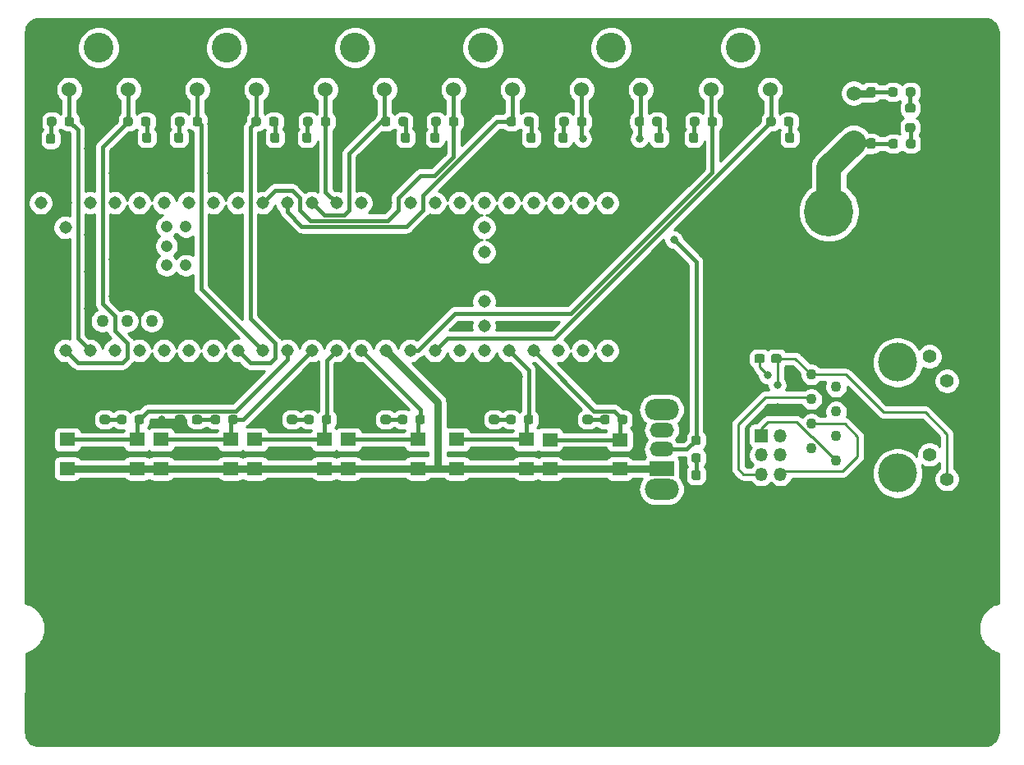
<source format=gbr>
%TF.GenerationSoftware,KiCad,Pcbnew,(5.1.10)-1*%
%TF.CreationDate,2022-02-22T15:52:27-06:00*%
%TF.ProjectId,Driveboard_2022,44726976-6562-46f6-9172-645f32303232,rev?*%
%TF.SameCoordinates,Original*%
%TF.FileFunction,Copper,L1,Top*%
%TF.FilePolarity,Positive*%
%FSLAX46Y46*%
G04 Gerber Fmt 4.6, Leading zero omitted, Abs format (unit mm)*
G04 Created by KiCad (PCBNEW (5.1.10)-1) date 2022-02-22 15:52:27*
%MOMM*%
%LPD*%
G01*
G04 APERTURE LIST*
%TA.AperFunction,ComponentPad*%
%ADD10C,1.308000*%
%TD*%
%TA.AperFunction,ComponentPad*%
%ADD11C,1.258000*%
%TD*%
%TA.AperFunction,ComponentPad*%
%ADD12C,1.208000*%
%TD*%
%TA.AperFunction,ComponentPad*%
%ADD13C,1.100000*%
%TD*%
%TA.AperFunction,ComponentPad*%
%ADD14C,4.000000*%
%TD*%
%TA.AperFunction,ComponentPad*%
%ADD15C,1.400000*%
%TD*%
%TA.AperFunction,ComponentPad*%
%ADD16C,2.000000*%
%TD*%
%TA.AperFunction,ComponentPad*%
%ADD17O,1.350000X1.350000*%
%TD*%
%TA.AperFunction,ComponentPad*%
%ADD18R,1.350000X1.350000*%
%TD*%
%TA.AperFunction,ComponentPad*%
%ADD19C,1.524000*%
%TD*%
%TA.AperFunction,SMDPad,CuDef*%
%ADD20R,1.600000X1.400000*%
%TD*%
%TA.AperFunction,ComponentPad*%
%ADD21O,3.500000X2.200000*%
%TD*%
%TA.AperFunction,ComponentPad*%
%ADD22O,2.500000X1.500000*%
%TD*%
%TA.AperFunction,ComponentPad*%
%ADD23R,2.500000X1.500000*%
%TD*%
%TA.AperFunction,ComponentPad*%
%ADD24C,5.080000*%
%TD*%
%TA.AperFunction,ComponentPad*%
%ADD25C,3.073400*%
%TD*%
%TA.AperFunction,ViaPad*%
%ADD26C,0.800000*%
%TD*%
%TA.AperFunction,Conductor*%
%ADD27C,0.762000*%
%TD*%
%TA.AperFunction,Conductor*%
%ADD28C,2.540000*%
%TD*%
%TA.AperFunction,Conductor*%
%ADD29C,0.381000*%
%TD*%
%TA.AperFunction,Conductor*%
%ADD30C,0.254000*%
%TD*%
%TA.AperFunction,Conductor*%
%ADD31C,0.100000*%
%TD*%
G04 APERTURE END LIST*
D10*
%TO.P,U2,23*%
%TO.N,Net-(U2-Pad23)*%
X35814000Y-41148000D03*
%TO.P,U2,37*%
%TO.N,Net-(U2-Pad37)*%
X76454000Y-41148000D03*
%TO.P,U2,30*%
%TO.N,Net-(U2-Pad30)*%
X81534000Y-56388000D03*
%TO.P,U2,13*%
%TO.N,Net-(U2-Pad13)*%
X61214000Y-41148000D03*
%TO.P,U2,3.3V_1*%
%TO.N,+3V3*%
X63754000Y-56388000D03*
%TO.P,U2,26*%
%TO.N,Net-(U2-Pad26)*%
X71374000Y-56388000D03*
%TO.P,U2,16*%
%TO.N,MRRX*%
X53594000Y-41148000D03*
%TO.P,U2,2*%
%TO.N,Net-(U2-Pad2)*%
X35814000Y-56388000D03*
%TO.P,U2,25*%
%TO.N,BRRX*%
X68834000Y-56388000D03*
%TO.P,U2,22*%
%TO.N,Net-(U2-Pad22)*%
X38354000Y-41148000D03*
%TO.P,U2,7*%
%TO.N,FRRX*%
X48514000Y-56388000D03*
%TO.P,U2,5*%
%TO.N,Net-(U2-Pad5)*%
X43434000Y-56388000D03*
%TO.P,U2,17*%
%TO.N,MRTX*%
X51054000Y-41148000D03*
%TO.P,U2,14*%
%TO.N,MLTX*%
X58674000Y-41148000D03*
D11*
%TO.P,U2,USB_GND2*%
%TO.N,GND*%
X44704000Y-53338000D03*
D10*
%TO.P,U2,33*%
%TO.N,DIR_SWITCH*%
X86614000Y-41148000D03*
%TO.P,U2,27*%
%TO.N,Net-(U2-Pad27)*%
X73914000Y-56388000D03*
%TO.P,U2,34*%
%TO.N,Net-(U2-Pad34)*%
X84074000Y-41148000D03*
%TO.P,U2,12*%
%TO.N,MR_DRIVE*%
X61214000Y-56388000D03*
%TO.P,U2,10*%
%TO.N,FR_DRIVE*%
X56134000Y-56388000D03*
%TO.P,U2,6*%
%TO.N,Net-(U2-Pad6)*%
X45974000Y-56388000D03*
D11*
%TO.P,U2,USB_GND1*%
%TO.N,GND*%
X42164000Y-53338000D03*
D10*
%TO.P,U2,4*%
%TO.N,Net-(U2-Pad4)*%
X40894000Y-56388000D03*
%TO.P,U2,40*%
%TO.N,Net-(U2-Pad40)*%
X68834000Y-41148000D03*
%TO.P,U2,36*%
%TO.N,Net-(U2-Pad36)*%
X78994000Y-41148000D03*
D12*
%TO.P,U2,T-*%
%TO.N,N/C*%
X41164000Y-47598000D03*
D10*
%TO.P,U2,8*%
%TO.N,FRTX*%
X51054000Y-56388000D03*
%TO.P,U2,18*%
%TO.N,Net-(U2-Pad18)*%
X48514000Y-41148000D03*
%TO.P,U2,38*%
%TO.N,Net-(U2-Pad38)*%
X73914000Y-41148000D03*
%TO.P,U2,29*%
%TO.N,BR_DRIVE*%
X78994000Y-56388000D03*
%TO.P,U2,32*%
%TO.N,Net-(U2-Pad32)*%
X86614000Y-56388000D03*
%TO.P,U2,24*%
%TO.N,BRTX*%
X66294000Y-56388000D03*
%TO.P,U2,28*%
%TO.N,BL_DRIVE*%
X76454000Y-56388000D03*
%TO.P,U2,20*%
%TO.N,BLTX*%
X43434000Y-41148000D03*
%TO.P,U2,19*%
%TO.N,Net-(U2-Pad19)*%
X45974000Y-41148000D03*
D11*
%TO.P,U2,D+*%
%TO.N,Net-(U2-PadD+)*%
X39624000Y-53338000D03*
D10*
%TO.P,U2,11*%
%TO.N,ML_DRIVE*%
X58674000Y-56388000D03*
%TO.P,U2,41*%
%TO.N,Net-(U2-Pad41)*%
X66294000Y-41148000D03*
D12*
%TO.P,U2,LED*%
%TO.N,Net-(U2-PadLED)*%
X41164000Y-45598000D03*
D10*
%TO.P,U2,35*%
%TO.N,Net-(U2-Pad35)*%
X81534000Y-41148000D03*
%TO.P,U2,GND3*%
%TO.N,GND*%
X30734000Y-41148000D03*
%TO.P,U2,15*%
%TO.N,MLRX*%
X56134000Y-41148000D03*
D11*
%TO.P,U2,D-*%
%TO.N,N/C*%
X37084000Y-53338000D03*
D10*
%TO.P,U2,1*%
%TO.N,FLTX*%
X33274000Y-56388000D03*
D11*
%TO.P,U2,5V*%
%TO.N,Net-(U2-Pad5V)*%
X34544000Y-53338000D03*
D10*
%TO.P,U2,3.3V_2*%
%TO.N,+3V3*%
X33274000Y-41148000D03*
%TO.P,U2,21*%
%TO.N,BLRX*%
X40894000Y-41148000D03*
%TO.P,U2,3*%
%TO.N,Net-(U2-Pad3)*%
X38354000Y-56388000D03*
%TO.P,U2,39*%
%TO.N,Net-(U2-Pad39)*%
X71374000Y-41148000D03*
%TO.P,U2,31*%
%TO.N,Net-(U2-Pad31)*%
X84074000Y-56388000D03*
%TO.P,U2,9*%
%TO.N,FL_DRIVE*%
X53594000Y-56388000D03*
%TO.P,U2,VIN*%
%TO.N,Net-(U2-PadVIN)*%
X28194000Y-41148000D03*
%TO.P,U2,GND4*%
%TO.N,GND*%
X73914000Y-48768000D03*
D12*
%TO.P,U2,GND5*%
X43164000Y-45598000D03*
D10*
%TO.P,U2,PROGRAM*%
%TO.N,Net-(U2-PadPROGRAM)*%
X73914000Y-46228000D03*
%TO.P,U2,VUSB*%
%TO.N,Net-(U2-PadVUSB)*%
X30734000Y-43688000D03*
%TO.P,U2,3.3V_3*%
%TO.N,+3V3*%
X73914000Y-51308000D03*
%TO.P,U2,0*%
%TO.N,FLRX*%
X30734000Y-56388000D03*
D12*
%TO.P,U2,R+*%
%TO.N,Net-(U2-PadR+)*%
X41164000Y-43598000D03*
D10*
%TO.P,U2,ON/OFF*%
%TO.N,Net-(U2-PadON/OFF)*%
X73914000Y-43688000D03*
D12*
%TO.P,U2,T+*%
%TO.N,Net-(U2-PadT+)*%
X43164000Y-47598000D03*
%TO.P,U2,R-*%
%TO.N,N/C*%
X43164000Y-43598000D03*
D10*
%TO.P,U2,GND2*%
%TO.N,GND*%
X63754000Y-41148000D03*
%TO.P,U2,VBAT*%
%TO.N,Net-(U2-PadVBAT)*%
X73914000Y-53848000D03*
%TO.P,U2,GND1*%
%TO.N,GND*%
X28194000Y-56388000D03*
%TD*%
D13*
%TO.P,J2,8*%
%TO.N,Net-(C2-Pad2)*%
X107650000Y-58875200D03*
%TO.P,J2,6*%
%TO.N,Net-(J1-Pad5)*%
X107650000Y-61415200D03*
%TO.P,J2,4*%
%TO.N,Net-(J1-Pad6)*%
X107650000Y-63955200D03*
%TO.P,J2,2*%
%TO.N,Net-(C2-Pad1)*%
X107650000Y-66495200D03*
%TO.P,J2,7*%
%TO.N,Net-(J2-Pad7)*%
X110190000Y-60145200D03*
%TO.P,J2,5*%
%TO.N,Net-(C2-Pad1)*%
X110190000Y-62685200D03*
%TO.P,J2,3*%
%TO.N,Net-(J1-Pad2)*%
X110190000Y-65225200D03*
%TO.P,J2,1*%
%TO.N,Net-(J1-Pad1)*%
X110190000Y-67765200D03*
D14*
%TO.P,J2,14*%
%TO.N,N/C*%
X116540000Y-57605200D03*
%TO.P,J2,13*%
X116540000Y-69035200D03*
D15*
%TO.P,J2,11*%
%TO.N,Net-(J2-Pad11)*%
X121620000Y-59535200D03*
%TO.P,J2,10*%
%TO.N,Net-(J1-Pad4)*%
X119830000Y-67105200D03*
%TO.P,J2,12*%
%TO.N,Net-(J2-Pad12)*%
X119830000Y-56995200D03*
%TO.P,J2,9*%
%TO.N,Net-(C2-Pad2)*%
X121620000Y-69645200D03*
D16*
%TO.P,J2,15*%
%TO.N,GND*%
X113490000Y-71195200D03*
%TO.P,J2,16*%
X113490000Y-55445200D03*
%TD*%
D17*
%TO.P,J1,6*%
%TO.N,Net-(J1-Pad6)*%
X104457500Y-69151000D03*
%TO.P,J1,5*%
%TO.N,Net-(J1-Pad5)*%
X102457500Y-69151000D03*
%TO.P,J1,4*%
%TO.N,Net-(J1-Pad4)*%
X104457500Y-67151000D03*
%TO.P,J1,3*%
%TO.N,Net-(C2-Pad2)*%
X102457500Y-67151000D03*
%TO.P,J1,2*%
%TO.N,Net-(J1-Pad2)*%
X104457500Y-65151000D03*
D18*
%TO.P,J1,1*%
%TO.N,Net-(J1-Pad1)*%
X102457500Y-65151000D03*
%TD*%
%TO.P,C2,2*%
%TO.N,Net-(C2-Pad2)*%
%TA.AperFunction,SMDPad,CuDef*%
G36*
G01*
X103486000Y-57451000D02*
X103486000Y-56976000D01*
G75*
G02*
X103723500Y-56738500I237500J0D01*
G01*
X104323500Y-56738500D01*
G75*
G02*
X104561000Y-56976000I0J-237500D01*
G01*
X104561000Y-57451000D01*
G75*
G02*
X104323500Y-57688500I-237500J0D01*
G01*
X103723500Y-57688500D01*
G75*
G02*
X103486000Y-57451000I0J237500D01*
G01*
G37*
%TD.AperFunction*%
%TO.P,C2,1*%
%TO.N,Net-(C2-Pad1)*%
%TA.AperFunction,SMDPad,CuDef*%
G36*
G01*
X101761000Y-57451000D02*
X101761000Y-56976000D01*
G75*
G02*
X101998500Y-56738500I237500J0D01*
G01*
X102598500Y-56738500D01*
G75*
G02*
X102836000Y-56976000I0J-237500D01*
G01*
X102836000Y-57451000D01*
G75*
G02*
X102598500Y-57688500I-237500J0D01*
G01*
X101998500Y-57688500D01*
G75*
G02*
X101761000Y-57451000I0J237500D01*
G01*
G37*
%TD.AperFunction*%
%TD*%
%TO.P,LED18,2*%
%TO.N,Net-(LED18-Pad2)*%
%TA.AperFunction,SMDPad,CuDef*%
G36*
G01*
X92185500Y-34956000D02*
X91710500Y-34956000D01*
G75*
G02*
X91473000Y-34718500I0J237500D01*
G01*
X91473000Y-34143500D01*
G75*
G02*
X91710500Y-33906000I237500J0D01*
G01*
X92185500Y-33906000D01*
G75*
G02*
X92423000Y-34143500I0J-237500D01*
G01*
X92423000Y-34718500D01*
G75*
G02*
X92185500Y-34956000I-237500J0D01*
G01*
G37*
%TD.AperFunction*%
%TO.P,LED18,1*%
%TO.N,GND*%
%TA.AperFunction,SMDPad,CuDef*%
G36*
G01*
X92185500Y-36706000D02*
X91710500Y-36706000D01*
G75*
G02*
X91473000Y-36468500I0J237500D01*
G01*
X91473000Y-35893500D01*
G75*
G02*
X91710500Y-35656000I237500J0D01*
G01*
X92185500Y-35656000D01*
G75*
G02*
X92423000Y-35893500I0J-237500D01*
G01*
X92423000Y-36468500D01*
G75*
G02*
X92185500Y-36706000I-237500J0D01*
G01*
G37*
%TD.AperFunction*%
%TD*%
%TO.P,R18,2*%
%TO.N,Net-(LED18-Pad2)*%
%TA.AperFunction,SMDPad,CuDef*%
G36*
G01*
X91253500Y-33003500D02*
X91253500Y-32528500D01*
G75*
G02*
X91491000Y-32291000I237500J0D01*
G01*
X91991000Y-32291000D01*
G75*
G02*
X92228500Y-32528500I0J-237500D01*
G01*
X92228500Y-33003500D01*
G75*
G02*
X91991000Y-33241000I-237500J0D01*
G01*
X91491000Y-33241000D01*
G75*
G02*
X91253500Y-33003500I0J237500D01*
G01*
G37*
%TD.AperFunction*%
%TO.P,R18,1*%
%TO.N,BLRX*%
%TA.AperFunction,SMDPad,CuDef*%
G36*
G01*
X89428500Y-33003500D02*
X89428500Y-32528500D01*
G75*
G02*
X89666000Y-32291000I237500J0D01*
G01*
X90166000Y-32291000D01*
G75*
G02*
X90403500Y-32528500I0J-237500D01*
G01*
X90403500Y-33003500D01*
G75*
G02*
X90166000Y-33241000I-237500J0D01*
G01*
X89666000Y-33241000D01*
G75*
G02*
X89428500Y-33003500I0J237500D01*
G01*
G37*
%TD.AperFunction*%
%TD*%
D19*
%TO.P,U1,3*%
%TO.N,+12V*%
X112014000Y-34925000D03*
%TO.P,U1,2*%
%TO.N,GND*%
X112014000Y-32385000D03*
%TO.P,U1,1*%
%TO.N,+3V3*%
X112014000Y-29845000D03*
%TD*%
D20*
%TO.P,SW7,2*%
%TO.N,BR_DRIVE*%
X87884000Y-65580000D03*
X80684000Y-65580000D03*
%TO.P,SW7,1*%
%TO.N,+3V3*%
X87884000Y-68580000D03*
X80684000Y-68580000D03*
%TD*%
%TO.P,SW6,2*%
%TO.N,MR_DRIVE*%
X67100000Y-65556000D03*
X59900000Y-65556000D03*
%TO.P,SW6,1*%
%TO.N,+3V3*%
X67100000Y-68556000D03*
X59900000Y-68556000D03*
%TD*%
%TO.P,SW5,2*%
%TO.N,FR_DRIVE*%
X47796000Y-65556000D03*
X40596000Y-65556000D03*
%TO.P,SW5,1*%
%TO.N,+3V3*%
X47796000Y-68556000D03*
X40596000Y-68556000D03*
%TD*%
D21*
%TO.P,SW4,*%
%TO.N,*%
X92202000Y-62480000D03*
X92202000Y-70680000D03*
D22*
%TO.P,SW4,3*%
%TO.N,N/C*%
X92202000Y-64580000D03*
%TO.P,SW4,2*%
%TO.N,DIR_SWITCH*%
X92202000Y-66580000D03*
D23*
%TO.P,SW4,1*%
%TO.N,+3V3*%
X92202000Y-68580000D03*
%TD*%
D20*
%TO.P,SW3,2*%
%TO.N,BL_DRIVE*%
X78276000Y-65556000D03*
X71076000Y-65556000D03*
%TO.P,SW3,1*%
%TO.N,+3V3*%
X78276000Y-68556000D03*
X71076000Y-68556000D03*
%TD*%
%TO.P,SW2,2*%
%TO.N,ML_DRIVE*%
X57448000Y-65556000D03*
X50248000Y-65556000D03*
%TO.P,SW2,1*%
%TO.N,+3V3*%
X57448000Y-68556000D03*
X50248000Y-68556000D03*
%TD*%
%TO.P,SW1,2*%
%TO.N,FL_DRIVE*%
X38144000Y-65556000D03*
X30944000Y-65556000D03*
%TO.P,SW1,1*%
%TO.N,+3V3*%
X38144000Y-68556000D03*
X30944000Y-68556000D03*
%TD*%
%TO.P,R21,2*%
%TO.N,Net-(LED21-Pad2)*%
%TA.AperFunction,SMDPad,CuDef*%
G36*
G01*
X96095000Y-32528500D02*
X96095000Y-33003500D01*
G75*
G02*
X95857500Y-33241000I-237500J0D01*
G01*
X95357500Y-33241000D01*
G75*
G02*
X95120000Y-33003500I0J237500D01*
G01*
X95120000Y-32528500D01*
G75*
G02*
X95357500Y-32291000I237500J0D01*
G01*
X95857500Y-32291000D01*
G75*
G02*
X96095000Y-32528500I0J-237500D01*
G01*
G37*
%TD.AperFunction*%
%TO.P,R21,1*%
%TO.N,BRTX*%
%TA.AperFunction,SMDPad,CuDef*%
G36*
G01*
X97920000Y-32528500D02*
X97920000Y-33003500D01*
G75*
G02*
X97682500Y-33241000I-237500J0D01*
G01*
X97182500Y-33241000D01*
G75*
G02*
X96945000Y-33003500I0J237500D01*
G01*
X96945000Y-32528500D01*
G75*
G02*
X97182500Y-32291000I237500J0D01*
G01*
X97682500Y-32291000D01*
G75*
G02*
X97920000Y-32528500I0J-237500D01*
G01*
G37*
%TD.AperFunction*%
%TD*%
%TO.P,R20,2*%
%TO.N,Net-(LED20-Pad2)*%
%TA.AperFunction,SMDPad,CuDef*%
G36*
G01*
X104819000Y-33003500D02*
X104819000Y-32528500D01*
G75*
G02*
X105056500Y-32291000I237500J0D01*
G01*
X105556500Y-32291000D01*
G75*
G02*
X105794000Y-32528500I0J-237500D01*
G01*
X105794000Y-33003500D01*
G75*
G02*
X105556500Y-33241000I-237500J0D01*
G01*
X105056500Y-33241000D01*
G75*
G02*
X104819000Y-33003500I0J237500D01*
G01*
G37*
%TD.AperFunction*%
%TO.P,R20,1*%
%TO.N,BRRX*%
%TA.AperFunction,SMDPad,CuDef*%
G36*
G01*
X102994000Y-33003500D02*
X102994000Y-32528500D01*
G75*
G02*
X103231500Y-32291000I237500J0D01*
G01*
X103731500Y-32291000D01*
G75*
G02*
X103969000Y-32528500I0J-237500D01*
G01*
X103969000Y-33003500D01*
G75*
G02*
X103731500Y-33241000I-237500J0D01*
G01*
X103231500Y-33241000D01*
G75*
G02*
X102994000Y-33003500I0J237500D01*
G01*
G37*
%TD.AperFunction*%
%TD*%
%TO.P,R19,2*%
%TO.N,Net-(LED19-Pad2)*%
%TA.AperFunction,SMDPad,CuDef*%
G36*
G01*
X82633000Y-32528500D02*
X82633000Y-33003500D01*
G75*
G02*
X82395500Y-33241000I-237500J0D01*
G01*
X81895500Y-33241000D01*
G75*
G02*
X81658000Y-33003500I0J237500D01*
G01*
X81658000Y-32528500D01*
G75*
G02*
X81895500Y-32291000I237500J0D01*
G01*
X82395500Y-32291000D01*
G75*
G02*
X82633000Y-32528500I0J-237500D01*
G01*
G37*
%TD.AperFunction*%
%TO.P,R19,1*%
%TO.N,BLTX*%
%TA.AperFunction,SMDPad,CuDef*%
G36*
G01*
X84458000Y-32528500D02*
X84458000Y-33003500D01*
G75*
G02*
X84220500Y-33241000I-237500J0D01*
G01*
X83720500Y-33241000D01*
G75*
G02*
X83483000Y-33003500I0J237500D01*
G01*
X83483000Y-32528500D01*
G75*
G02*
X83720500Y-32291000I237500J0D01*
G01*
X84220500Y-32291000D01*
G75*
G02*
X84458000Y-32528500I0J-237500D01*
G01*
G37*
%TD.AperFunction*%
%TD*%
%TO.P,R17,2*%
%TO.N,Net-(LED17-Pad2)*%
%TA.AperFunction,SMDPad,CuDef*%
G36*
G01*
X69425000Y-32528500D02*
X69425000Y-33003500D01*
G75*
G02*
X69187500Y-33241000I-237500J0D01*
G01*
X68687500Y-33241000D01*
G75*
G02*
X68450000Y-33003500I0J237500D01*
G01*
X68450000Y-32528500D01*
G75*
G02*
X68687500Y-32291000I237500J0D01*
G01*
X69187500Y-32291000D01*
G75*
G02*
X69425000Y-32528500I0J-237500D01*
G01*
G37*
%TD.AperFunction*%
%TO.P,R17,1*%
%TO.N,MRTX*%
%TA.AperFunction,SMDPad,CuDef*%
G36*
G01*
X71250000Y-32528500D02*
X71250000Y-33003500D01*
G75*
G02*
X71012500Y-33241000I-237500J0D01*
G01*
X70512500Y-33241000D01*
G75*
G02*
X70275000Y-33003500I0J237500D01*
G01*
X70275000Y-32528500D01*
G75*
G02*
X70512500Y-32291000I237500J0D01*
G01*
X71012500Y-32291000D01*
G75*
G02*
X71250000Y-32528500I0J-237500D01*
G01*
G37*
%TD.AperFunction*%
%TD*%
%TO.P,R16,2*%
%TO.N,Net-(LED16-Pad2)*%
%TA.AperFunction,SMDPad,CuDef*%
G36*
G01*
X78045500Y-33003500D02*
X78045500Y-32528500D01*
G75*
G02*
X78283000Y-32291000I237500J0D01*
G01*
X78783000Y-32291000D01*
G75*
G02*
X79020500Y-32528500I0J-237500D01*
G01*
X79020500Y-33003500D01*
G75*
G02*
X78783000Y-33241000I-237500J0D01*
G01*
X78283000Y-33241000D01*
G75*
G02*
X78045500Y-33003500I0J237500D01*
G01*
G37*
%TD.AperFunction*%
%TO.P,R16,1*%
%TO.N,MRRX*%
%TA.AperFunction,SMDPad,CuDef*%
G36*
G01*
X76220500Y-33003500D02*
X76220500Y-32528500D01*
G75*
G02*
X76458000Y-32291000I237500J0D01*
G01*
X76958000Y-32291000D01*
G75*
G02*
X77195500Y-32528500I0J-237500D01*
G01*
X77195500Y-33003500D01*
G75*
G02*
X76958000Y-33241000I-237500J0D01*
G01*
X76458000Y-33241000D01*
G75*
G02*
X76220500Y-33003500I0J237500D01*
G01*
G37*
%TD.AperFunction*%
%TD*%
%TO.P,R15,2*%
%TO.N,Net-(LED15-Pad2)*%
%TA.AperFunction,SMDPad,CuDef*%
G36*
G01*
X56217000Y-32528500D02*
X56217000Y-33003500D01*
G75*
G02*
X55979500Y-33241000I-237500J0D01*
G01*
X55479500Y-33241000D01*
G75*
G02*
X55242000Y-33003500I0J237500D01*
G01*
X55242000Y-32528500D01*
G75*
G02*
X55479500Y-32291000I237500J0D01*
G01*
X55979500Y-32291000D01*
G75*
G02*
X56217000Y-32528500I0J-237500D01*
G01*
G37*
%TD.AperFunction*%
%TO.P,R15,1*%
%TO.N,MLTX*%
%TA.AperFunction,SMDPad,CuDef*%
G36*
G01*
X58042000Y-32528500D02*
X58042000Y-33003500D01*
G75*
G02*
X57804500Y-33241000I-237500J0D01*
G01*
X57304500Y-33241000D01*
G75*
G02*
X57067000Y-33003500I0J237500D01*
G01*
X57067000Y-32528500D01*
G75*
G02*
X57304500Y-32291000I237500J0D01*
G01*
X57804500Y-32291000D01*
G75*
G02*
X58042000Y-32528500I0J-237500D01*
G01*
G37*
%TD.AperFunction*%
%TD*%
%TO.P,R14,2*%
%TO.N,Net-(LED14-Pad2)*%
%TA.AperFunction,SMDPad,CuDef*%
G36*
G01*
X65091500Y-33003500D02*
X65091500Y-32528500D01*
G75*
G02*
X65329000Y-32291000I237500J0D01*
G01*
X65829000Y-32291000D01*
G75*
G02*
X66066500Y-32528500I0J-237500D01*
G01*
X66066500Y-33003500D01*
G75*
G02*
X65829000Y-33241000I-237500J0D01*
G01*
X65329000Y-33241000D01*
G75*
G02*
X65091500Y-33003500I0J237500D01*
G01*
G37*
%TD.AperFunction*%
%TO.P,R14,1*%
%TO.N,MLRX*%
%TA.AperFunction,SMDPad,CuDef*%
G36*
G01*
X63266500Y-33003500D02*
X63266500Y-32528500D01*
G75*
G02*
X63504000Y-32291000I237500J0D01*
G01*
X64004000Y-32291000D01*
G75*
G02*
X64241500Y-32528500I0J-237500D01*
G01*
X64241500Y-33003500D01*
G75*
G02*
X64004000Y-33241000I-237500J0D01*
G01*
X63504000Y-33241000D01*
G75*
G02*
X63266500Y-33003500I0J237500D01*
G01*
G37*
%TD.AperFunction*%
%TD*%
%TO.P,R13,2*%
%TO.N,Net-(LED13-Pad2)*%
%TA.AperFunction,SMDPad,CuDef*%
G36*
G01*
X43009000Y-32528500D02*
X43009000Y-33003500D01*
G75*
G02*
X42771500Y-33241000I-237500J0D01*
G01*
X42271500Y-33241000D01*
G75*
G02*
X42034000Y-33003500I0J237500D01*
G01*
X42034000Y-32528500D01*
G75*
G02*
X42271500Y-32291000I237500J0D01*
G01*
X42771500Y-32291000D01*
G75*
G02*
X43009000Y-32528500I0J-237500D01*
G01*
G37*
%TD.AperFunction*%
%TO.P,R13,1*%
%TO.N,FRTX*%
%TA.AperFunction,SMDPad,CuDef*%
G36*
G01*
X44834000Y-32528500D02*
X44834000Y-33003500D01*
G75*
G02*
X44596500Y-33241000I-237500J0D01*
G01*
X44096500Y-33241000D01*
G75*
G02*
X43859000Y-33003500I0J237500D01*
G01*
X43859000Y-32528500D01*
G75*
G02*
X44096500Y-32291000I237500J0D01*
G01*
X44596500Y-32291000D01*
G75*
G02*
X44834000Y-32528500I0J-237500D01*
G01*
G37*
%TD.AperFunction*%
%TD*%
%TO.P,R12,2*%
%TO.N,Net-(LED12-Pad2)*%
%TA.AperFunction,SMDPad,CuDef*%
G36*
G01*
X51733000Y-33003500D02*
X51733000Y-32528500D01*
G75*
G02*
X51970500Y-32291000I237500J0D01*
G01*
X52470500Y-32291000D01*
G75*
G02*
X52708000Y-32528500I0J-237500D01*
G01*
X52708000Y-33003500D01*
G75*
G02*
X52470500Y-33241000I-237500J0D01*
G01*
X51970500Y-33241000D01*
G75*
G02*
X51733000Y-33003500I0J237500D01*
G01*
G37*
%TD.AperFunction*%
%TO.P,R12,1*%
%TO.N,FRRX*%
%TA.AperFunction,SMDPad,CuDef*%
G36*
G01*
X49908000Y-33003500D02*
X49908000Y-32528500D01*
G75*
G02*
X50145500Y-32291000I237500J0D01*
G01*
X50645500Y-32291000D01*
G75*
G02*
X50883000Y-32528500I0J-237500D01*
G01*
X50883000Y-33003500D01*
G75*
G02*
X50645500Y-33241000I-237500J0D01*
G01*
X50145500Y-33241000D01*
G75*
G02*
X49908000Y-33003500I0J237500D01*
G01*
G37*
%TD.AperFunction*%
%TD*%
%TO.P,R11,2*%
%TO.N,Net-(LED11-Pad2)*%
%TA.AperFunction,SMDPad,CuDef*%
G36*
G01*
X29801000Y-32528500D02*
X29801000Y-33003500D01*
G75*
G02*
X29563500Y-33241000I-237500J0D01*
G01*
X29063500Y-33241000D01*
G75*
G02*
X28826000Y-33003500I0J237500D01*
G01*
X28826000Y-32528500D01*
G75*
G02*
X29063500Y-32291000I237500J0D01*
G01*
X29563500Y-32291000D01*
G75*
G02*
X29801000Y-32528500I0J-237500D01*
G01*
G37*
%TD.AperFunction*%
%TO.P,R11,1*%
%TO.N,FLTX*%
%TA.AperFunction,SMDPad,CuDef*%
G36*
G01*
X31626000Y-32528500D02*
X31626000Y-33003500D01*
G75*
G02*
X31388500Y-33241000I-237500J0D01*
G01*
X30888500Y-33241000D01*
G75*
G02*
X30651000Y-33003500I0J237500D01*
G01*
X30651000Y-32528500D01*
G75*
G02*
X30888500Y-32291000I237500J0D01*
G01*
X31388500Y-32291000D01*
G75*
G02*
X31626000Y-32528500I0J-237500D01*
G01*
G37*
%TD.AperFunction*%
%TD*%
%TO.P,R10,2*%
%TO.N,Net-(LED10-Pad2)*%
%TA.AperFunction,SMDPad,CuDef*%
G36*
G01*
X38525000Y-33003500D02*
X38525000Y-32528500D01*
G75*
G02*
X38762500Y-32291000I237500J0D01*
G01*
X39262500Y-32291000D01*
G75*
G02*
X39500000Y-32528500I0J-237500D01*
G01*
X39500000Y-33003500D01*
G75*
G02*
X39262500Y-33241000I-237500J0D01*
G01*
X38762500Y-33241000D01*
G75*
G02*
X38525000Y-33003500I0J237500D01*
G01*
G37*
%TD.AperFunction*%
%TO.P,R10,1*%
%TO.N,FLRX*%
%TA.AperFunction,SMDPad,CuDef*%
G36*
G01*
X36700000Y-33003500D02*
X36700000Y-32528500D01*
G75*
G02*
X36937500Y-32291000I237500J0D01*
G01*
X37437500Y-32291000D01*
G75*
G02*
X37675000Y-32528500I0J-237500D01*
G01*
X37675000Y-33003500D01*
G75*
G02*
X37437500Y-33241000I-237500J0D01*
G01*
X36937500Y-33241000D01*
G75*
G02*
X36700000Y-33003500I0J237500D01*
G01*
G37*
%TD.AperFunction*%
%TD*%
%TO.P,R9,2*%
%TO.N,Net-(LED9-Pad2)*%
%TA.AperFunction,SMDPad,CuDef*%
G36*
G01*
X117415500Y-35289500D02*
X117415500Y-34814500D01*
G75*
G02*
X117653000Y-34577000I237500J0D01*
G01*
X118153000Y-34577000D01*
G75*
G02*
X118390500Y-34814500I0J-237500D01*
G01*
X118390500Y-35289500D01*
G75*
G02*
X118153000Y-35527000I-237500J0D01*
G01*
X117653000Y-35527000D01*
G75*
G02*
X117415500Y-35289500I0J237500D01*
G01*
G37*
%TD.AperFunction*%
%TO.P,R9,1*%
%TO.N,+12V*%
%TA.AperFunction,SMDPad,CuDef*%
G36*
G01*
X115590500Y-35289500D02*
X115590500Y-34814500D01*
G75*
G02*
X115828000Y-34577000I237500J0D01*
G01*
X116328000Y-34577000D01*
G75*
G02*
X116565500Y-34814500I0J-237500D01*
G01*
X116565500Y-35289500D01*
G75*
G02*
X116328000Y-35527000I-237500J0D01*
G01*
X115828000Y-35527000D01*
G75*
G02*
X115590500Y-35289500I0J237500D01*
G01*
G37*
%TD.AperFunction*%
%TD*%
%TO.P,R8,2*%
%TO.N,Net-(LED8-Pad2)*%
%TA.AperFunction,SMDPad,CuDef*%
G36*
G01*
X117392000Y-29955500D02*
X117392000Y-29480500D01*
G75*
G02*
X117629500Y-29243000I237500J0D01*
G01*
X118129500Y-29243000D01*
G75*
G02*
X118367000Y-29480500I0J-237500D01*
G01*
X118367000Y-29955500D01*
G75*
G02*
X118129500Y-30193000I-237500J0D01*
G01*
X117629500Y-30193000D01*
G75*
G02*
X117392000Y-29955500I0J237500D01*
G01*
G37*
%TD.AperFunction*%
%TO.P,R8,1*%
%TO.N,+3V3*%
%TA.AperFunction,SMDPad,CuDef*%
G36*
G01*
X115567000Y-29955500D02*
X115567000Y-29480500D01*
G75*
G02*
X115804500Y-29243000I237500J0D01*
G01*
X116304500Y-29243000D01*
G75*
G02*
X116542000Y-29480500I0J-237500D01*
G01*
X116542000Y-29955500D01*
G75*
G02*
X116304500Y-30193000I-237500J0D01*
G01*
X115804500Y-30193000D01*
G75*
G02*
X115567000Y-29955500I0J237500D01*
G01*
G37*
%TD.AperFunction*%
%TD*%
%TO.P,R7,2*%
%TO.N,BR_DRIVE*%
%TA.AperFunction,SMDPad,CuDef*%
G36*
G01*
X87697500Y-63737500D02*
X87697500Y-63262500D01*
G75*
G02*
X87935000Y-63025000I237500J0D01*
G01*
X88435000Y-63025000D01*
G75*
G02*
X88672500Y-63262500I0J-237500D01*
G01*
X88672500Y-63737500D01*
G75*
G02*
X88435000Y-63975000I-237500J0D01*
G01*
X87935000Y-63975000D01*
G75*
G02*
X87697500Y-63737500I0J237500D01*
G01*
G37*
%TD.AperFunction*%
%TO.P,R7,1*%
%TO.N,Net-(LED7-Pad2)*%
%TA.AperFunction,SMDPad,CuDef*%
G36*
G01*
X85872500Y-63737500D02*
X85872500Y-63262500D01*
G75*
G02*
X86110000Y-63025000I237500J0D01*
G01*
X86610000Y-63025000D01*
G75*
G02*
X86847500Y-63262500I0J-237500D01*
G01*
X86847500Y-63737500D01*
G75*
G02*
X86610000Y-63975000I-237500J0D01*
G01*
X86110000Y-63975000D01*
G75*
G02*
X85872500Y-63737500I0J237500D01*
G01*
G37*
%TD.AperFunction*%
%TD*%
%TO.P,R6,2*%
%TO.N,MR_DRIVE*%
%TA.AperFunction,SMDPad,CuDef*%
G36*
G01*
X66822500Y-63737500D02*
X66822500Y-63262500D01*
G75*
G02*
X67060000Y-63025000I237500J0D01*
G01*
X67560000Y-63025000D01*
G75*
G02*
X67797500Y-63262500I0J-237500D01*
G01*
X67797500Y-63737500D01*
G75*
G02*
X67560000Y-63975000I-237500J0D01*
G01*
X67060000Y-63975000D01*
G75*
G02*
X66822500Y-63737500I0J237500D01*
G01*
G37*
%TD.AperFunction*%
%TO.P,R6,1*%
%TO.N,Net-(LED6-Pad2)*%
%TA.AperFunction,SMDPad,CuDef*%
G36*
G01*
X64997500Y-63737500D02*
X64997500Y-63262500D01*
G75*
G02*
X65235000Y-63025000I237500J0D01*
G01*
X65735000Y-63025000D01*
G75*
G02*
X65972500Y-63262500I0J-237500D01*
G01*
X65972500Y-63737500D01*
G75*
G02*
X65735000Y-63975000I-237500J0D01*
G01*
X65235000Y-63975000D01*
G75*
G02*
X64997500Y-63737500I0J237500D01*
G01*
G37*
%TD.AperFunction*%
%TD*%
%TO.P,R5,2*%
%TO.N,FR_DRIVE*%
%TA.AperFunction,SMDPad,CuDef*%
G36*
G01*
X47518500Y-63737500D02*
X47518500Y-63262500D01*
G75*
G02*
X47756000Y-63025000I237500J0D01*
G01*
X48256000Y-63025000D01*
G75*
G02*
X48493500Y-63262500I0J-237500D01*
G01*
X48493500Y-63737500D01*
G75*
G02*
X48256000Y-63975000I-237500J0D01*
G01*
X47756000Y-63975000D01*
G75*
G02*
X47518500Y-63737500I0J237500D01*
G01*
G37*
%TD.AperFunction*%
%TO.P,R5,1*%
%TO.N,Net-(LED5-Pad2)*%
%TA.AperFunction,SMDPad,CuDef*%
G36*
G01*
X45693500Y-63737500D02*
X45693500Y-63262500D01*
G75*
G02*
X45931000Y-63025000I237500J0D01*
G01*
X46431000Y-63025000D01*
G75*
G02*
X46668500Y-63262500I0J-237500D01*
G01*
X46668500Y-63737500D01*
G75*
G02*
X46431000Y-63975000I-237500J0D01*
G01*
X45931000Y-63975000D01*
G75*
G02*
X45693500Y-63737500I0J237500D01*
G01*
G37*
%TD.AperFunction*%
%TD*%
%TO.P,R4,2*%
%TO.N,DIR_SWITCH*%
%TA.AperFunction,SMDPad,CuDef*%
G36*
G01*
X95995500Y-66123000D02*
X95520500Y-66123000D01*
G75*
G02*
X95283000Y-65885500I0J237500D01*
G01*
X95283000Y-65385500D01*
G75*
G02*
X95520500Y-65148000I237500J0D01*
G01*
X95995500Y-65148000D01*
G75*
G02*
X96233000Y-65385500I0J-237500D01*
G01*
X96233000Y-65885500D01*
G75*
G02*
X95995500Y-66123000I-237500J0D01*
G01*
G37*
%TD.AperFunction*%
%TO.P,R4,1*%
%TO.N,Net-(LED4-Pad2)*%
%TA.AperFunction,SMDPad,CuDef*%
G36*
G01*
X95995500Y-67948000D02*
X95520500Y-67948000D01*
G75*
G02*
X95283000Y-67710500I0J237500D01*
G01*
X95283000Y-67210500D01*
G75*
G02*
X95520500Y-66973000I237500J0D01*
G01*
X95995500Y-66973000D01*
G75*
G02*
X96233000Y-67210500I0J-237500D01*
G01*
X96233000Y-67710500D01*
G75*
G02*
X95995500Y-67948000I-237500J0D01*
G01*
G37*
%TD.AperFunction*%
%TD*%
%TO.P,R3,2*%
%TO.N,BL_DRIVE*%
%TA.AperFunction,SMDPad,CuDef*%
G36*
G01*
X77998500Y-63737500D02*
X77998500Y-63262500D01*
G75*
G02*
X78236000Y-63025000I237500J0D01*
G01*
X78736000Y-63025000D01*
G75*
G02*
X78973500Y-63262500I0J-237500D01*
G01*
X78973500Y-63737500D01*
G75*
G02*
X78736000Y-63975000I-237500J0D01*
G01*
X78236000Y-63975000D01*
G75*
G02*
X77998500Y-63737500I0J237500D01*
G01*
G37*
%TD.AperFunction*%
%TO.P,R3,1*%
%TO.N,Net-(LED3-Pad2)*%
%TA.AperFunction,SMDPad,CuDef*%
G36*
G01*
X76173500Y-63737500D02*
X76173500Y-63262500D01*
G75*
G02*
X76411000Y-63025000I237500J0D01*
G01*
X76911000Y-63025000D01*
G75*
G02*
X77148500Y-63262500I0J-237500D01*
G01*
X77148500Y-63737500D01*
G75*
G02*
X76911000Y-63975000I-237500J0D01*
G01*
X76411000Y-63975000D01*
G75*
G02*
X76173500Y-63737500I0J237500D01*
G01*
G37*
%TD.AperFunction*%
%TD*%
%TO.P,R2,2*%
%TO.N,ML_DRIVE*%
%TA.AperFunction,SMDPad,CuDef*%
G36*
G01*
X57170500Y-63737500D02*
X57170500Y-63262500D01*
G75*
G02*
X57408000Y-63025000I237500J0D01*
G01*
X57908000Y-63025000D01*
G75*
G02*
X58145500Y-63262500I0J-237500D01*
G01*
X58145500Y-63737500D01*
G75*
G02*
X57908000Y-63975000I-237500J0D01*
G01*
X57408000Y-63975000D01*
G75*
G02*
X57170500Y-63737500I0J237500D01*
G01*
G37*
%TD.AperFunction*%
%TO.P,R2,1*%
%TO.N,Net-(LED2-Pad2)*%
%TA.AperFunction,SMDPad,CuDef*%
G36*
G01*
X55345500Y-63737500D02*
X55345500Y-63262500D01*
G75*
G02*
X55583000Y-63025000I237500J0D01*
G01*
X56083000Y-63025000D01*
G75*
G02*
X56320500Y-63262500I0J-237500D01*
G01*
X56320500Y-63737500D01*
G75*
G02*
X56083000Y-63975000I-237500J0D01*
G01*
X55583000Y-63975000D01*
G75*
G02*
X55345500Y-63737500I0J237500D01*
G01*
G37*
%TD.AperFunction*%
%TD*%
%TO.P,R1,2*%
%TO.N,FL_DRIVE*%
%TA.AperFunction,SMDPad,CuDef*%
G36*
G01*
X37866500Y-63737500D02*
X37866500Y-63262500D01*
G75*
G02*
X38104000Y-63025000I237500J0D01*
G01*
X38604000Y-63025000D01*
G75*
G02*
X38841500Y-63262500I0J-237500D01*
G01*
X38841500Y-63737500D01*
G75*
G02*
X38604000Y-63975000I-237500J0D01*
G01*
X38104000Y-63975000D01*
G75*
G02*
X37866500Y-63737500I0J237500D01*
G01*
G37*
%TD.AperFunction*%
%TO.P,R1,1*%
%TO.N,Net-(LED1-Pad2)*%
%TA.AperFunction,SMDPad,CuDef*%
G36*
G01*
X36041500Y-63737500D02*
X36041500Y-63262500D01*
G75*
G02*
X36279000Y-63025000I237500J0D01*
G01*
X36779000Y-63025000D01*
G75*
G02*
X37016500Y-63262500I0J-237500D01*
G01*
X37016500Y-63737500D01*
G75*
G02*
X36779000Y-63975000I-237500J0D01*
G01*
X36279000Y-63975000D01*
G75*
G02*
X36041500Y-63737500I0J237500D01*
G01*
G37*
%TD.AperFunction*%
%TD*%
%TO.P,LED21,2*%
%TO.N,Net-(LED21-Pad2)*%
%TA.AperFunction,SMDPad,CuDef*%
G36*
G01*
X95741500Y-34956000D02*
X95266500Y-34956000D01*
G75*
G02*
X95029000Y-34718500I0J237500D01*
G01*
X95029000Y-34143500D01*
G75*
G02*
X95266500Y-33906000I237500J0D01*
G01*
X95741500Y-33906000D01*
G75*
G02*
X95979000Y-34143500I0J-237500D01*
G01*
X95979000Y-34718500D01*
G75*
G02*
X95741500Y-34956000I-237500J0D01*
G01*
G37*
%TD.AperFunction*%
%TO.P,LED21,1*%
%TO.N,GND*%
%TA.AperFunction,SMDPad,CuDef*%
G36*
G01*
X95741500Y-36706000D02*
X95266500Y-36706000D01*
G75*
G02*
X95029000Y-36468500I0J237500D01*
G01*
X95029000Y-35893500D01*
G75*
G02*
X95266500Y-35656000I237500J0D01*
G01*
X95741500Y-35656000D01*
G75*
G02*
X95979000Y-35893500I0J-237500D01*
G01*
X95979000Y-36468500D01*
G75*
G02*
X95741500Y-36706000I-237500J0D01*
G01*
G37*
%TD.AperFunction*%
%TD*%
%TO.P,LED20,2*%
%TO.N,Net-(LED20-Pad2)*%
%TA.AperFunction,SMDPad,CuDef*%
G36*
G01*
X105647500Y-34956000D02*
X105172500Y-34956000D01*
G75*
G02*
X104935000Y-34718500I0J237500D01*
G01*
X104935000Y-34143500D01*
G75*
G02*
X105172500Y-33906000I237500J0D01*
G01*
X105647500Y-33906000D01*
G75*
G02*
X105885000Y-34143500I0J-237500D01*
G01*
X105885000Y-34718500D01*
G75*
G02*
X105647500Y-34956000I-237500J0D01*
G01*
G37*
%TD.AperFunction*%
%TO.P,LED20,1*%
%TO.N,GND*%
%TA.AperFunction,SMDPad,CuDef*%
G36*
G01*
X105647500Y-36706000D02*
X105172500Y-36706000D01*
G75*
G02*
X104935000Y-36468500I0J237500D01*
G01*
X104935000Y-35893500D01*
G75*
G02*
X105172500Y-35656000I237500J0D01*
G01*
X105647500Y-35656000D01*
G75*
G02*
X105885000Y-35893500I0J-237500D01*
G01*
X105885000Y-36468500D01*
G75*
G02*
X105647500Y-36706000I-237500J0D01*
G01*
G37*
%TD.AperFunction*%
%TD*%
%TO.P,LED19,2*%
%TO.N,Net-(LED19-Pad2)*%
%TA.AperFunction,SMDPad,CuDef*%
G36*
G01*
X82279500Y-34956000D02*
X81804500Y-34956000D01*
G75*
G02*
X81567000Y-34718500I0J237500D01*
G01*
X81567000Y-34143500D01*
G75*
G02*
X81804500Y-33906000I237500J0D01*
G01*
X82279500Y-33906000D01*
G75*
G02*
X82517000Y-34143500I0J-237500D01*
G01*
X82517000Y-34718500D01*
G75*
G02*
X82279500Y-34956000I-237500J0D01*
G01*
G37*
%TD.AperFunction*%
%TO.P,LED19,1*%
%TO.N,GND*%
%TA.AperFunction,SMDPad,CuDef*%
G36*
G01*
X82279500Y-36706000D02*
X81804500Y-36706000D01*
G75*
G02*
X81567000Y-36468500I0J237500D01*
G01*
X81567000Y-35893500D01*
G75*
G02*
X81804500Y-35656000I237500J0D01*
G01*
X82279500Y-35656000D01*
G75*
G02*
X82517000Y-35893500I0J-237500D01*
G01*
X82517000Y-36468500D01*
G75*
G02*
X82279500Y-36706000I-237500J0D01*
G01*
G37*
%TD.AperFunction*%
%TD*%
%TO.P,LED17,2*%
%TO.N,Net-(LED17-Pad2)*%
%TA.AperFunction,SMDPad,CuDef*%
G36*
G01*
X69071500Y-34956000D02*
X68596500Y-34956000D01*
G75*
G02*
X68359000Y-34718500I0J237500D01*
G01*
X68359000Y-34143500D01*
G75*
G02*
X68596500Y-33906000I237500J0D01*
G01*
X69071500Y-33906000D01*
G75*
G02*
X69309000Y-34143500I0J-237500D01*
G01*
X69309000Y-34718500D01*
G75*
G02*
X69071500Y-34956000I-237500J0D01*
G01*
G37*
%TD.AperFunction*%
%TO.P,LED17,1*%
%TO.N,GND*%
%TA.AperFunction,SMDPad,CuDef*%
G36*
G01*
X69071500Y-36706000D02*
X68596500Y-36706000D01*
G75*
G02*
X68359000Y-36468500I0J237500D01*
G01*
X68359000Y-35893500D01*
G75*
G02*
X68596500Y-35656000I237500J0D01*
G01*
X69071500Y-35656000D01*
G75*
G02*
X69309000Y-35893500I0J-237500D01*
G01*
X69309000Y-36468500D01*
G75*
G02*
X69071500Y-36706000I-237500J0D01*
G01*
G37*
%TD.AperFunction*%
%TD*%
%TO.P,LED16,2*%
%TO.N,Net-(LED16-Pad2)*%
%TA.AperFunction,SMDPad,CuDef*%
G36*
G01*
X78977500Y-34956000D02*
X78502500Y-34956000D01*
G75*
G02*
X78265000Y-34718500I0J237500D01*
G01*
X78265000Y-34143500D01*
G75*
G02*
X78502500Y-33906000I237500J0D01*
G01*
X78977500Y-33906000D01*
G75*
G02*
X79215000Y-34143500I0J-237500D01*
G01*
X79215000Y-34718500D01*
G75*
G02*
X78977500Y-34956000I-237500J0D01*
G01*
G37*
%TD.AperFunction*%
%TO.P,LED16,1*%
%TO.N,GND*%
%TA.AperFunction,SMDPad,CuDef*%
G36*
G01*
X78977500Y-36706000D02*
X78502500Y-36706000D01*
G75*
G02*
X78265000Y-36468500I0J237500D01*
G01*
X78265000Y-35893500D01*
G75*
G02*
X78502500Y-35656000I237500J0D01*
G01*
X78977500Y-35656000D01*
G75*
G02*
X79215000Y-35893500I0J-237500D01*
G01*
X79215000Y-36468500D01*
G75*
G02*
X78977500Y-36706000I-237500J0D01*
G01*
G37*
%TD.AperFunction*%
%TD*%
%TO.P,LED15,2*%
%TO.N,Net-(LED15-Pad2)*%
%TA.AperFunction,SMDPad,CuDef*%
G36*
G01*
X55863500Y-34956000D02*
X55388500Y-34956000D01*
G75*
G02*
X55151000Y-34718500I0J237500D01*
G01*
X55151000Y-34143500D01*
G75*
G02*
X55388500Y-33906000I237500J0D01*
G01*
X55863500Y-33906000D01*
G75*
G02*
X56101000Y-34143500I0J-237500D01*
G01*
X56101000Y-34718500D01*
G75*
G02*
X55863500Y-34956000I-237500J0D01*
G01*
G37*
%TD.AperFunction*%
%TO.P,LED15,1*%
%TO.N,GND*%
%TA.AperFunction,SMDPad,CuDef*%
G36*
G01*
X55863500Y-36706000D02*
X55388500Y-36706000D01*
G75*
G02*
X55151000Y-36468500I0J237500D01*
G01*
X55151000Y-35893500D01*
G75*
G02*
X55388500Y-35656000I237500J0D01*
G01*
X55863500Y-35656000D01*
G75*
G02*
X56101000Y-35893500I0J-237500D01*
G01*
X56101000Y-36468500D01*
G75*
G02*
X55863500Y-36706000I-237500J0D01*
G01*
G37*
%TD.AperFunction*%
%TD*%
%TO.P,LED14,2*%
%TO.N,Net-(LED14-Pad2)*%
%TA.AperFunction,SMDPad,CuDef*%
G36*
G01*
X66023500Y-34956000D02*
X65548500Y-34956000D01*
G75*
G02*
X65311000Y-34718500I0J237500D01*
G01*
X65311000Y-34143500D01*
G75*
G02*
X65548500Y-33906000I237500J0D01*
G01*
X66023500Y-33906000D01*
G75*
G02*
X66261000Y-34143500I0J-237500D01*
G01*
X66261000Y-34718500D01*
G75*
G02*
X66023500Y-34956000I-237500J0D01*
G01*
G37*
%TD.AperFunction*%
%TO.P,LED14,1*%
%TO.N,GND*%
%TA.AperFunction,SMDPad,CuDef*%
G36*
G01*
X66023500Y-36706000D02*
X65548500Y-36706000D01*
G75*
G02*
X65311000Y-36468500I0J237500D01*
G01*
X65311000Y-35893500D01*
G75*
G02*
X65548500Y-35656000I237500J0D01*
G01*
X66023500Y-35656000D01*
G75*
G02*
X66261000Y-35893500I0J-237500D01*
G01*
X66261000Y-36468500D01*
G75*
G02*
X66023500Y-36706000I-237500J0D01*
G01*
G37*
%TD.AperFunction*%
%TD*%
%TO.P,LED13,2*%
%TO.N,Net-(LED13-Pad2)*%
%TA.AperFunction,SMDPad,CuDef*%
G36*
G01*
X42655500Y-34956000D02*
X42180500Y-34956000D01*
G75*
G02*
X41943000Y-34718500I0J237500D01*
G01*
X41943000Y-34143500D01*
G75*
G02*
X42180500Y-33906000I237500J0D01*
G01*
X42655500Y-33906000D01*
G75*
G02*
X42893000Y-34143500I0J-237500D01*
G01*
X42893000Y-34718500D01*
G75*
G02*
X42655500Y-34956000I-237500J0D01*
G01*
G37*
%TD.AperFunction*%
%TO.P,LED13,1*%
%TO.N,GND*%
%TA.AperFunction,SMDPad,CuDef*%
G36*
G01*
X42655500Y-36706000D02*
X42180500Y-36706000D01*
G75*
G02*
X41943000Y-36468500I0J237500D01*
G01*
X41943000Y-35893500D01*
G75*
G02*
X42180500Y-35656000I237500J0D01*
G01*
X42655500Y-35656000D01*
G75*
G02*
X42893000Y-35893500I0J-237500D01*
G01*
X42893000Y-36468500D01*
G75*
G02*
X42655500Y-36706000I-237500J0D01*
G01*
G37*
%TD.AperFunction*%
%TD*%
%TO.P,LED12,2*%
%TO.N,Net-(LED12-Pad2)*%
%TA.AperFunction,SMDPad,CuDef*%
G36*
G01*
X52561500Y-34956000D02*
X52086500Y-34956000D01*
G75*
G02*
X51849000Y-34718500I0J237500D01*
G01*
X51849000Y-34143500D01*
G75*
G02*
X52086500Y-33906000I237500J0D01*
G01*
X52561500Y-33906000D01*
G75*
G02*
X52799000Y-34143500I0J-237500D01*
G01*
X52799000Y-34718500D01*
G75*
G02*
X52561500Y-34956000I-237500J0D01*
G01*
G37*
%TD.AperFunction*%
%TO.P,LED12,1*%
%TO.N,GND*%
%TA.AperFunction,SMDPad,CuDef*%
G36*
G01*
X52561500Y-36706000D02*
X52086500Y-36706000D01*
G75*
G02*
X51849000Y-36468500I0J237500D01*
G01*
X51849000Y-35893500D01*
G75*
G02*
X52086500Y-35656000I237500J0D01*
G01*
X52561500Y-35656000D01*
G75*
G02*
X52799000Y-35893500I0J-237500D01*
G01*
X52799000Y-36468500D01*
G75*
G02*
X52561500Y-36706000I-237500J0D01*
G01*
G37*
%TD.AperFunction*%
%TD*%
%TO.P,LED11,2*%
%TO.N,Net-(LED11-Pad2)*%
%TA.AperFunction,SMDPad,CuDef*%
G36*
G01*
X29447500Y-35069000D02*
X28972500Y-35069000D01*
G75*
G02*
X28735000Y-34831500I0J237500D01*
G01*
X28735000Y-34256500D01*
G75*
G02*
X28972500Y-34019000I237500J0D01*
G01*
X29447500Y-34019000D01*
G75*
G02*
X29685000Y-34256500I0J-237500D01*
G01*
X29685000Y-34831500D01*
G75*
G02*
X29447500Y-35069000I-237500J0D01*
G01*
G37*
%TD.AperFunction*%
%TO.P,LED11,1*%
%TO.N,GND*%
%TA.AperFunction,SMDPad,CuDef*%
G36*
G01*
X29447500Y-36819000D02*
X28972500Y-36819000D01*
G75*
G02*
X28735000Y-36581500I0J237500D01*
G01*
X28735000Y-36006500D01*
G75*
G02*
X28972500Y-35769000I237500J0D01*
G01*
X29447500Y-35769000D01*
G75*
G02*
X29685000Y-36006500I0J-237500D01*
G01*
X29685000Y-36581500D01*
G75*
G02*
X29447500Y-36819000I-237500J0D01*
G01*
G37*
%TD.AperFunction*%
%TD*%
%TO.P,LED10,2*%
%TO.N,Net-(LED10-Pad2)*%
%TA.AperFunction,SMDPad,CuDef*%
G36*
G01*
X39353500Y-34956000D02*
X38878500Y-34956000D01*
G75*
G02*
X38641000Y-34718500I0J237500D01*
G01*
X38641000Y-34143500D01*
G75*
G02*
X38878500Y-33906000I237500J0D01*
G01*
X39353500Y-33906000D01*
G75*
G02*
X39591000Y-34143500I0J-237500D01*
G01*
X39591000Y-34718500D01*
G75*
G02*
X39353500Y-34956000I-237500J0D01*
G01*
G37*
%TD.AperFunction*%
%TO.P,LED10,1*%
%TO.N,GND*%
%TA.AperFunction,SMDPad,CuDef*%
G36*
G01*
X39353500Y-36706000D02*
X38878500Y-36706000D01*
G75*
G02*
X38641000Y-36468500I0J237500D01*
G01*
X38641000Y-35893500D01*
G75*
G02*
X38878500Y-35656000I237500J0D01*
G01*
X39353500Y-35656000D01*
G75*
G02*
X39591000Y-35893500I0J-237500D01*
G01*
X39591000Y-36468500D01*
G75*
G02*
X39353500Y-36706000I-237500J0D01*
G01*
G37*
%TD.AperFunction*%
%TD*%
%TO.P,LED9,2*%
%TO.N,Net-(LED9-Pad2)*%
%TA.AperFunction,SMDPad,CuDef*%
G36*
G01*
X117303000Y-33638500D02*
X117303000Y-33163500D01*
G75*
G02*
X117540500Y-32926000I237500J0D01*
G01*
X118115500Y-32926000D01*
G75*
G02*
X118353000Y-33163500I0J-237500D01*
G01*
X118353000Y-33638500D01*
G75*
G02*
X118115500Y-33876000I-237500J0D01*
G01*
X117540500Y-33876000D01*
G75*
G02*
X117303000Y-33638500I0J237500D01*
G01*
G37*
%TD.AperFunction*%
%TO.P,LED9,1*%
%TO.N,GND*%
%TA.AperFunction,SMDPad,CuDef*%
G36*
G01*
X115553000Y-33638500D02*
X115553000Y-33163500D01*
G75*
G02*
X115790500Y-32926000I237500J0D01*
G01*
X116365500Y-32926000D01*
G75*
G02*
X116603000Y-33163500I0J-237500D01*
G01*
X116603000Y-33638500D01*
G75*
G02*
X116365500Y-33876000I-237500J0D01*
G01*
X115790500Y-33876000D01*
G75*
G02*
X115553000Y-33638500I0J237500D01*
G01*
G37*
%TD.AperFunction*%
%TD*%
%TO.P,LED8,2*%
%TO.N,Net-(LED8-Pad2)*%
%TA.AperFunction,SMDPad,CuDef*%
G36*
G01*
X117317000Y-31606500D02*
X117317000Y-31131500D01*
G75*
G02*
X117554500Y-30894000I237500J0D01*
G01*
X118129500Y-30894000D01*
G75*
G02*
X118367000Y-31131500I0J-237500D01*
G01*
X118367000Y-31606500D01*
G75*
G02*
X118129500Y-31844000I-237500J0D01*
G01*
X117554500Y-31844000D01*
G75*
G02*
X117317000Y-31606500I0J237500D01*
G01*
G37*
%TD.AperFunction*%
%TO.P,LED8,1*%
%TO.N,GND*%
%TA.AperFunction,SMDPad,CuDef*%
G36*
G01*
X115567000Y-31606500D02*
X115567000Y-31131500D01*
G75*
G02*
X115804500Y-30894000I237500J0D01*
G01*
X116379500Y-30894000D01*
G75*
G02*
X116617000Y-31131500I0J-237500D01*
G01*
X116617000Y-31606500D01*
G75*
G02*
X116379500Y-31844000I-237500J0D01*
G01*
X115804500Y-31844000D01*
G75*
G02*
X115567000Y-31606500I0J237500D01*
G01*
G37*
%TD.AperFunction*%
%TD*%
%TO.P,LED7,2*%
%TO.N,Net-(LED7-Pad2)*%
%TA.AperFunction,SMDPad,CuDef*%
G36*
G01*
X84057000Y-63737500D02*
X84057000Y-63262500D01*
G75*
G02*
X84294500Y-63025000I237500J0D01*
G01*
X84869500Y-63025000D01*
G75*
G02*
X85107000Y-63262500I0J-237500D01*
G01*
X85107000Y-63737500D01*
G75*
G02*
X84869500Y-63975000I-237500J0D01*
G01*
X84294500Y-63975000D01*
G75*
G02*
X84057000Y-63737500I0J237500D01*
G01*
G37*
%TD.AperFunction*%
%TO.P,LED7,1*%
%TO.N,GND*%
%TA.AperFunction,SMDPad,CuDef*%
G36*
G01*
X82307000Y-63737500D02*
X82307000Y-63262500D01*
G75*
G02*
X82544500Y-63025000I237500J0D01*
G01*
X83119500Y-63025000D01*
G75*
G02*
X83357000Y-63262500I0J-237500D01*
G01*
X83357000Y-63737500D01*
G75*
G02*
X83119500Y-63975000I-237500J0D01*
G01*
X82544500Y-63975000D01*
G75*
G02*
X82307000Y-63737500I0J237500D01*
G01*
G37*
%TD.AperFunction*%
%TD*%
%TO.P,LED6,2*%
%TO.N,Net-(LED6-Pad2)*%
%TA.AperFunction,SMDPad,CuDef*%
G36*
G01*
X63229000Y-63737500D02*
X63229000Y-63262500D01*
G75*
G02*
X63466500Y-63025000I237500J0D01*
G01*
X64041500Y-63025000D01*
G75*
G02*
X64279000Y-63262500I0J-237500D01*
G01*
X64279000Y-63737500D01*
G75*
G02*
X64041500Y-63975000I-237500J0D01*
G01*
X63466500Y-63975000D01*
G75*
G02*
X63229000Y-63737500I0J237500D01*
G01*
G37*
%TD.AperFunction*%
%TO.P,LED6,1*%
%TO.N,GND*%
%TA.AperFunction,SMDPad,CuDef*%
G36*
G01*
X61479000Y-63737500D02*
X61479000Y-63262500D01*
G75*
G02*
X61716500Y-63025000I237500J0D01*
G01*
X62291500Y-63025000D01*
G75*
G02*
X62529000Y-63262500I0J-237500D01*
G01*
X62529000Y-63737500D01*
G75*
G02*
X62291500Y-63975000I-237500J0D01*
G01*
X61716500Y-63975000D01*
G75*
G02*
X61479000Y-63737500I0J237500D01*
G01*
G37*
%TD.AperFunction*%
%TD*%
%TO.P,LED5,2*%
%TO.N,Net-(LED5-Pad2)*%
%TA.AperFunction,SMDPad,CuDef*%
G36*
G01*
X43784000Y-63737500D02*
X43784000Y-63262500D01*
G75*
G02*
X44021500Y-63025000I237500J0D01*
G01*
X44596500Y-63025000D01*
G75*
G02*
X44834000Y-63262500I0J-237500D01*
G01*
X44834000Y-63737500D01*
G75*
G02*
X44596500Y-63975000I-237500J0D01*
G01*
X44021500Y-63975000D01*
G75*
G02*
X43784000Y-63737500I0J237500D01*
G01*
G37*
%TD.AperFunction*%
%TO.P,LED5,1*%
%TO.N,GND*%
%TA.AperFunction,SMDPad,CuDef*%
G36*
G01*
X42034000Y-63737500D02*
X42034000Y-63262500D01*
G75*
G02*
X42271500Y-63025000I237500J0D01*
G01*
X42846500Y-63025000D01*
G75*
G02*
X43084000Y-63262500I0J-237500D01*
G01*
X43084000Y-63737500D01*
G75*
G02*
X42846500Y-63975000I-237500J0D01*
G01*
X42271500Y-63975000D01*
G75*
G02*
X42034000Y-63737500I0J237500D01*
G01*
G37*
%TD.AperFunction*%
%TD*%
%TO.P,LED4,2*%
%TO.N,Net-(LED4-Pad2)*%
%TA.AperFunction,SMDPad,CuDef*%
G36*
G01*
X95995500Y-69754000D02*
X95520500Y-69754000D01*
G75*
G02*
X95283000Y-69516500I0J237500D01*
G01*
X95283000Y-68941500D01*
G75*
G02*
X95520500Y-68704000I237500J0D01*
G01*
X95995500Y-68704000D01*
G75*
G02*
X96233000Y-68941500I0J-237500D01*
G01*
X96233000Y-69516500D01*
G75*
G02*
X95995500Y-69754000I-237500J0D01*
G01*
G37*
%TD.AperFunction*%
%TO.P,LED4,1*%
%TO.N,GND*%
%TA.AperFunction,SMDPad,CuDef*%
G36*
G01*
X95995500Y-71504000D02*
X95520500Y-71504000D01*
G75*
G02*
X95283000Y-71266500I0J237500D01*
G01*
X95283000Y-70691500D01*
G75*
G02*
X95520500Y-70454000I237500J0D01*
G01*
X95995500Y-70454000D01*
G75*
G02*
X96233000Y-70691500I0J-237500D01*
G01*
X96233000Y-71266500D01*
G75*
G02*
X95995500Y-71504000I-237500J0D01*
G01*
G37*
%TD.AperFunction*%
%TD*%
%TO.P,LED3,2*%
%TO.N,Net-(LED3-Pad2)*%
%TA.AperFunction,SMDPad,CuDef*%
G36*
G01*
X74405000Y-63737500D02*
X74405000Y-63262500D01*
G75*
G02*
X74642500Y-63025000I237500J0D01*
G01*
X75217500Y-63025000D01*
G75*
G02*
X75455000Y-63262500I0J-237500D01*
G01*
X75455000Y-63737500D01*
G75*
G02*
X75217500Y-63975000I-237500J0D01*
G01*
X74642500Y-63975000D01*
G75*
G02*
X74405000Y-63737500I0J237500D01*
G01*
G37*
%TD.AperFunction*%
%TO.P,LED3,1*%
%TO.N,GND*%
%TA.AperFunction,SMDPad,CuDef*%
G36*
G01*
X72655000Y-63737500D02*
X72655000Y-63262500D01*
G75*
G02*
X72892500Y-63025000I237500J0D01*
G01*
X73467500Y-63025000D01*
G75*
G02*
X73705000Y-63262500I0J-237500D01*
G01*
X73705000Y-63737500D01*
G75*
G02*
X73467500Y-63975000I-237500J0D01*
G01*
X72892500Y-63975000D01*
G75*
G02*
X72655000Y-63737500I0J237500D01*
G01*
G37*
%TD.AperFunction*%
%TD*%
%TO.P,LED2,2*%
%TO.N,Net-(LED2-Pad2)*%
%TA.AperFunction,SMDPad,CuDef*%
G36*
G01*
X53577000Y-63737500D02*
X53577000Y-63262500D01*
G75*
G02*
X53814500Y-63025000I237500J0D01*
G01*
X54389500Y-63025000D01*
G75*
G02*
X54627000Y-63262500I0J-237500D01*
G01*
X54627000Y-63737500D01*
G75*
G02*
X54389500Y-63975000I-237500J0D01*
G01*
X53814500Y-63975000D01*
G75*
G02*
X53577000Y-63737500I0J237500D01*
G01*
G37*
%TD.AperFunction*%
%TO.P,LED2,1*%
%TO.N,GND*%
%TA.AperFunction,SMDPad,CuDef*%
G36*
G01*
X51827000Y-63737500D02*
X51827000Y-63262500D01*
G75*
G02*
X52064500Y-63025000I237500J0D01*
G01*
X52639500Y-63025000D01*
G75*
G02*
X52877000Y-63262500I0J-237500D01*
G01*
X52877000Y-63737500D01*
G75*
G02*
X52639500Y-63975000I-237500J0D01*
G01*
X52064500Y-63975000D01*
G75*
G02*
X51827000Y-63737500I0J237500D01*
G01*
G37*
%TD.AperFunction*%
%TD*%
%TO.P,LED1,2*%
%TO.N,Net-(LED1-Pad2)*%
%TA.AperFunction,SMDPad,CuDef*%
G36*
G01*
X34273000Y-63737500D02*
X34273000Y-63262500D01*
G75*
G02*
X34510500Y-63025000I237500J0D01*
G01*
X35085500Y-63025000D01*
G75*
G02*
X35323000Y-63262500I0J-237500D01*
G01*
X35323000Y-63737500D01*
G75*
G02*
X35085500Y-63975000I-237500J0D01*
G01*
X34510500Y-63975000D01*
G75*
G02*
X34273000Y-63737500I0J237500D01*
G01*
G37*
%TD.AperFunction*%
%TO.P,LED1,1*%
%TO.N,GND*%
%TA.AperFunction,SMDPad,CuDef*%
G36*
G01*
X32523000Y-63737500D02*
X32523000Y-63262500D01*
G75*
G02*
X32760500Y-63025000I237500J0D01*
G01*
X33335500Y-63025000D01*
G75*
G02*
X33573000Y-63262500I0J-237500D01*
G01*
X33573000Y-63737500D01*
G75*
G02*
X33335500Y-63975000I-237500J0D01*
G01*
X32760500Y-63975000D01*
G75*
G02*
X32523000Y-63737500I0J237500D01*
G01*
G37*
%TD.AperFunction*%
%TD*%
D24*
%TO.P,Conn13,1*%
%TO.N,GND*%
X109448600Y-49911000D03*
%TO.P,Conn13,2*%
%TO.N,+12V*%
X109448600Y-42037000D03*
%TD*%
D19*
%TO.P,Conn6,3*%
%TO.N,BRRX*%
X103378000Y-29464000D03*
D25*
%TO.P,Conn6,*%
%TO.N,*%
X100330000Y-25146000D03*
D19*
%TO.P,Conn6,2*%
%TO.N,GND*%
X100330000Y-29464000D03*
%TO.P,Conn6,1*%
%TO.N,BRTX*%
X97282000Y-29464000D03*
%TD*%
%TO.P,Conn5,3*%
%TO.N,BLRX*%
X90043000Y-29464000D03*
D25*
%TO.P,Conn5,*%
%TO.N,*%
X86995000Y-25146000D03*
D19*
%TO.P,Conn5,2*%
%TO.N,GND*%
X86995000Y-29464000D03*
%TO.P,Conn5,1*%
%TO.N,BLTX*%
X83947000Y-29464000D03*
%TD*%
%TO.P,Conn4,3*%
%TO.N,MRRX*%
X76835000Y-29464000D03*
D25*
%TO.P,Conn4,*%
%TO.N,*%
X73787000Y-25146000D03*
D19*
%TO.P,Conn4,2*%
%TO.N,GND*%
X73787000Y-29464000D03*
%TO.P,Conn4,1*%
%TO.N,MRTX*%
X70739000Y-29464000D03*
%TD*%
%TO.P,Conn3,3*%
%TO.N,MLRX*%
X63627000Y-29464000D03*
D25*
%TO.P,Conn3,*%
%TO.N,*%
X60579000Y-25146000D03*
D19*
%TO.P,Conn3,2*%
%TO.N,GND*%
X60579000Y-29464000D03*
%TO.P,Conn3,1*%
%TO.N,MLTX*%
X57531000Y-29464000D03*
%TD*%
%TO.P,Conn2,3*%
%TO.N,FRRX*%
X50419000Y-29464000D03*
D25*
%TO.P,Conn2,*%
%TO.N,*%
X47371000Y-25146000D03*
D19*
%TO.P,Conn2,2*%
%TO.N,GND*%
X47371000Y-29464000D03*
%TO.P,Conn2,1*%
%TO.N,FRTX*%
X44323000Y-29464000D03*
%TD*%
%TO.P,Conn1,3*%
%TO.N,FLRX*%
X37211000Y-29464000D03*
D25*
%TO.P,Conn1,*%
%TO.N,*%
X34163000Y-25146000D03*
D19*
%TO.P,Conn1,2*%
%TO.N,GND*%
X34163000Y-29464000D03*
%TO.P,Conn1,1*%
%TO.N,FLTX*%
X31115000Y-29464000D03*
%TD*%
%TO.P,C5,2*%
%TO.N,GND*%
%TA.AperFunction,SMDPad,CuDef*%
G36*
G01*
X113554500Y-30932000D02*
X114029500Y-30932000D01*
G75*
G02*
X114267000Y-31169500I0J-237500D01*
G01*
X114267000Y-31769500D01*
G75*
G02*
X114029500Y-32007000I-237500J0D01*
G01*
X113554500Y-32007000D01*
G75*
G02*
X113317000Y-31769500I0J237500D01*
G01*
X113317000Y-31169500D01*
G75*
G02*
X113554500Y-30932000I237500J0D01*
G01*
G37*
%TD.AperFunction*%
%TO.P,C5,1*%
%TO.N,+3V3*%
%TA.AperFunction,SMDPad,CuDef*%
G36*
G01*
X113554500Y-29207000D02*
X114029500Y-29207000D01*
G75*
G02*
X114267000Y-29444500I0J-237500D01*
G01*
X114267000Y-30044500D01*
G75*
G02*
X114029500Y-30282000I-237500J0D01*
G01*
X113554500Y-30282000D01*
G75*
G02*
X113317000Y-30044500I0J237500D01*
G01*
X113317000Y-29444500D01*
G75*
G02*
X113554500Y-29207000I237500J0D01*
G01*
G37*
%TD.AperFunction*%
%TD*%
%TO.P,C1,2*%
%TO.N,GND*%
%TA.AperFunction,SMDPad,CuDef*%
G36*
G01*
X114029500Y-33838000D02*
X113554500Y-33838000D01*
G75*
G02*
X113317000Y-33600500I0J237500D01*
G01*
X113317000Y-33000500D01*
G75*
G02*
X113554500Y-32763000I237500J0D01*
G01*
X114029500Y-32763000D01*
G75*
G02*
X114267000Y-33000500I0J-237500D01*
G01*
X114267000Y-33600500D01*
G75*
G02*
X114029500Y-33838000I-237500J0D01*
G01*
G37*
%TD.AperFunction*%
%TO.P,C1,1*%
%TO.N,+12V*%
%TA.AperFunction,SMDPad,CuDef*%
G36*
G01*
X114029500Y-35563000D02*
X113554500Y-35563000D01*
G75*
G02*
X113317000Y-35325500I0J237500D01*
G01*
X113317000Y-34725500D01*
G75*
G02*
X113554500Y-34488000I237500J0D01*
G01*
X114029500Y-34488000D01*
G75*
G02*
X114267000Y-34725500I0J-237500D01*
G01*
X114267000Y-35325500D01*
G75*
G02*
X114029500Y-35563000I-237500J0D01*
G01*
G37*
%TD.AperFunction*%
%TD*%
D26*
%TO.N,GND*%
X48260000Y-46355000D03*
X29210000Y-38100000D03*
X43180000Y-38100000D03*
X39370000Y-38100000D03*
X35560000Y-38100000D03*
X45720000Y-38100000D03*
X48260000Y-35560000D03*
X45720000Y-33020000D03*
X52070000Y-38100000D03*
X55880000Y-38100000D03*
X66040000Y-38100000D03*
X62230000Y-38100000D03*
X72390000Y-38100000D03*
X76200000Y-38100000D03*
X76200000Y-34290000D03*
X86360000Y-33020000D03*
X88900000Y-38100000D03*
X92710000Y-38100000D03*
X97790000Y-46990000D03*
X101600000Y-46990000D03*
X105410000Y-46990000D03*
X105410000Y-43180000D03*
X105410000Y-39370000D03*
X101600000Y-43180000D03*
X97790000Y-50800000D03*
X101600000Y-50800000D03*
X105410000Y-50800000D03*
X105410000Y-54610000D03*
X101600000Y-54610000D03*
X97790000Y-54610000D03*
X97790000Y-58420000D03*
X97790000Y-62230000D03*
X97790000Y-66040000D03*
X97790000Y-69850000D03*
X107950000Y-31750000D03*
X107950000Y-27940000D03*
X107950000Y-24130000D03*
X111760000Y-24130000D03*
X115570000Y-24130000D03*
X119380000Y-24130000D03*
X123190000Y-24130000D03*
X93980000Y-50800000D03*
X93980000Y-54610000D03*
X93980000Y-58420000D03*
X90170000Y-58420000D03*
X90170000Y-54610000D03*
X86360000Y-58420000D03*
X82550000Y-58420000D03*
X77470000Y-59055000D03*
X73660000Y-59055000D03*
X69850000Y-59055000D03*
X81280000Y-63500000D03*
X80010000Y-59690000D03*
X73660000Y-62230000D03*
X59690000Y-58420000D03*
X55880000Y-58420000D03*
X40640000Y-63500000D03*
X53340000Y-60960000D03*
X87630000Y-71120000D03*
X83820000Y-71120000D03*
X80010000Y-71120000D03*
X76200000Y-71120000D03*
X72390000Y-71120000D03*
X68580000Y-71120000D03*
X64770000Y-71120000D03*
X60960000Y-71120000D03*
X57150000Y-71120000D03*
X53340000Y-71120000D03*
X49530000Y-71120000D03*
X45720000Y-71120000D03*
X41910000Y-71120000D03*
X38100000Y-71120000D03*
X34290000Y-71120000D03*
X30480000Y-71120000D03*
X68580000Y-46355000D03*
X68580000Y-49530000D03*
X64770000Y-49530000D03*
X64770000Y-46355000D03*
X60960000Y-46355000D03*
X60960000Y-49530000D03*
X57150000Y-49530000D03*
X57150000Y-46355000D03*
X53340000Y-46355000D03*
X53340000Y-49530000D03*
X60960000Y-53340000D03*
X57150000Y-53340000D03*
X53340000Y-53340000D03*
X64770000Y-53340000D03*
X48260000Y-49530000D03*
X43180000Y-49530000D03*
X35560000Y-50800000D03*
X39370000Y-50800000D03*
X30480000Y-50800000D03*
X30480000Y-54610000D03*
X30480000Y-46990000D03*
X33020000Y-44450000D03*
X33020000Y-48260000D03*
X33020000Y-52070000D03*
X33020000Y-35560000D03*
X33020000Y-31750000D03*
X35560000Y-31750000D03*
X46990000Y-60960000D03*
X43180000Y-60960000D03*
X39370000Y-60960000D03*
X35560000Y-60960000D03*
X31750000Y-60960000D03*
X27940000Y-60960000D03*
X27940000Y-64770000D03*
X27940000Y-68580000D03*
X39370000Y-45720000D03*
X36830000Y-43180000D03*
X76200000Y-46355000D03*
X80010000Y-46355000D03*
X83820000Y-46355000D03*
X86360000Y-54610000D03*
X78740000Y-53975000D03*
X83820000Y-49530000D03*
X80010000Y-49530000D03*
X76200000Y-49530000D03*
X88900000Y-49530000D03*
X91440000Y-46990000D03*
X95250000Y-43180000D03*
X99060000Y-39370000D03*
X102870000Y-35560000D03*
X59690000Y-62230000D03*
X68580000Y-53340000D03*
X71755000Y-53975000D03*
X35560000Y-46990000D03*
X88900000Y-41910000D03*
X104140000Y-62230000D03*
X119380000Y-64770000D03*
X115570000Y-64770000D03*
%TO.N,BLRX*%
X89916000Y-34544000D03*
%TO.N,BLTX*%
X84074000Y-34544000D03*
%TO.N,DIR_SWITCH*%
X93472000Y-44958000D03*
%TO.N,Net-(C2-Pad2)*%
X104140000Y-59944000D03*
%TO.N,Net-(C2-Pad1)*%
X103124000Y-58928000D03*
%TD*%
D27*
%TO.N,GND*%
X112876500Y-32385000D02*
X113792000Y-33300500D01*
X112876500Y-32385000D02*
X113792000Y-31469500D01*
X112014000Y-32385000D02*
X112876500Y-32385000D01*
D28*
%TO.N,+12V*%
X109448600Y-37490400D02*
X112014000Y-34925000D01*
X109448600Y-42037000D02*
X109448600Y-37490400D01*
D27*
X113691500Y-34925000D02*
X113792000Y-35025500D01*
X112014000Y-34925000D02*
X113691500Y-34925000D01*
D29*
X113818500Y-35052000D02*
X113792000Y-35025500D01*
X116078000Y-35052000D02*
X113818500Y-35052000D01*
D27*
%TO.N,+3V3*%
X113691500Y-29845000D02*
X113792000Y-29744500D01*
X112014000Y-29845000D02*
X113691500Y-29845000D01*
D29*
X113818500Y-29718000D02*
X113792000Y-29744500D01*
X116054500Y-29718000D02*
X113818500Y-29718000D01*
D27*
X30944000Y-68556000D02*
X38144000Y-68556000D01*
X40596000Y-68556000D02*
X47796000Y-68556000D01*
X50248000Y-68556000D02*
X57448000Y-68556000D01*
X59900000Y-68556000D02*
X67100000Y-68556000D01*
X71076000Y-68556000D02*
X78276000Y-68556000D01*
X80684000Y-68580000D02*
X87884000Y-68580000D01*
X38144000Y-68556000D02*
X40596000Y-68556000D01*
X47796000Y-68556000D02*
X50248000Y-68556000D01*
X80660000Y-68556000D02*
X80684000Y-68580000D01*
X78276000Y-68556000D02*
X80660000Y-68556000D01*
X87884000Y-68580000D02*
X92202000Y-68580000D01*
X63754000Y-56388000D02*
X69088000Y-61722000D01*
X69088000Y-68326000D02*
X69318000Y-68556000D01*
X69088000Y-61722000D02*
X69088000Y-68326000D01*
X69318000Y-68556000D02*
X71076000Y-68556000D01*
X67100000Y-68556000D02*
X69318000Y-68556000D01*
X57448000Y-68556000D02*
X59900000Y-68556000D01*
D29*
%TO.N,FLRX*%
X37211000Y-32742500D02*
X37187500Y-32766000D01*
X37211000Y-29464000D02*
X37211000Y-32742500D01*
X32004000Y-57658000D02*
X30734000Y-56388000D01*
X37084000Y-57150000D02*
X36576000Y-57658000D01*
X37084000Y-55626000D02*
X37084000Y-57150000D01*
X35814000Y-54356000D02*
X37084000Y-55626000D01*
X35814000Y-52832000D02*
X35814000Y-54356000D01*
X36576000Y-57658000D02*
X32004000Y-57658000D01*
X34544000Y-51562000D02*
X35814000Y-52832000D01*
X34544000Y-35409500D02*
X34544000Y-51562000D01*
X37187500Y-32766000D02*
X34544000Y-35409500D01*
%TO.N,FLTX*%
X31115000Y-32996500D02*
X31138500Y-33020000D01*
X32004000Y-33631500D02*
X31138500Y-32766000D01*
X32004000Y-55118000D02*
X32004000Y-33631500D01*
X33274000Y-56388000D02*
X32004000Y-55118000D01*
X31115000Y-32742500D02*
X31138500Y-32766000D01*
X31115000Y-29464000D02*
X31115000Y-32742500D01*
%TO.N,FRRX*%
X50419000Y-32742500D02*
X50395500Y-32766000D01*
X50419000Y-29464000D02*
X50419000Y-32742500D01*
X49784000Y-33377500D02*
X50395500Y-32766000D01*
X49784000Y-53086000D02*
X49784000Y-33377500D01*
X52324000Y-55626000D02*
X49784000Y-53086000D01*
X52324000Y-57150000D02*
X52324000Y-55626000D01*
X51816000Y-57658000D02*
X52324000Y-57150000D01*
X49784000Y-57658000D02*
X51816000Y-57658000D01*
X48514000Y-56388000D02*
X49784000Y-57658000D01*
%TO.N,FRTX*%
X44323000Y-32742500D02*
X44346500Y-32766000D01*
X44323000Y-29464000D02*
X44323000Y-32742500D01*
X44704000Y-33123500D02*
X44346500Y-32766000D01*
X44704000Y-50038000D02*
X44704000Y-33123500D01*
X51054000Y-56388000D02*
X44704000Y-50038000D01*
%TO.N,MLRX*%
X63627000Y-32639000D02*
X63754000Y-32766000D01*
X63627000Y-29464000D02*
X63627000Y-32639000D01*
X63266500Y-32766000D02*
X63754000Y-32766000D01*
X59944000Y-36088500D02*
X63266500Y-32766000D01*
X59944000Y-41910000D02*
X59944000Y-36088500D01*
X57404000Y-42418000D02*
X59436000Y-42418000D01*
X59436000Y-42418000D02*
X59944000Y-41910000D01*
X56134000Y-41148000D02*
X57404000Y-42418000D01*
%TO.N,MLTX*%
X57554500Y-40028500D02*
X58674000Y-41148000D01*
X57554500Y-32766000D02*
X57554500Y-40028500D01*
X57531000Y-32742500D02*
X57554500Y-32766000D01*
X57531000Y-29464000D02*
X57531000Y-32742500D01*
%TO.N,MRRX*%
X76835000Y-32639000D02*
X76708000Y-32766000D01*
X76835000Y-29464000D02*
X76835000Y-32639000D01*
X75219140Y-32766000D02*
X76708000Y-32766000D01*
X67564000Y-40421140D02*
X75219140Y-32766000D01*
X67564000Y-41910000D02*
X67564000Y-40421140D01*
X53594000Y-41148000D02*
X53594000Y-42072895D01*
X55101125Y-43580020D02*
X53594000Y-42072895D01*
X65893980Y-43580020D02*
X55101125Y-43580020D01*
X67564000Y-41910000D02*
X65893980Y-43580020D01*
%TO.N,MRTX*%
X70739000Y-32742500D02*
X70762500Y-32766000D01*
X70739000Y-29464000D02*
X70739000Y-32742500D01*
X68809468Y-38354000D02*
X70762500Y-36400968D01*
X67310000Y-38354000D02*
X68809468Y-38354000D01*
X65024000Y-41910000D02*
X65024000Y-40640000D01*
X70762500Y-36400968D02*
X70762500Y-32766000D01*
X65024000Y-40640000D02*
X67310000Y-38354000D01*
X54864000Y-40640000D02*
X54864000Y-41874860D01*
X54102000Y-39878000D02*
X54864000Y-40640000D01*
X52324000Y-39878000D02*
X54102000Y-39878000D01*
X51054000Y-41148000D02*
X52324000Y-39878000D01*
X55988150Y-42999010D02*
X54864000Y-41874860D01*
X63934990Y-42999010D02*
X55988150Y-42999010D01*
X65024000Y-41910000D02*
X63934990Y-42999010D01*
%TO.N,BLRX*%
X89916000Y-32766000D02*
X89916000Y-34544000D01*
X90043000Y-32639000D02*
X89916000Y-32766000D01*
X90043000Y-29464000D02*
X90043000Y-32639000D01*
%TO.N,BLTX*%
X83970500Y-34440500D02*
X84074000Y-34544000D01*
X83970500Y-32766000D02*
X83970500Y-34440500D01*
X83947000Y-32742500D02*
X83970500Y-32766000D01*
X83947000Y-29464000D02*
X83947000Y-32742500D01*
%TO.N,BRRX*%
X103481500Y-29567500D02*
X103378000Y-29464000D01*
X103481500Y-32766000D02*
X103481500Y-29567500D01*
X68834000Y-56388000D02*
X70104000Y-55118000D01*
X70104000Y-55118000D02*
X81129500Y-55118000D01*
X81129500Y-55118000D02*
X103481500Y-32766000D01*
%TO.N,BRTX*%
X97282000Y-32615500D02*
X97432500Y-32766000D01*
X97282000Y-29464000D02*
X97282000Y-32615500D01*
X67056000Y-56388000D02*
X66294000Y-56388000D01*
X70866000Y-52578000D02*
X67056000Y-56388000D01*
X82847828Y-52578000D02*
X70866000Y-52578000D01*
X97432500Y-37993328D02*
X82847828Y-52578000D01*
X97432500Y-32766000D02*
X97432500Y-37993328D01*
%TO.N,Net-(LED1-Pad2)*%
X36529000Y-63500000D02*
X34798000Y-63500000D01*
%TO.N,Net-(LED2-Pad2)*%
X54102000Y-63500000D02*
X55833000Y-63500000D01*
%TO.N,Net-(LED3-Pad2)*%
X74930000Y-63500000D02*
X76661000Y-63500000D01*
%TO.N,Net-(LED4-Pad2)*%
X95758000Y-67460500D02*
X95758000Y-69229000D01*
%TO.N,Net-(LED5-Pad2)*%
X44309000Y-63500000D02*
X46181000Y-63500000D01*
%TO.N,Net-(LED6-Pad2)*%
X63754000Y-63500000D02*
X65485000Y-63500000D01*
%TO.N,Net-(LED7-Pad2)*%
X84582000Y-63500000D02*
X86360000Y-63500000D01*
%TO.N,Net-(LED8-Pad2)*%
X117842000Y-29755500D02*
X117879500Y-29718000D01*
X117842000Y-31369000D02*
X117842000Y-29755500D01*
%TO.N,Net-(LED9-Pad2)*%
X117903000Y-33476000D02*
X117828000Y-33401000D01*
X117903000Y-35052000D02*
X117903000Y-33476000D01*
%TO.N,Net-(LED10-Pad2)*%
X39116000Y-32869500D02*
X39012500Y-32766000D01*
X39116000Y-34431000D02*
X39116000Y-32869500D01*
%TO.N,Net-(LED11-Pad2)*%
X29210000Y-32869500D02*
X29313500Y-32766000D01*
X29210000Y-34544000D02*
X29210000Y-32869500D01*
%TO.N,Net-(LED12-Pad2)*%
X52324000Y-32869500D02*
X52220500Y-32766000D01*
X52324000Y-34431000D02*
X52324000Y-32869500D01*
%TO.N,Net-(LED13-Pad2)*%
X42418000Y-32869500D02*
X42521500Y-32766000D01*
X42418000Y-34431000D02*
X42418000Y-32869500D01*
%TO.N,Net-(LED14-Pad2)*%
X65786000Y-32973000D02*
X65579000Y-32766000D01*
X65786000Y-34431000D02*
X65786000Y-32973000D01*
%TO.N,Net-(LED15-Pad2)*%
X55626000Y-32869500D02*
X55729500Y-32766000D01*
X55626000Y-34431000D02*
X55626000Y-32869500D01*
%TO.N,Net-(LED16-Pad2)*%
X78740000Y-32973000D02*
X78533000Y-32766000D01*
X78740000Y-34431000D02*
X78740000Y-32973000D01*
%TO.N,Net-(LED17-Pad2)*%
X68834000Y-32869500D02*
X68937500Y-32766000D01*
X68834000Y-34431000D02*
X68834000Y-32869500D01*
%TO.N,Net-(LED18-Pad2)*%
X91948000Y-34431000D02*
X91948000Y-32973000D01*
X91948000Y-32973000D02*
X91741000Y-32766000D01*
%TO.N,Net-(LED19-Pad2)*%
X82042000Y-32869500D02*
X82145500Y-32766000D01*
X82042000Y-34431000D02*
X82042000Y-32869500D01*
%TO.N,Net-(LED20-Pad2)*%
X105410000Y-32869500D02*
X105306500Y-32766000D01*
X105410000Y-34431000D02*
X105410000Y-32869500D01*
%TO.N,Net-(LED21-Pad2)*%
X95504000Y-32869500D02*
X95607500Y-32766000D01*
X95504000Y-34431000D02*
X95504000Y-32869500D01*
%TO.N,FL_DRIVE*%
X30944000Y-65556000D02*
X38144000Y-65556000D01*
X38144000Y-63710000D02*
X38354000Y-63500000D01*
X38144000Y-65556000D02*
X38144000Y-63710000D01*
X53594000Y-57312895D02*
X53594000Y-56388000D01*
X48272405Y-62634490D02*
X53594000Y-57312895D01*
X39219510Y-62634490D02*
X48272405Y-62634490D01*
X38354000Y-63500000D02*
X39219510Y-62634490D01*
%TO.N,ML_DRIVE*%
X50248000Y-65556000D02*
X57448000Y-65556000D01*
X57448000Y-63710000D02*
X57658000Y-63500000D01*
X57448000Y-65556000D02*
X57448000Y-63710000D01*
X57658000Y-57404000D02*
X58674000Y-56388000D01*
X57658000Y-63500000D02*
X57658000Y-57404000D01*
%TO.N,BL_DRIVE*%
X71076000Y-65556000D02*
X78276000Y-65556000D01*
X78276000Y-63710000D02*
X78486000Y-63500000D01*
X78276000Y-65556000D02*
X78276000Y-63710000D01*
X78486000Y-58420000D02*
X76454000Y-56388000D01*
X78486000Y-63500000D02*
X78486000Y-58420000D01*
%TO.N,DIR_SWITCH*%
X94813500Y-66580000D02*
X95758000Y-65635500D01*
X92202000Y-66580000D02*
X94813500Y-66580000D01*
X95758000Y-47244000D02*
X93472000Y-44958000D01*
X95758000Y-65635500D02*
X95758000Y-47244000D01*
%TO.N,FR_DRIVE*%
X40596000Y-65556000D02*
X47796000Y-65556000D01*
X47796000Y-63710000D02*
X48006000Y-63500000D01*
X47796000Y-65556000D02*
X47796000Y-63710000D01*
X49022000Y-63500000D02*
X56134000Y-56388000D01*
X48006000Y-63500000D02*
X49022000Y-63500000D01*
%TO.N,MR_DRIVE*%
X59900000Y-65556000D02*
X67100000Y-65556000D01*
X67100000Y-63710000D02*
X67310000Y-63500000D01*
X67100000Y-65556000D02*
X67100000Y-63710000D01*
X67310000Y-62484000D02*
X61214000Y-56388000D01*
X67310000Y-63500000D02*
X67310000Y-62484000D01*
%TO.N,BR_DRIVE*%
X80684000Y-65580000D02*
X87884000Y-65580000D01*
X87884000Y-63801000D02*
X88185000Y-63500000D01*
X87884000Y-65580000D02*
X87884000Y-63801000D01*
X85240490Y-62634490D02*
X78994000Y-56388000D01*
X87319490Y-62634490D02*
X85240490Y-62634490D01*
X88185000Y-63500000D02*
X87319490Y-62634490D01*
D30*
%TO.N,Net-(C2-Pad2)*%
X104140000Y-57302400D02*
X104038400Y-57200800D01*
X104038400Y-57200800D02*
X105975600Y-57200800D01*
X119380000Y-62738000D02*
X121620000Y-64978000D01*
X115062000Y-62738000D02*
X119380000Y-62738000D01*
X111199200Y-58875200D02*
X115062000Y-62738000D01*
X105975600Y-57200800D02*
X107650000Y-58875200D01*
X121620000Y-64978000D02*
X121620000Y-69645200D01*
X107650000Y-58875200D02*
X111199200Y-58875200D01*
X104140000Y-57330000D02*
X104023500Y-57213500D01*
X104140000Y-59944000D02*
X104140000Y-57330000D01*
%TO.N,Net-(C2-Pad1)*%
X102298500Y-58102500D02*
X103124000Y-58928000D01*
X102298500Y-57213500D02*
X102298500Y-58102500D01*
%TO.N,Net-(J1-Pad6)*%
X104463600Y-69125600D02*
X104755200Y-68834000D01*
X112395000Y-65278000D02*
X111072200Y-63955200D01*
X112395000Y-67310000D02*
X112395000Y-65278000D01*
X110871000Y-68834000D02*
X112395000Y-67310000D01*
X111072200Y-63955200D02*
X107650000Y-63955200D01*
X104774500Y-68834000D02*
X104457500Y-69151000D01*
X110871000Y-68834000D02*
X104774500Y-68834000D01*
%TO.N,Net-(J1-Pad5)*%
X100621600Y-69125600D02*
X100076000Y-68580000D01*
X100076000Y-64008000D02*
X102870000Y-61214000D01*
X100076000Y-68580000D02*
X100076000Y-64008000D01*
X102463600Y-69125600D02*
X100621600Y-69125600D01*
X107448800Y-61214000D02*
X107650000Y-61415200D01*
X102870000Y-61214000D02*
X107448800Y-61214000D01*
%TO.N,Net-(J1-Pad1)*%
X102463600Y-65125600D02*
X102463600Y-64414400D01*
X106150838Y-63754000D02*
X107674838Y-65278000D01*
X102463600Y-64414400D02*
X103124000Y-63754000D01*
X107702800Y-65278000D02*
X110190000Y-67765200D01*
X107674838Y-65278000D02*
X107702800Y-65278000D01*
X103124000Y-63754000D02*
X106150838Y-63754000D01*
%TD*%
%TO.N,GND*%
X125805375Y-22215734D02*
X126061122Y-22292948D01*
X126297004Y-22418369D01*
X126504030Y-22587216D01*
X126674313Y-22793054D01*
X126801379Y-23028056D01*
X126880376Y-23283256D01*
X126911501Y-23579391D01*
X126911500Y-82421839D01*
X126571446Y-82529711D01*
X126516474Y-82553272D01*
X126461159Y-82576071D01*
X126453053Y-82580454D01*
X126105530Y-82771506D01*
X126056174Y-82805301D01*
X126006347Y-82838406D01*
X125999247Y-82844280D01*
X125695451Y-83099195D01*
X125653605Y-83141928D01*
X125611153Y-83184084D01*
X125605329Y-83191225D01*
X125356832Y-83500294D01*
X125324106Y-83550305D01*
X125290627Y-83599939D01*
X125286301Y-83608076D01*
X125102568Y-83959522D01*
X125080156Y-84014994D01*
X125056978Y-84070132D01*
X125054315Y-84078954D01*
X124942345Y-84459396D01*
X124931145Y-84518112D01*
X124919107Y-84576754D01*
X124918208Y-84585925D01*
X124882266Y-84980870D01*
X124882684Y-85040686D01*
X124882266Y-85100503D01*
X124883165Y-85109674D01*
X124924618Y-85504077D01*
X124936648Y-85562683D01*
X124947855Y-85621435D01*
X124950519Y-85630257D01*
X125067790Y-86009099D01*
X125090974Y-86064250D01*
X125113380Y-86119708D01*
X125117706Y-86127845D01*
X125306328Y-86476693D01*
X125339783Y-86526292D01*
X125372532Y-86576338D01*
X125378355Y-86583477D01*
X125378358Y-86583481D01*
X125378362Y-86583485D01*
X125631144Y-86889047D01*
X125673561Y-86931169D01*
X125715443Y-86973938D01*
X125722544Y-86979811D01*
X126029869Y-87230460D01*
X126079678Y-87263552D01*
X126129050Y-87297359D01*
X126137156Y-87301741D01*
X126487313Y-87487923D01*
X126542605Y-87510712D01*
X126597601Y-87534284D01*
X126606405Y-87537009D01*
X126911500Y-87629122D01*
X126911501Y-95725711D01*
X126882266Y-96023876D01*
X126805051Y-96279624D01*
X126679631Y-96515504D01*
X126510789Y-96722525D01*
X126304946Y-96892813D01*
X126069944Y-97019879D01*
X125814740Y-97098877D01*
X125518618Y-97130000D01*
X28035779Y-97130000D01*
X27737624Y-97100766D01*
X27481876Y-97023551D01*
X27245996Y-96898131D01*
X27038975Y-96729289D01*
X26868687Y-96523446D01*
X26741621Y-96288444D01*
X26662623Y-96033240D01*
X26631658Y-95738623D01*
X26690968Y-87613330D01*
X26971942Y-87524200D01*
X27026914Y-87500639D01*
X27082229Y-87477840D01*
X27090335Y-87473457D01*
X27438029Y-87282312D01*
X27487392Y-87248512D01*
X27537211Y-87215413D01*
X27544312Y-87209539D01*
X27848256Y-86954499D01*
X27890100Y-86911769D01*
X27932555Y-86869610D01*
X27938379Y-86862469D01*
X28186997Y-86553251D01*
X28219767Y-86503173D01*
X28253202Y-86453604D01*
X28257525Y-86445472D01*
X28257528Y-86445468D01*
X28257530Y-86445464D01*
X28441350Y-86093848D01*
X28463747Y-86038413D01*
X28486940Y-85983241D01*
X28489603Y-85974419D01*
X28601628Y-85593792D01*
X28612834Y-85535044D01*
X28624866Y-85476434D01*
X28625765Y-85467263D01*
X28661725Y-85072125D01*
X28661307Y-85012308D01*
X28661725Y-84952491D01*
X28660826Y-84943320D01*
X28619353Y-84548724D01*
X28607323Y-84490118D01*
X28596116Y-84431366D01*
X28593452Y-84422544D01*
X28476124Y-84043518D01*
X28452946Y-83988380D01*
X28430534Y-83932908D01*
X28426208Y-83924772D01*
X28237494Y-83575754D01*
X28204039Y-83526155D01*
X28171290Y-83476109D01*
X28165466Y-83468968D01*
X27912556Y-83163251D01*
X27870120Y-83121111D01*
X27828257Y-83078361D01*
X27821156Y-83072487D01*
X27513681Y-82821716D01*
X27463888Y-82788634D01*
X27414499Y-82754816D01*
X27406392Y-82750434D01*
X27056065Y-82564161D01*
X27000762Y-82541367D01*
X26945780Y-82517801D01*
X26936977Y-82515077D01*
X26631501Y-82422847D01*
X26631500Y-41021045D01*
X26905000Y-41021045D01*
X26905000Y-41274955D01*
X26954535Y-41523987D01*
X27051703Y-41758570D01*
X27192768Y-41969690D01*
X27372310Y-42149232D01*
X27583430Y-42290297D01*
X27818013Y-42387465D01*
X28067045Y-42437000D01*
X28320955Y-42437000D01*
X28569987Y-42387465D01*
X28804570Y-42290297D01*
X29015690Y-42149232D01*
X29195232Y-41969690D01*
X29336297Y-41758570D01*
X29433465Y-41523987D01*
X29483000Y-41274955D01*
X29483000Y-41021045D01*
X29433465Y-40772013D01*
X29336297Y-40537430D01*
X29195232Y-40326310D01*
X29015690Y-40146768D01*
X28804570Y-40005703D01*
X28569987Y-39908535D01*
X28320955Y-39859000D01*
X28067045Y-39859000D01*
X27818013Y-39908535D01*
X27583430Y-40005703D01*
X27372310Y-40146768D01*
X27192768Y-40326310D01*
X27051703Y-40537430D01*
X26954535Y-40772013D01*
X26905000Y-41021045D01*
X26631500Y-41021045D01*
X26631500Y-34256500D01*
X28096928Y-34256500D01*
X28096928Y-34831500D01*
X28113752Y-35002316D01*
X28163577Y-35166567D01*
X28244488Y-35317942D01*
X28353377Y-35450623D01*
X28486058Y-35559512D01*
X28637433Y-35640423D01*
X28801684Y-35690248D01*
X28972500Y-35707072D01*
X29447500Y-35707072D01*
X29618316Y-35690248D01*
X29782567Y-35640423D01*
X29933942Y-35559512D01*
X30066623Y-35450623D01*
X30175512Y-35317942D01*
X30256423Y-35166567D01*
X30306248Y-35002316D01*
X30323072Y-34831500D01*
X30323072Y-34256500D01*
X30306248Y-34085684D01*
X30256423Y-33921433D01*
X30175512Y-33770058D01*
X30106073Y-33685446D01*
X30182623Y-33622623D01*
X30226000Y-33569768D01*
X30269377Y-33622623D01*
X30402058Y-33731512D01*
X30553433Y-33812423D01*
X30717684Y-33862248D01*
X30888500Y-33879072D01*
X31084139Y-33879072D01*
X31178501Y-33973434D01*
X31178501Y-42476914D01*
X31109987Y-42448535D01*
X30860955Y-42399000D01*
X30607045Y-42399000D01*
X30358013Y-42448535D01*
X30123430Y-42545703D01*
X29912310Y-42686768D01*
X29732768Y-42866310D01*
X29591703Y-43077430D01*
X29494535Y-43312013D01*
X29445000Y-43561045D01*
X29445000Y-43814955D01*
X29494535Y-44063987D01*
X29591703Y-44298570D01*
X29732768Y-44509690D01*
X29912310Y-44689232D01*
X30123430Y-44830297D01*
X30358013Y-44927465D01*
X30607045Y-44977000D01*
X30860955Y-44977000D01*
X31109987Y-44927465D01*
X31178500Y-44899086D01*
X31178500Y-55077450D01*
X31174506Y-55118000D01*
X31178500Y-55158550D01*
X31178500Y-55158552D01*
X31180385Y-55177695D01*
X31109987Y-55148535D01*
X30860955Y-55099000D01*
X30607045Y-55099000D01*
X30358013Y-55148535D01*
X30123430Y-55245703D01*
X29912310Y-55386768D01*
X29732768Y-55566310D01*
X29591703Y-55777430D01*
X29494535Y-56012013D01*
X29445000Y-56261045D01*
X29445000Y-56514955D01*
X29494535Y-56763987D01*
X29591703Y-56998570D01*
X29732768Y-57209690D01*
X29912310Y-57389232D01*
X30123430Y-57530297D01*
X30358013Y-57627465D01*
X30607045Y-57677000D01*
X30855567Y-57677000D01*
X31391606Y-58213039D01*
X31417459Y-58244541D01*
X31459321Y-58278896D01*
X31543157Y-58347699D01*
X31571499Y-58362848D01*
X31686566Y-58424353D01*
X31842174Y-58471556D01*
X31963447Y-58483500D01*
X31963449Y-58483500D01*
X32003999Y-58487494D01*
X32044550Y-58483500D01*
X36535450Y-58483500D01*
X36576000Y-58487494D01*
X36616550Y-58483500D01*
X36616553Y-58483500D01*
X36737826Y-58471556D01*
X36893434Y-58424353D01*
X37036842Y-58347699D01*
X37162541Y-58244541D01*
X37188398Y-58213034D01*
X37639034Y-57762398D01*
X37670541Y-57736541D01*
X37757707Y-57630329D01*
X37773698Y-57610844D01*
X37800298Y-57561079D01*
X37803461Y-57555163D01*
X37978013Y-57627465D01*
X38227045Y-57677000D01*
X38480955Y-57677000D01*
X38729987Y-57627465D01*
X38964570Y-57530297D01*
X39175690Y-57389232D01*
X39355232Y-57209690D01*
X39496297Y-56998570D01*
X39593465Y-56763987D01*
X39624000Y-56610476D01*
X39654535Y-56763987D01*
X39751703Y-56998570D01*
X39892768Y-57209690D01*
X40072310Y-57389232D01*
X40283430Y-57530297D01*
X40518013Y-57627465D01*
X40767045Y-57677000D01*
X41020955Y-57677000D01*
X41269987Y-57627465D01*
X41504570Y-57530297D01*
X41715690Y-57389232D01*
X41895232Y-57209690D01*
X42036297Y-56998570D01*
X42133465Y-56763987D01*
X42164000Y-56610476D01*
X42194535Y-56763987D01*
X42291703Y-56998570D01*
X42432768Y-57209690D01*
X42612310Y-57389232D01*
X42823430Y-57530297D01*
X43058013Y-57627465D01*
X43307045Y-57677000D01*
X43560955Y-57677000D01*
X43809987Y-57627465D01*
X44044570Y-57530297D01*
X44255690Y-57389232D01*
X44435232Y-57209690D01*
X44576297Y-56998570D01*
X44673465Y-56763987D01*
X44704000Y-56610476D01*
X44734535Y-56763987D01*
X44831703Y-56998570D01*
X44972768Y-57209690D01*
X45152310Y-57389232D01*
X45363430Y-57530297D01*
X45598013Y-57627465D01*
X45847045Y-57677000D01*
X46100955Y-57677000D01*
X46349987Y-57627465D01*
X46584570Y-57530297D01*
X46795690Y-57389232D01*
X46975232Y-57209690D01*
X47116297Y-56998570D01*
X47213465Y-56763987D01*
X47244000Y-56610476D01*
X47274535Y-56763987D01*
X47371703Y-56998570D01*
X47512768Y-57209690D01*
X47692310Y-57389232D01*
X47903430Y-57530297D01*
X48138013Y-57627465D01*
X48387045Y-57677000D01*
X48635567Y-57677000D01*
X49171606Y-58213039D01*
X49197459Y-58244541D01*
X49239321Y-58278896D01*
X49323157Y-58347699D01*
X49351499Y-58362848D01*
X49466566Y-58424353D01*
X49622174Y-58471556D01*
X49743447Y-58483500D01*
X49743449Y-58483500D01*
X49783999Y-58487494D01*
X49824550Y-58483500D01*
X51255962Y-58483500D01*
X47930473Y-61808990D01*
X39260060Y-61808990D01*
X39219510Y-61804996D01*
X39178959Y-61808990D01*
X39178957Y-61808990D01*
X39057684Y-61820934D01*
X38959740Y-61850645D01*
X38902076Y-61868137D01*
X38758667Y-61944791D01*
X38715182Y-61980479D01*
X38632969Y-62047949D01*
X38607119Y-62079448D01*
X38299639Y-62386928D01*
X38104000Y-62386928D01*
X37933184Y-62403752D01*
X37768933Y-62453577D01*
X37617558Y-62534488D01*
X37484877Y-62643377D01*
X37441500Y-62696232D01*
X37398123Y-62643377D01*
X37265442Y-62534488D01*
X37114067Y-62453577D01*
X36949816Y-62403752D01*
X36779000Y-62386928D01*
X36279000Y-62386928D01*
X36108184Y-62403752D01*
X35943933Y-62453577D01*
X35792558Y-62534488D01*
X35682250Y-62625016D01*
X35571942Y-62534488D01*
X35420567Y-62453577D01*
X35256316Y-62403752D01*
X35085500Y-62386928D01*
X34510500Y-62386928D01*
X34339684Y-62403752D01*
X34175433Y-62453577D01*
X34024058Y-62534488D01*
X33891377Y-62643377D01*
X33782488Y-62776058D01*
X33701577Y-62927433D01*
X33651752Y-63091684D01*
X33634928Y-63262500D01*
X33634928Y-63737500D01*
X33651752Y-63908316D01*
X33701577Y-64072567D01*
X33782488Y-64223942D01*
X33891377Y-64356623D01*
X34024058Y-64465512D01*
X34175433Y-64546423D01*
X34339684Y-64596248D01*
X34510500Y-64613072D01*
X35085500Y-64613072D01*
X35256316Y-64596248D01*
X35420567Y-64546423D01*
X35571942Y-64465512D01*
X35682250Y-64374984D01*
X35792558Y-64465512D01*
X35943933Y-64546423D01*
X36108184Y-64596248D01*
X36279000Y-64613072D01*
X36754118Y-64613072D01*
X36718497Y-64730500D01*
X32369503Y-64730500D01*
X32333502Y-64611820D01*
X32274537Y-64501506D01*
X32195185Y-64404815D01*
X32098494Y-64325463D01*
X31988180Y-64266498D01*
X31868482Y-64230188D01*
X31744000Y-64217928D01*
X30144000Y-64217928D01*
X30019518Y-64230188D01*
X29899820Y-64266498D01*
X29789506Y-64325463D01*
X29692815Y-64404815D01*
X29613463Y-64501506D01*
X29554498Y-64611820D01*
X29518188Y-64731518D01*
X29505928Y-64856000D01*
X29505928Y-66256000D01*
X29518188Y-66380482D01*
X29554498Y-66500180D01*
X29613463Y-66610494D01*
X29692815Y-66707185D01*
X29789506Y-66786537D01*
X29899820Y-66845502D01*
X30019518Y-66881812D01*
X30144000Y-66894072D01*
X31744000Y-66894072D01*
X31868482Y-66881812D01*
X31988180Y-66845502D01*
X32098494Y-66786537D01*
X32195185Y-66707185D01*
X32274537Y-66610494D01*
X32333502Y-66500180D01*
X32369503Y-66381500D01*
X36718497Y-66381500D01*
X36754498Y-66500180D01*
X36813463Y-66610494D01*
X36892815Y-66707185D01*
X36989506Y-66786537D01*
X37099820Y-66845502D01*
X37219518Y-66881812D01*
X37344000Y-66894072D01*
X38944000Y-66894072D01*
X39068482Y-66881812D01*
X39188180Y-66845502D01*
X39298494Y-66786537D01*
X39370000Y-66727854D01*
X39441506Y-66786537D01*
X39551820Y-66845502D01*
X39671518Y-66881812D01*
X39796000Y-66894072D01*
X41396000Y-66894072D01*
X41520482Y-66881812D01*
X41640180Y-66845502D01*
X41750494Y-66786537D01*
X41847185Y-66707185D01*
X41926537Y-66610494D01*
X41985502Y-66500180D01*
X42021503Y-66381500D01*
X46370497Y-66381500D01*
X46406498Y-66500180D01*
X46465463Y-66610494D01*
X46544815Y-66707185D01*
X46641506Y-66786537D01*
X46751820Y-66845502D01*
X46871518Y-66881812D01*
X46996000Y-66894072D01*
X48596000Y-66894072D01*
X48720482Y-66881812D01*
X48840180Y-66845502D01*
X48950494Y-66786537D01*
X49022000Y-66727854D01*
X49093506Y-66786537D01*
X49203820Y-66845502D01*
X49323518Y-66881812D01*
X49448000Y-66894072D01*
X51048000Y-66894072D01*
X51172482Y-66881812D01*
X51292180Y-66845502D01*
X51402494Y-66786537D01*
X51499185Y-66707185D01*
X51578537Y-66610494D01*
X51637502Y-66500180D01*
X51673503Y-66381500D01*
X56022497Y-66381500D01*
X56058498Y-66500180D01*
X56117463Y-66610494D01*
X56196815Y-66707185D01*
X56293506Y-66786537D01*
X56403820Y-66845502D01*
X56523518Y-66881812D01*
X56648000Y-66894072D01*
X58248000Y-66894072D01*
X58372482Y-66881812D01*
X58492180Y-66845502D01*
X58602494Y-66786537D01*
X58674000Y-66727854D01*
X58745506Y-66786537D01*
X58855820Y-66845502D01*
X58975518Y-66881812D01*
X59100000Y-66894072D01*
X60700000Y-66894072D01*
X60824482Y-66881812D01*
X60944180Y-66845502D01*
X61054494Y-66786537D01*
X61151185Y-66707185D01*
X61230537Y-66610494D01*
X61289502Y-66500180D01*
X61325503Y-66381500D01*
X65674497Y-66381500D01*
X65710498Y-66500180D01*
X65769463Y-66610494D01*
X65848815Y-66707185D01*
X65945506Y-66786537D01*
X66055820Y-66845502D01*
X66175518Y-66881812D01*
X66300000Y-66894072D01*
X67900000Y-66894072D01*
X68024482Y-66881812D01*
X68072001Y-66867397D01*
X68072001Y-67244603D01*
X68024482Y-67230188D01*
X67900000Y-67217928D01*
X66300000Y-67217928D01*
X66175518Y-67230188D01*
X66055820Y-67266498D01*
X65945506Y-67325463D01*
X65848815Y-67404815D01*
X65769463Y-67501506D01*
X65748887Y-67540000D01*
X61251113Y-67540000D01*
X61230537Y-67501506D01*
X61151185Y-67404815D01*
X61054494Y-67325463D01*
X60944180Y-67266498D01*
X60824482Y-67230188D01*
X60700000Y-67217928D01*
X59100000Y-67217928D01*
X58975518Y-67230188D01*
X58855820Y-67266498D01*
X58745506Y-67325463D01*
X58674000Y-67384146D01*
X58602494Y-67325463D01*
X58492180Y-67266498D01*
X58372482Y-67230188D01*
X58248000Y-67217928D01*
X56648000Y-67217928D01*
X56523518Y-67230188D01*
X56403820Y-67266498D01*
X56293506Y-67325463D01*
X56196815Y-67404815D01*
X56117463Y-67501506D01*
X56096887Y-67540000D01*
X51599113Y-67540000D01*
X51578537Y-67501506D01*
X51499185Y-67404815D01*
X51402494Y-67325463D01*
X51292180Y-67266498D01*
X51172482Y-67230188D01*
X51048000Y-67217928D01*
X49448000Y-67217928D01*
X49323518Y-67230188D01*
X49203820Y-67266498D01*
X49093506Y-67325463D01*
X49022000Y-67384146D01*
X48950494Y-67325463D01*
X48840180Y-67266498D01*
X48720482Y-67230188D01*
X48596000Y-67217928D01*
X46996000Y-67217928D01*
X46871518Y-67230188D01*
X46751820Y-67266498D01*
X46641506Y-67325463D01*
X46544815Y-67404815D01*
X46465463Y-67501506D01*
X46444887Y-67540000D01*
X41947113Y-67540000D01*
X41926537Y-67501506D01*
X41847185Y-67404815D01*
X41750494Y-67325463D01*
X41640180Y-67266498D01*
X41520482Y-67230188D01*
X41396000Y-67217928D01*
X39796000Y-67217928D01*
X39671518Y-67230188D01*
X39551820Y-67266498D01*
X39441506Y-67325463D01*
X39370000Y-67384146D01*
X39298494Y-67325463D01*
X39188180Y-67266498D01*
X39068482Y-67230188D01*
X38944000Y-67217928D01*
X37344000Y-67217928D01*
X37219518Y-67230188D01*
X37099820Y-67266498D01*
X36989506Y-67325463D01*
X36892815Y-67404815D01*
X36813463Y-67501506D01*
X36792887Y-67540000D01*
X32295113Y-67540000D01*
X32274537Y-67501506D01*
X32195185Y-67404815D01*
X32098494Y-67325463D01*
X31988180Y-67266498D01*
X31868482Y-67230188D01*
X31744000Y-67217928D01*
X30144000Y-67217928D01*
X30019518Y-67230188D01*
X29899820Y-67266498D01*
X29789506Y-67325463D01*
X29692815Y-67404815D01*
X29613463Y-67501506D01*
X29554498Y-67611820D01*
X29518188Y-67731518D01*
X29505928Y-67856000D01*
X29505928Y-69256000D01*
X29518188Y-69380482D01*
X29554498Y-69500180D01*
X29613463Y-69610494D01*
X29692815Y-69707185D01*
X29789506Y-69786537D01*
X29899820Y-69845502D01*
X30019518Y-69881812D01*
X30144000Y-69894072D01*
X31744000Y-69894072D01*
X31868482Y-69881812D01*
X31988180Y-69845502D01*
X32098494Y-69786537D01*
X32195185Y-69707185D01*
X32274537Y-69610494D01*
X32295113Y-69572000D01*
X36792887Y-69572000D01*
X36813463Y-69610494D01*
X36892815Y-69707185D01*
X36989506Y-69786537D01*
X37099820Y-69845502D01*
X37219518Y-69881812D01*
X37344000Y-69894072D01*
X38944000Y-69894072D01*
X39068482Y-69881812D01*
X39188180Y-69845502D01*
X39298494Y-69786537D01*
X39370000Y-69727854D01*
X39441506Y-69786537D01*
X39551820Y-69845502D01*
X39671518Y-69881812D01*
X39796000Y-69894072D01*
X41396000Y-69894072D01*
X41520482Y-69881812D01*
X41640180Y-69845502D01*
X41750494Y-69786537D01*
X41847185Y-69707185D01*
X41926537Y-69610494D01*
X41947113Y-69572000D01*
X46444887Y-69572000D01*
X46465463Y-69610494D01*
X46544815Y-69707185D01*
X46641506Y-69786537D01*
X46751820Y-69845502D01*
X46871518Y-69881812D01*
X46996000Y-69894072D01*
X48596000Y-69894072D01*
X48720482Y-69881812D01*
X48840180Y-69845502D01*
X48950494Y-69786537D01*
X49022000Y-69727854D01*
X49093506Y-69786537D01*
X49203820Y-69845502D01*
X49323518Y-69881812D01*
X49448000Y-69894072D01*
X51048000Y-69894072D01*
X51172482Y-69881812D01*
X51292180Y-69845502D01*
X51402494Y-69786537D01*
X51499185Y-69707185D01*
X51578537Y-69610494D01*
X51599113Y-69572000D01*
X56096887Y-69572000D01*
X56117463Y-69610494D01*
X56196815Y-69707185D01*
X56293506Y-69786537D01*
X56403820Y-69845502D01*
X56523518Y-69881812D01*
X56648000Y-69894072D01*
X58248000Y-69894072D01*
X58372482Y-69881812D01*
X58492180Y-69845502D01*
X58602494Y-69786537D01*
X58674000Y-69727854D01*
X58745506Y-69786537D01*
X58855820Y-69845502D01*
X58975518Y-69881812D01*
X59100000Y-69894072D01*
X60700000Y-69894072D01*
X60824482Y-69881812D01*
X60944180Y-69845502D01*
X61054494Y-69786537D01*
X61151185Y-69707185D01*
X61230537Y-69610494D01*
X61251113Y-69572000D01*
X65748887Y-69572000D01*
X65769463Y-69610494D01*
X65848815Y-69707185D01*
X65945506Y-69786537D01*
X66055820Y-69845502D01*
X66175518Y-69881812D01*
X66300000Y-69894072D01*
X67900000Y-69894072D01*
X68024482Y-69881812D01*
X68144180Y-69845502D01*
X68254494Y-69786537D01*
X68351185Y-69707185D01*
X68430537Y-69610494D01*
X68451113Y-69572000D01*
X69268097Y-69572000D01*
X69317999Y-69576915D01*
X69367901Y-69572000D01*
X69724887Y-69572000D01*
X69745463Y-69610494D01*
X69824815Y-69707185D01*
X69921506Y-69786537D01*
X70031820Y-69845502D01*
X70151518Y-69881812D01*
X70276000Y-69894072D01*
X71876000Y-69894072D01*
X72000482Y-69881812D01*
X72120180Y-69845502D01*
X72230494Y-69786537D01*
X72327185Y-69707185D01*
X72406537Y-69610494D01*
X72427113Y-69572000D01*
X76924887Y-69572000D01*
X76945463Y-69610494D01*
X77024815Y-69707185D01*
X77121506Y-69786537D01*
X77231820Y-69845502D01*
X77351518Y-69881812D01*
X77476000Y-69894072D01*
X79076000Y-69894072D01*
X79200482Y-69881812D01*
X79320180Y-69845502D01*
X79430494Y-69786537D01*
X79465378Y-69757909D01*
X79529506Y-69810537D01*
X79639820Y-69869502D01*
X79759518Y-69905812D01*
X79884000Y-69918072D01*
X81484000Y-69918072D01*
X81608482Y-69905812D01*
X81728180Y-69869502D01*
X81838494Y-69810537D01*
X81935185Y-69731185D01*
X82014537Y-69634494D01*
X82035113Y-69596000D01*
X86532887Y-69596000D01*
X86553463Y-69634494D01*
X86632815Y-69731185D01*
X86729506Y-69810537D01*
X86839820Y-69869502D01*
X86959518Y-69905812D01*
X87084000Y-69918072D01*
X88684000Y-69918072D01*
X88808482Y-69905812D01*
X88928180Y-69869502D01*
X89038494Y-69810537D01*
X89135185Y-69731185D01*
X89214537Y-69634494D01*
X89235113Y-69596000D01*
X90197145Y-69596000D01*
X90102421Y-69711422D01*
X89941314Y-70012832D01*
X89842105Y-70339881D01*
X89808606Y-70680000D01*
X89842105Y-71020119D01*
X89941314Y-71347168D01*
X90102421Y-71648578D01*
X90319234Y-71912766D01*
X90583422Y-72129579D01*
X90884832Y-72290686D01*
X91211881Y-72389895D01*
X91466775Y-72415000D01*
X92937225Y-72415000D01*
X93192119Y-72389895D01*
X93519168Y-72290686D01*
X93820578Y-72129579D01*
X94084766Y-71912766D01*
X94301579Y-71648578D01*
X94462686Y-71347168D01*
X94561895Y-71020119D01*
X94595394Y-70680000D01*
X94561895Y-70339881D01*
X94462686Y-70012832D01*
X94301579Y-69711422D01*
X94084766Y-69447234D01*
X94078992Y-69442496D01*
X94090072Y-69330000D01*
X94090072Y-67830000D01*
X94077812Y-67705518D01*
X94041502Y-67585820D01*
X93982537Y-67475506D01*
X93925085Y-67405500D01*
X94644928Y-67405500D01*
X94644928Y-67710500D01*
X94661752Y-67881316D01*
X94711577Y-68045567D01*
X94792488Y-68196942D01*
X94898404Y-68326000D01*
X94792488Y-68455058D01*
X94711577Y-68606433D01*
X94661752Y-68770684D01*
X94644928Y-68941500D01*
X94644928Y-69516500D01*
X94661752Y-69687316D01*
X94711577Y-69851567D01*
X94792488Y-70002942D01*
X94901377Y-70135623D01*
X95034058Y-70244512D01*
X95185433Y-70325423D01*
X95349684Y-70375248D01*
X95520500Y-70392072D01*
X95995500Y-70392072D01*
X96166316Y-70375248D01*
X96330567Y-70325423D01*
X96481942Y-70244512D01*
X96614623Y-70135623D01*
X96723512Y-70002942D01*
X96804423Y-69851567D01*
X96854248Y-69687316D01*
X96871072Y-69516500D01*
X96871072Y-68941500D01*
X96854248Y-68770684D01*
X96804423Y-68606433D01*
X96723512Y-68455058D01*
X96617596Y-68326000D01*
X96723512Y-68196942D01*
X96804423Y-68045567D01*
X96854248Y-67881316D01*
X96871072Y-67710500D01*
X96871072Y-67210500D01*
X96854248Y-67039684D01*
X96804423Y-66875433D01*
X96723512Y-66724058D01*
X96614623Y-66591377D01*
X96561768Y-66548000D01*
X96614623Y-66504623D01*
X96723512Y-66371942D01*
X96804423Y-66220567D01*
X96854248Y-66056316D01*
X96871072Y-65885500D01*
X96871072Y-65385500D01*
X96854248Y-65214684D01*
X96804423Y-65050433D01*
X96723512Y-64899058D01*
X96614623Y-64766377D01*
X96583500Y-64740835D01*
X96583500Y-64008000D01*
X99310314Y-64008000D01*
X99314001Y-64045433D01*
X99314000Y-68542577D01*
X99310314Y-68580000D01*
X99314000Y-68617423D01*
X99314000Y-68617425D01*
X99325026Y-68729377D01*
X99368598Y-68873014D01*
X99385514Y-68904661D01*
X99439355Y-69005392D01*
X99478983Y-69053678D01*
X99534578Y-69121422D01*
X99563653Y-69145283D01*
X100056320Y-69637951D01*
X100080178Y-69667022D01*
X100109248Y-69690879D01*
X100196207Y-69762245D01*
X100223225Y-69776686D01*
X100328585Y-69833002D01*
X100472222Y-69876574D01*
X100584174Y-69887600D01*
X100584177Y-69887600D01*
X100621600Y-69891286D01*
X100659023Y-69887600D01*
X101374156Y-69887600D01*
X101439956Y-69986077D01*
X101622423Y-70168544D01*
X101836982Y-70311907D01*
X102075387Y-70410658D01*
X102328476Y-70461000D01*
X102586524Y-70461000D01*
X102839613Y-70410658D01*
X103078018Y-70311907D01*
X103292577Y-70168544D01*
X103457500Y-70003621D01*
X103622423Y-70168544D01*
X103836982Y-70311907D01*
X104075387Y-70410658D01*
X104328476Y-70461000D01*
X104586524Y-70461000D01*
X104839613Y-70410658D01*
X105078018Y-70311907D01*
X105292577Y-70168544D01*
X105475044Y-69986077D01*
X105618407Y-69771518D01*
X105691109Y-69596000D01*
X110833577Y-69596000D01*
X110871000Y-69599686D01*
X110908423Y-69596000D01*
X110908426Y-69596000D01*
X111020378Y-69584974D01*
X111164015Y-69541402D01*
X111296392Y-69470645D01*
X111412422Y-69375422D01*
X111436284Y-69346346D01*
X112907353Y-67875278D01*
X112936422Y-67851422D01*
X113031645Y-67735392D01*
X113102402Y-67603015D01*
X113145974Y-67459378D01*
X113157000Y-67347426D01*
X113157000Y-67347424D01*
X113160686Y-67310001D01*
X113157000Y-67272578D01*
X113157000Y-65315423D01*
X113160686Y-65278000D01*
X113152511Y-65195000D01*
X113145974Y-65128622D01*
X113102402Y-64984985D01*
X113056473Y-64899058D01*
X113031645Y-64852607D01*
X112979974Y-64789647D01*
X112936422Y-64736578D01*
X112907346Y-64712716D01*
X111637484Y-63442854D01*
X111613622Y-63413778D01*
X111497592Y-63318555D01*
X111365215Y-63247798D01*
X111253621Y-63213946D01*
X111329461Y-63030852D01*
X111375000Y-62801912D01*
X111375000Y-62568488D01*
X111329461Y-62339548D01*
X111240134Y-62123892D01*
X111110450Y-61929806D01*
X110945394Y-61764750D01*
X110751308Y-61635066D01*
X110535652Y-61545739D01*
X110306712Y-61500200D01*
X110073288Y-61500200D01*
X109844348Y-61545739D01*
X109628692Y-61635066D01*
X109434606Y-61764750D01*
X109269550Y-61929806D01*
X109139866Y-62123892D01*
X109050539Y-62339548D01*
X109005000Y-62568488D01*
X109005000Y-62801912D01*
X109050539Y-63030852D01*
X109117785Y-63193200D01*
X108563844Y-63193200D01*
X108405394Y-63034750D01*
X108211308Y-62905066D01*
X107995652Y-62815739D01*
X107766712Y-62770200D01*
X107533288Y-62770200D01*
X107304348Y-62815739D01*
X107088692Y-62905066D01*
X106894606Y-63034750D01*
X106729550Y-63199806D01*
X106708111Y-63231892D01*
X106692260Y-63212578D01*
X106576230Y-63117355D01*
X106443853Y-63046598D01*
X106300216Y-63003026D01*
X106188264Y-62992000D01*
X106188261Y-62992000D01*
X106150838Y-62988314D01*
X106113415Y-62992000D01*
X103161423Y-62992000D01*
X103124000Y-62988314D01*
X103086577Y-62992000D01*
X103086574Y-62992000D01*
X102974622Y-63003026D01*
X102830985Y-63046598D01*
X102786193Y-63070540D01*
X102698607Y-63117355D01*
X102656219Y-63152143D01*
X102582578Y-63212578D01*
X102558716Y-63241654D01*
X101962442Y-63837928D01*
X101782500Y-63837928D01*
X101658018Y-63850188D01*
X101538320Y-63886498D01*
X101428006Y-63945463D01*
X101331315Y-64024815D01*
X101251963Y-64121506D01*
X101192998Y-64231820D01*
X101156688Y-64351518D01*
X101144428Y-64476000D01*
X101144428Y-65826000D01*
X101156688Y-65950482D01*
X101192998Y-66070180D01*
X101251963Y-66180494D01*
X101331315Y-66277185D01*
X101418197Y-66348487D01*
X101296593Y-66530482D01*
X101197842Y-66768887D01*
X101147500Y-67021976D01*
X101147500Y-67280024D01*
X101197842Y-67533113D01*
X101296593Y-67771518D01*
X101439956Y-67986077D01*
X101604879Y-68151000D01*
X101439956Y-68315923D01*
X101408099Y-68363600D01*
X100937231Y-68363600D01*
X100838000Y-68264370D01*
X100838000Y-64323630D01*
X103185630Y-61976000D01*
X106599656Y-61976000D01*
X106599866Y-61976508D01*
X106729550Y-62170594D01*
X106894606Y-62335650D01*
X107088692Y-62465334D01*
X107304348Y-62554661D01*
X107533288Y-62600200D01*
X107766712Y-62600200D01*
X107995652Y-62554661D01*
X108211308Y-62465334D01*
X108405394Y-62335650D01*
X108570450Y-62170594D01*
X108700134Y-61976508D01*
X108789461Y-61760852D01*
X108835000Y-61531912D01*
X108835000Y-61298488D01*
X108789461Y-61069548D01*
X108700134Y-60853892D01*
X108570450Y-60659806D01*
X108405394Y-60494750D01*
X108211308Y-60365066D01*
X107995652Y-60275739D01*
X107766712Y-60230200D01*
X107533288Y-60230200D01*
X107304348Y-60275739D01*
X107088692Y-60365066D01*
X106958586Y-60452000D01*
X105045349Y-60452000D01*
X105057205Y-60434256D01*
X105135226Y-60245898D01*
X105175000Y-60045939D01*
X105175000Y-59842061D01*
X105135226Y-59642102D01*
X105057205Y-59453744D01*
X104943937Y-59284226D01*
X104902000Y-59242289D01*
X104902000Y-58103462D01*
X104942623Y-58070123D01*
X105030701Y-57962800D01*
X105659970Y-57962800D01*
X106465000Y-58767831D01*
X106465000Y-58991912D01*
X106510539Y-59220852D01*
X106599866Y-59436508D01*
X106729550Y-59630594D01*
X106894606Y-59795650D01*
X107088692Y-59925334D01*
X107304348Y-60014661D01*
X107533288Y-60060200D01*
X107766712Y-60060200D01*
X107995652Y-60014661D01*
X108211308Y-59925334D01*
X108405394Y-59795650D01*
X108563844Y-59637200D01*
X109117785Y-59637200D01*
X109050539Y-59799548D01*
X109005000Y-60028488D01*
X109005000Y-60261912D01*
X109050539Y-60490852D01*
X109139866Y-60706508D01*
X109269550Y-60900594D01*
X109434606Y-61065650D01*
X109628692Y-61195334D01*
X109844348Y-61284661D01*
X110073288Y-61330200D01*
X110306712Y-61330200D01*
X110535652Y-61284661D01*
X110751308Y-61195334D01*
X110945394Y-61065650D01*
X111110450Y-60900594D01*
X111240134Y-60706508D01*
X111329461Y-60490852D01*
X111375000Y-60261912D01*
X111375000Y-60128630D01*
X114496720Y-63250351D01*
X114520578Y-63279422D01*
X114636608Y-63374645D01*
X114768985Y-63445402D01*
X114912622Y-63488974D01*
X115024574Y-63500000D01*
X115024576Y-63500000D01*
X115061999Y-63503686D01*
X115099422Y-63500000D01*
X119064370Y-63500000D01*
X120858000Y-65293631D01*
X120858000Y-66245225D01*
X120681013Y-66068238D01*
X120462359Y-65922139D01*
X120219405Y-65821504D01*
X119961486Y-65770200D01*
X119698514Y-65770200D01*
X119440595Y-65821504D01*
X119197641Y-65922139D01*
X118978987Y-66068238D01*
X118793038Y-66254187D01*
X118646939Y-66472841D01*
X118546304Y-66715795D01*
X118495000Y-66973714D01*
X118495000Y-67236686D01*
X118501719Y-67270466D01*
X118219715Y-66988462D01*
X117788141Y-66700093D01*
X117308601Y-66501461D01*
X116799525Y-66400200D01*
X116280475Y-66400200D01*
X115771399Y-66501461D01*
X115291859Y-66700093D01*
X114860285Y-66988462D01*
X114493262Y-67355485D01*
X114204893Y-67787059D01*
X114006261Y-68266599D01*
X113905000Y-68775675D01*
X113905000Y-69294725D01*
X114006261Y-69803801D01*
X114204893Y-70283341D01*
X114493262Y-70714915D01*
X114860285Y-71081938D01*
X115291859Y-71370307D01*
X115771399Y-71568939D01*
X116280475Y-71670200D01*
X116799525Y-71670200D01*
X117308601Y-71568939D01*
X117788141Y-71370307D01*
X118219715Y-71081938D01*
X118586738Y-70714915D01*
X118875107Y-70283341D01*
X119073739Y-69803801D01*
X119175000Y-69294725D01*
X119175000Y-68775675D01*
X119073739Y-68266599D01*
X119038731Y-68182081D01*
X119197641Y-68288261D01*
X119440595Y-68388896D01*
X119698514Y-68440200D01*
X119961486Y-68440200D01*
X120219405Y-68388896D01*
X120462359Y-68288261D01*
X120681013Y-68142162D01*
X120858001Y-67965174D01*
X120858001Y-68548761D01*
X120768987Y-68608238D01*
X120583038Y-68794187D01*
X120436939Y-69012841D01*
X120336304Y-69255795D01*
X120285000Y-69513714D01*
X120285000Y-69776686D01*
X120336304Y-70034605D01*
X120436939Y-70277559D01*
X120583038Y-70496213D01*
X120768987Y-70682162D01*
X120987641Y-70828261D01*
X121230595Y-70928896D01*
X121488514Y-70980200D01*
X121751486Y-70980200D01*
X122009405Y-70928896D01*
X122252359Y-70828261D01*
X122471013Y-70682162D01*
X122656962Y-70496213D01*
X122803061Y-70277559D01*
X122903696Y-70034605D01*
X122955000Y-69776686D01*
X122955000Y-69513714D01*
X122903696Y-69255795D01*
X122803061Y-69012841D01*
X122656962Y-68794187D01*
X122471013Y-68608238D01*
X122382000Y-68548762D01*
X122382000Y-65015422D01*
X122385686Y-64977999D01*
X122377911Y-64899058D01*
X122370974Y-64828622D01*
X122327402Y-64684985D01*
X122256645Y-64552608D01*
X122161422Y-64436578D01*
X122132353Y-64412722D01*
X119945284Y-62225654D01*
X119921422Y-62196578D01*
X119805392Y-62101355D01*
X119673015Y-62030598D01*
X119529378Y-61987026D01*
X119417426Y-61976000D01*
X119417423Y-61976000D01*
X119380000Y-61972314D01*
X119342577Y-61976000D01*
X115377631Y-61976000D01*
X111764484Y-58362854D01*
X111740622Y-58333778D01*
X111624592Y-58238555D01*
X111492215Y-58167798D01*
X111348578Y-58124226D01*
X111236626Y-58113200D01*
X111236623Y-58113200D01*
X111199200Y-58109514D01*
X111161777Y-58113200D01*
X108563844Y-58113200D01*
X108405394Y-57954750D01*
X108211308Y-57825066D01*
X107995652Y-57735739D01*
X107766712Y-57690200D01*
X107542631Y-57690200D01*
X107198106Y-57345675D01*
X113905000Y-57345675D01*
X113905000Y-57864725D01*
X114006261Y-58373801D01*
X114204893Y-58853341D01*
X114493262Y-59284915D01*
X114860285Y-59651938D01*
X115291859Y-59940307D01*
X115771399Y-60138939D01*
X116280475Y-60240200D01*
X116799525Y-60240200D01*
X117308601Y-60138939D01*
X117788141Y-59940307D01*
X118219715Y-59651938D01*
X118467939Y-59403714D01*
X120285000Y-59403714D01*
X120285000Y-59666686D01*
X120336304Y-59924605D01*
X120436939Y-60167559D01*
X120583038Y-60386213D01*
X120768987Y-60572162D01*
X120987641Y-60718261D01*
X121230595Y-60818896D01*
X121488514Y-60870200D01*
X121751486Y-60870200D01*
X122009405Y-60818896D01*
X122252359Y-60718261D01*
X122471013Y-60572162D01*
X122656962Y-60386213D01*
X122803061Y-60167559D01*
X122903696Y-59924605D01*
X122955000Y-59666686D01*
X122955000Y-59403714D01*
X122903696Y-59145795D01*
X122803061Y-58902841D01*
X122656962Y-58684187D01*
X122471013Y-58498238D01*
X122252359Y-58352139D01*
X122009405Y-58251504D01*
X121751486Y-58200200D01*
X121488514Y-58200200D01*
X121230595Y-58251504D01*
X120987641Y-58352139D01*
X120768987Y-58498238D01*
X120583038Y-58684187D01*
X120436939Y-58902841D01*
X120336304Y-59145795D01*
X120285000Y-59403714D01*
X118467939Y-59403714D01*
X118586738Y-59284915D01*
X118875107Y-58853341D01*
X119073739Y-58373801D01*
X119122607Y-58128125D01*
X119197641Y-58178261D01*
X119440595Y-58278896D01*
X119698514Y-58330200D01*
X119961486Y-58330200D01*
X120219405Y-58278896D01*
X120462359Y-58178261D01*
X120681013Y-58032162D01*
X120866962Y-57846213D01*
X121013061Y-57627559D01*
X121113696Y-57384605D01*
X121165000Y-57126686D01*
X121165000Y-56863714D01*
X121113696Y-56605795D01*
X121013061Y-56362841D01*
X120866962Y-56144187D01*
X120681013Y-55958238D01*
X120462359Y-55812139D01*
X120219405Y-55711504D01*
X119961486Y-55660200D01*
X119698514Y-55660200D01*
X119440595Y-55711504D01*
X119197641Y-55812139D01*
X118978987Y-55958238D01*
X118793038Y-56144187D01*
X118762954Y-56189211D01*
X118586738Y-55925485D01*
X118219715Y-55558462D01*
X117788141Y-55270093D01*
X117308601Y-55071461D01*
X116799525Y-54970200D01*
X116280475Y-54970200D01*
X115771399Y-55071461D01*
X115291859Y-55270093D01*
X114860285Y-55558462D01*
X114493262Y-55925485D01*
X114204893Y-56357059D01*
X114006261Y-56836599D01*
X113905000Y-57345675D01*
X107198106Y-57345675D01*
X106540884Y-56688454D01*
X106517022Y-56659378D01*
X106400992Y-56564155D01*
X106268615Y-56493398D01*
X106124978Y-56449826D01*
X106013026Y-56438800D01*
X106013023Y-56438800D01*
X105975600Y-56435114D01*
X105938177Y-56438800D01*
X105009856Y-56438800D01*
X104942623Y-56356877D01*
X104809942Y-56247988D01*
X104658567Y-56167077D01*
X104494316Y-56117252D01*
X104323500Y-56100428D01*
X103723500Y-56100428D01*
X103552684Y-56117252D01*
X103388433Y-56167077D01*
X103237058Y-56247988D01*
X103161000Y-56310407D01*
X103084942Y-56247988D01*
X102933567Y-56167077D01*
X102769316Y-56117252D01*
X102598500Y-56100428D01*
X101998500Y-56100428D01*
X101827684Y-56117252D01*
X101663433Y-56167077D01*
X101512058Y-56247988D01*
X101379377Y-56356877D01*
X101270488Y-56489558D01*
X101189577Y-56640933D01*
X101139752Y-56805184D01*
X101122928Y-56976000D01*
X101122928Y-57451000D01*
X101139752Y-57621816D01*
X101189577Y-57786067D01*
X101270488Y-57937442D01*
X101379377Y-58070123D01*
X101512058Y-58179012D01*
X101541922Y-58194975D01*
X101547527Y-58251878D01*
X101591099Y-58395515D01*
X101661855Y-58527892D01*
X101733221Y-58614851D01*
X101757079Y-58643922D01*
X101786149Y-58667779D01*
X102089000Y-58970630D01*
X102089000Y-59029939D01*
X102128774Y-59229898D01*
X102206795Y-59418256D01*
X102320063Y-59587774D01*
X102464226Y-59731937D01*
X102633744Y-59845205D01*
X102822102Y-59923226D01*
X103022061Y-59963000D01*
X103105000Y-59963000D01*
X103105000Y-60045939D01*
X103144774Y-60245898D01*
X103222795Y-60434256D01*
X103234651Y-60452000D01*
X102907423Y-60452000D01*
X102870000Y-60448314D01*
X102832577Y-60452000D01*
X102832574Y-60452000D01*
X102720622Y-60463026D01*
X102576985Y-60506598D01*
X102515364Y-60539535D01*
X102444607Y-60577355D01*
X102412416Y-60603774D01*
X102328578Y-60672578D01*
X102304716Y-60701654D01*
X99563649Y-63442721D01*
X99534579Y-63466578D01*
X99510722Y-63495648D01*
X99510721Y-63495649D01*
X99439355Y-63582608D01*
X99368599Y-63714985D01*
X99325027Y-63858622D01*
X99310314Y-64008000D01*
X96583500Y-64008000D01*
X96583500Y-47284550D01*
X96587494Y-47243999D01*
X96583500Y-47203447D01*
X96571556Y-47082174D01*
X96524353Y-46926566D01*
X96451028Y-46789386D01*
X96447699Y-46783157D01*
X96397177Y-46721596D01*
X96344541Y-46657459D01*
X96313039Y-46631606D01*
X94499429Y-44817996D01*
X94467226Y-44656102D01*
X94389205Y-44467744D01*
X94275937Y-44298226D01*
X94131774Y-44154063D01*
X93962256Y-44040795D01*
X93773898Y-43962774D01*
X93573939Y-43923000D01*
X93491933Y-43923000D01*
X95690643Y-41724290D01*
X106273600Y-41724290D01*
X106273600Y-42349710D01*
X106395614Y-42963113D01*
X106634952Y-43540926D01*
X106982417Y-44060944D01*
X107424656Y-44503183D01*
X107944674Y-44850648D01*
X108522487Y-45089986D01*
X109135890Y-45212000D01*
X109761310Y-45212000D01*
X110374713Y-45089986D01*
X110952526Y-44850648D01*
X111472544Y-44503183D01*
X111914783Y-44060944D01*
X112262248Y-43540926D01*
X112501586Y-42963113D01*
X112623600Y-42349710D01*
X112623600Y-41724290D01*
X112501586Y-41110887D01*
X112262248Y-40533074D01*
X111914783Y-40013056D01*
X111472544Y-39570817D01*
X111353600Y-39491341D01*
X111353600Y-38279475D01*
X113427210Y-36205867D01*
X113440370Y-36189831D01*
X113554500Y-36201072D01*
X114029500Y-36201072D01*
X114200316Y-36184248D01*
X114364567Y-36134423D01*
X114515942Y-36053512D01*
X114648623Y-35944623D01*
X114703710Y-35877500D01*
X115183335Y-35877500D01*
X115208877Y-35908623D01*
X115341558Y-36017512D01*
X115492933Y-36098423D01*
X115657184Y-36148248D01*
X115828000Y-36165072D01*
X116328000Y-36165072D01*
X116498816Y-36148248D01*
X116663067Y-36098423D01*
X116814442Y-36017512D01*
X116947123Y-35908623D01*
X116990500Y-35855768D01*
X117033877Y-35908623D01*
X117166558Y-36017512D01*
X117317933Y-36098423D01*
X117482184Y-36148248D01*
X117653000Y-36165072D01*
X118153000Y-36165072D01*
X118323816Y-36148248D01*
X118488067Y-36098423D01*
X118639442Y-36017512D01*
X118772123Y-35908623D01*
X118881012Y-35775942D01*
X118961923Y-35624567D01*
X119011748Y-35460316D01*
X119028572Y-35289500D01*
X119028572Y-34814500D01*
X119011748Y-34643684D01*
X118961923Y-34479433D01*
X118881012Y-34328058D01*
X118778915Y-34203653D01*
X118843512Y-34124942D01*
X118924423Y-33973567D01*
X118974248Y-33809316D01*
X118991072Y-33638500D01*
X118991072Y-33163500D01*
X118974248Y-32992684D01*
X118924423Y-32828433D01*
X118843512Y-32677058D01*
X118734623Y-32544377D01*
X118601942Y-32435488D01*
X118514485Y-32388742D01*
X118615942Y-32334512D01*
X118748623Y-32225623D01*
X118857512Y-32092942D01*
X118938423Y-31941567D01*
X118988248Y-31777316D01*
X119005072Y-31606500D01*
X119005072Y-31131500D01*
X118988248Y-30960684D01*
X118938423Y-30796433D01*
X118857512Y-30645058D01*
X118774165Y-30543500D01*
X118857512Y-30441942D01*
X118938423Y-30290567D01*
X118988248Y-30126316D01*
X119005072Y-29955500D01*
X119005072Y-29480500D01*
X118988248Y-29309684D01*
X118938423Y-29145433D01*
X118857512Y-28994058D01*
X118748623Y-28861377D01*
X118615942Y-28752488D01*
X118464567Y-28671577D01*
X118300316Y-28621752D01*
X118129500Y-28604928D01*
X117629500Y-28604928D01*
X117458684Y-28621752D01*
X117294433Y-28671577D01*
X117143058Y-28752488D01*
X117010377Y-28861377D01*
X116967000Y-28914232D01*
X116923623Y-28861377D01*
X116790942Y-28752488D01*
X116639567Y-28671577D01*
X116475316Y-28621752D01*
X116304500Y-28604928D01*
X115804500Y-28604928D01*
X115633684Y-28621752D01*
X115469433Y-28671577D01*
X115318058Y-28752488D01*
X115185377Y-28861377D01*
X115159835Y-28892500D01*
X114703710Y-28892500D01*
X114648623Y-28825377D01*
X114515942Y-28716488D01*
X114364567Y-28635577D01*
X114200316Y-28585752D01*
X114029500Y-28568928D01*
X113554500Y-28568928D01*
X113383684Y-28585752D01*
X113219433Y-28635577D01*
X113068058Y-28716488D01*
X112954411Y-28809756D01*
X112904535Y-28759880D01*
X112675727Y-28606995D01*
X112421490Y-28501686D01*
X112151592Y-28448000D01*
X111876408Y-28448000D01*
X111606510Y-28501686D01*
X111352273Y-28606995D01*
X111123465Y-28759880D01*
X110928880Y-28954465D01*
X110775995Y-29183273D01*
X110670686Y-29437510D01*
X110617000Y-29707408D01*
X110617000Y-29982592D01*
X110670686Y-30252490D01*
X110775995Y-30506727D01*
X110928880Y-30735535D01*
X111123465Y-30930120D01*
X111352273Y-31083005D01*
X111606510Y-31188314D01*
X111876408Y-31242000D01*
X112151592Y-31242000D01*
X112421490Y-31188314D01*
X112675727Y-31083005D01*
X112904535Y-30930120D01*
X112973655Y-30861000D01*
X113244411Y-30861000D01*
X113383684Y-30903248D01*
X113554500Y-30920072D01*
X114029500Y-30920072D01*
X114200316Y-30903248D01*
X114364567Y-30853423D01*
X114515942Y-30772512D01*
X114648623Y-30663623D01*
X114747206Y-30543500D01*
X115159835Y-30543500D01*
X115185377Y-30574623D01*
X115318058Y-30683512D01*
X115469433Y-30764423D01*
X115633684Y-30814248D01*
X115804500Y-30831072D01*
X116304500Y-30831072D01*
X116475316Y-30814248D01*
X116639567Y-30764423D01*
X116790942Y-30683512D01*
X116817650Y-30661593D01*
X116745577Y-30796433D01*
X116695752Y-30960684D01*
X116678928Y-31131500D01*
X116678928Y-31606500D01*
X116695752Y-31777316D01*
X116745577Y-31941567D01*
X116826488Y-32092942D01*
X116935377Y-32225623D01*
X117068058Y-32334512D01*
X117155515Y-32381258D01*
X117054058Y-32435488D01*
X116921377Y-32544377D01*
X116812488Y-32677058D01*
X116731577Y-32828433D01*
X116681752Y-32992684D01*
X116664928Y-33163500D01*
X116664928Y-33638500D01*
X116681752Y-33809316D01*
X116731577Y-33973567D01*
X116782932Y-34069645D01*
X116663067Y-34005577D01*
X116498816Y-33955752D01*
X116328000Y-33938928D01*
X115828000Y-33938928D01*
X115657184Y-33955752D01*
X115492933Y-34005577D01*
X115341558Y-34086488D01*
X115208877Y-34195377D01*
X115183335Y-34226500D01*
X114747206Y-34226500D01*
X114648623Y-34106377D01*
X114515942Y-33997488D01*
X114364567Y-33916577D01*
X114200316Y-33866752D01*
X114029500Y-33849928D01*
X113596100Y-33849928D01*
X113367555Y-33571445D01*
X113077481Y-33333388D01*
X112746538Y-33156495D01*
X112387444Y-33047565D01*
X112013999Y-33010784D01*
X111640554Y-33047565D01*
X111281460Y-33156495D01*
X110950517Y-33333388D01*
X110733133Y-33511790D01*
X108167740Y-36077185D01*
X108095045Y-36136844D01*
X108001913Y-36250326D01*
X107856987Y-36426918D01*
X107680095Y-36757861D01*
X107571165Y-37116955D01*
X107534383Y-37490400D01*
X107543601Y-37583989D01*
X107543601Y-39491341D01*
X107424656Y-39570817D01*
X106982417Y-40013056D01*
X106634952Y-40533074D01*
X106395614Y-41110887D01*
X106273600Y-41724290D01*
X95690643Y-41724290D01*
X103535862Y-33879072D01*
X103731500Y-33879072D01*
X103902316Y-33862248D01*
X104066567Y-33812423D01*
X104217942Y-33731512D01*
X104350623Y-33622623D01*
X104394000Y-33569768D01*
X104437377Y-33622623D01*
X104458513Y-33639969D01*
X104444488Y-33657058D01*
X104363577Y-33808433D01*
X104313752Y-33972684D01*
X104296928Y-34143500D01*
X104296928Y-34718500D01*
X104313752Y-34889316D01*
X104363577Y-35053567D01*
X104444488Y-35204942D01*
X104553377Y-35337623D01*
X104686058Y-35446512D01*
X104837433Y-35527423D01*
X105001684Y-35577248D01*
X105172500Y-35594072D01*
X105647500Y-35594072D01*
X105818316Y-35577248D01*
X105982567Y-35527423D01*
X106133942Y-35446512D01*
X106266623Y-35337623D01*
X106375512Y-35204942D01*
X106456423Y-35053567D01*
X106506248Y-34889316D01*
X106523072Y-34718500D01*
X106523072Y-34143500D01*
X106506248Y-33972684D01*
X106456423Y-33808433D01*
X106375512Y-33657058D01*
X106266623Y-33524377D01*
X106260426Y-33519291D01*
X106284512Y-33489942D01*
X106365423Y-33338567D01*
X106415248Y-33174316D01*
X106432072Y-33003500D01*
X106432072Y-32528500D01*
X106415248Y-32357684D01*
X106365423Y-32193433D01*
X106284512Y-32042058D01*
X106175623Y-31909377D01*
X106042942Y-31800488D01*
X105891567Y-31719577D01*
X105727316Y-31669752D01*
X105556500Y-31652928D01*
X105056500Y-31652928D01*
X104885684Y-31669752D01*
X104721433Y-31719577D01*
X104570058Y-31800488D01*
X104437377Y-31909377D01*
X104394000Y-31962232D01*
X104350623Y-31909377D01*
X104307000Y-31873576D01*
X104307000Y-30510655D01*
X104463120Y-30354535D01*
X104616005Y-30125727D01*
X104721314Y-29871490D01*
X104775000Y-29601592D01*
X104775000Y-29326408D01*
X104721314Y-29056510D01*
X104616005Y-28802273D01*
X104463120Y-28573465D01*
X104268535Y-28378880D01*
X104039727Y-28225995D01*
X103785490Y-28120686D01*
X103515592Y-28067000D01*
X103240408Y-28067000D01*
X102970510Y-28120686D01*
X102716273Y-28225995D01*
X102487465Y-28378880D01*
X102292880Y-28573465D01*
X102139995Y-28802273D01*
X102034686Y-29056510D01*
X101981000Y-29326408D01*
X101981000Y-29601592D01*
X102034686Y-29871490D01*
X102139995Y-30125727D01*
X102292880Y-30354535D01*
X102487465Y-30549120D01*
X102656001Y-30661732D01*
X102656000Y-31873576D01*
X102612377Y-31909377D01*
X102503488Y-32042058D01*
X102422577Y-32193433D01*
X102372752Y-32357684D01*
X102355928Y-32528500D01*
X102355928Y-32724138D01*
X98258000Y-36822066D01*
X98258000Y-33658424D01*
X98301623Y-33622623D01*
X98410512Y-33489942D01*
X98491423Y-33338567D01*
X98541248Y-33174316D01*
X98558072Y-33003500D01*
X98558072Y-32528500D01*
X98541248Y-32357684D01*
X98491423Y-32193433D01*
X98410512Y-32042058D01*
X98301623Y-31909377D01*
X98168942Y-31800488D01*
X98107500Y-31767647D01*
X98107500Y-30592575D01*
X98172535Y-30549120D01*
X98367120Y-30354535D01*
X98520005Y-30125727D01*
X98625314Y-29871490D01*
X98679000Y-29601592D01*
X98679000Y-29326408D01*
X98625314Y-29056510D01*
X98520005Y-28802273D01*
X98367120Y-28573465D01*
X98172535Y-28378880D01*
X97943727Y-28225995D01*
X97689490Y-28120686D01*
X97419592Y-28067000D01*
X97144408Y-28067000D01*
X96874510Y-28120686D01*
X96620273Y-28225995D01*
X96391465Y-28378880D01*
X96196880Y-28573465D01*
X96043995Y-28802273D01*
X95938686Y-29056510D01*
X95885000Y-29326408D01*
X95885000Y-29601592D01*
X95938686Y-29871490D01*
X96043995Y-30125727D01*
X96196880Y-30354535D01*
X96391465Y-30549120D01*
X96456500Y-30592575D01*
X96456501Y-31892863D01*
X96343942Y-31800488D01*
X96192567Y-31719577D01*
X96028316Y-31669752D01*
X95857500Y-31652928D01*
X95357500Y-31652928D01*
X95186684Y-31669752D01*
X95022433Y-31719577D01*
X94871058Y-31800488D01*
X94738377Y-31909377D01*
X94629488Y-32042058D01*
X94548577Y-32193433D01*
X94498752Y-32357684D01*
X94481928Y-32528500D01*
X94481928Y-33003500D01*
X94498752Y-33174316D01*
X94548577Y-33338567D01*
X94629488Y-33489942D01*
X94653574Y-33519291D01*
X94647377Y-33524377D01*
X94538488Y-33657058D01*
X94457577Y-33808433D01*
X94407752Y-33972684D01*
X94390928Y-34143500D01*
X94390928Y-34718500D01*
X94407752Y-34889316D01*
X94457577Y-35053567D01*
X94538488Y-35204942D01*
X94647377Y-35337623D01*
X94780058Y-35446512D01*
X94931433Y-35527423D01*
X95095684Y-35577248D01*
X95266500Y-35594072D01*
X95741500Y-35594072D01*
X95912316Y-35577248D01*
X96076567Y-35527423D01*
X96227942Y-35446512D01*
X96360623Y-35337623D01*
X96469512Y-35204942D01*
X96550423Y-35053567D01*
X96600248Y-34889316D01*
X96607000Y-34820759D01*
X96607001Y-37651394D01*
X82505896Y-51752500D01*
X75125086Y-51752500D01*
X75153465Y-51683987D01*
X75203000Y-51434955D01*
X75203000Y-51181045D01*
X75153465Y-50932013D01*
X75056297Y-50697430D01*
X74915232Y-50486310D01*
X74735690Y-50306768D01*
X74524570Y-50165703D01*
X74289987Y-50068535D01*
X74040955Y-50019000D01*
X73787045Y-50019000D01*
X73538013Y-50068535D01*
X73303430Y-50165703D01*
X73092310Y-50306768D01*
X72912768Y-50486310D01*
X72771703Y-50697430D01*
X72674535Y-50932013D01*
X72625000Y-51181045D01*
X72625000Y-51434955D01*
X72674535Y-51683987D01*
X72702914Y-51752500D01*
X70906550Y-51752500D01*
X70866000Y-51748506D01*
X70825449Y-51752500D01*
X70825447Y-51752500D01*
X70704174Y-51764444D01*
X70548566Y-51811647D01*
X70405157Y-51888301D01*
X70310958Y-51965608D01*
X70310955Y-51965611D01*
X70279459Y-51991459D01*
X70253611Y-52022955D01*
X66980278Y-55296289D01*
X66904570Y-55245703D01*
X66669987Y-55148535D01*
X66420955Y-55099000D01*
X66167045Y-55099000D01*
X65918013Y-55148535D01*
X65683430Y-55245703D01*
X65472310Y-55386768D01*
X65292768Y-55566310D01*
X65151703Y-55777430D01*
X65054535Y-56012013D01*
X65024000Y-56165524D01*
X64993465Y-56012013D01*
X64896297Y-55777430D01*
X64755232Y-55566310D01*
X64575690Y-55386768D01*
X64364570Y-55245703D01*
X64129987Y-55148535D01*
X63880955Y-55099000D01*
X63627045Y-55099000D01*
X63378013Y-55148535D01*
X63143430Y-55245703D01*
X62932310Y-55386768D01*
X62752768Y-55566310D01*
X62611703Y-55777430D01*
X62514535Y-56012013D01*
X62484000Y-56165524D01*
X62453465Y-56012013D01*
X62356297Y-55777430D01*
X62215232Y-55566310D01*
X62035690Y-55386768D01*
X61824570Y-55245703D01*
X61589987Y-55148535D01*
X61340955Y-55099000D01*
X61087045Y-55099000D01*
X60838013Y-55148535D01*
X60603430Y-55245703D01*
X60392310Y-55386768D01*
X60212768Y-55566310D01*
X60071703Y-55777430D01*
X59974535Y-56012013D01*
X59944000Y-56165524D01*
X59913465Y-56012013D01*
X59816297Y-55777430D01*
X59675232Y-55566310D01*
X59495690Y-55386768D01*
X59284570Y-55245703D01*
X59049987Y-55148535D01*
X58800955Y-55099000D01*
X58547045Y-55099000D01*
X58298013Y-55148535D01*
X58063430Y-55245703D01*
X57852310Y-55386768D01*
X57672768Y-55566310D01*
X57531703Y-55777430D01*
X57434535Y-56012013D01*
X57404000Y-56165524D01*
X57373465Y-56012013D01*
X57276297Y-55777430D01*
X57135232Y-55566310D01*
X56955690Y-55386768D01*
X56744570Y-55245703D01*
X56509987Y-55148535D01*
X56260955Y-55099000D01*
X56007045Y-55099000D01*
X55758013Y-55148535D01*
X55523430Y-55245703D01*
X55312310Y-55386768D01*
X55132768Y-55566310D01*
X54991703Y-55777430D01*
X54894535Y-56012013D01*
X54864000Y-56165524D01*
X54833465Y-56012013D01*
X54736297Y-55777430D01*
X54595232Y-55566310D01*
X54415690Y-55386768D01*
X54204570Y-55245703D01*
X53969987Y-55148535D01*
X53720955Y-55099000D01*
X53467045Y-55099000D01*
X53218013Y-55148535D01*
X53043461Y-55220837D01*
X53013699Y-55165158D01*
X53013698Y-55165156D01*
X52936391Y-55070958D01*
X52910541Y-55039459D01*
X52879039Y-55013606D01*
X50609500Y-52744068D01*
X50609500Y-42359086D01*
X50678013Y-42387465D01*
X50927045Y-42437000D01*
X51180955Y-42437000D01*
X51429987Y-42387465D01*
X51664570Y-42290297D01*
X51875690Y-42149232D01*
X52055232Y-41969690D01*
X52196297Y-41758570D01*
X52293465Y-41523987D01*
X52324000Y-41370476D01*
X52354535Y-41523987D01*
X52451703Y-41758570D01*
X52592768Y-41969690D01*
X52771994Y-42148916D01*
X52780445Y-42234721D01*
X52827647Y-42390328D01*
X52904301Y-42533737D01*
X52942126Y-42579826D01*
X53007460Y-42659436D01*
X53038961Y-42685288D01*
X54488736Y-44135065D01*
X54514584Y-44166561D01*
X54546080Y-44192409D01*
X54546083Y-44192412D01*
X54640282Y-44269719D01*
X54782262Y-44345609D01*
X54783691Y-44346373D01*
X54939299Y-44393576D01*
X55060572Y-44405520D01*
X55060574Y-44405520D01*
X55101125Y-44409514D01*
X55141675Y-44405520D01*
X65853430Y-44405520D01*
X65893980Y-44409514D01*
X65934530Y-44405520D01*
X65934533Y-44405520D01*
X66055806Y-44393576D01*
X66211414Y-44346373D01*
X66354822Y-44269719D01*
X66480521Y-44166561D01*
X66506378Y-44135054D01*
X68119041Y-42522392D01*
X68150541Y-42496541D01*
X68214998Y-42418000D01*
X68253699Y-42370843D01*
X68283461Y-42315163D01*
X68458013Y-42387465D01*
X68707045Y-42437000D01*
X68960955Y-42437000D01*
X69209987Y-42387465D01*
X69444570Y-42290297D01*
X69655690Y-42149232D01*
X69835232Y-41969690D01*
X69976297Y-41758570D01*
X70073465Y-41523987D01*
X70104000Y-41370476D01*
X70134535Y-41523987D01*
X70231703Y-41758570D01*
X70372768Y-41969690D01*
X70552310Y-42149232D01*
X70763430Y-42290297D01*
X70998013Y-42387465D01*
X71247045Y-42437000D01*
X71500955Y-42437000D01*
X71749987Y-42387465D01*
X71984570Y-42290297D01*
X72195690Y-42149232D01*
X72375232Y-41969690D01*
X72516297Y-41758570D01*
X72613465Y-41523987D01*
X72644000Y-41370476D01*
X72674535Y-41523987D01*
X72771703Y-41758570D01*
X72912768Y-41969690D01*
X73092310Y-42149232D01*
X73303430Y-42290297D01*
X73538013Y-42387465D01*
X73691524Y-42418000D01*
X73538013Y-42448535D01*
X73303430Y-42545703D01*
X73092310Y-42686768D01*
X72912768Y-42866310D01*
X72771703Y-43077430D01*
X72674535Y-43312013D01*
X72625000Y-43561045D01*
X72625000Y-43814955D01*
X72674535Y-44063987D01*
X72771703Y-44298570D01*
X72912768Y-44509690D01*
X73092310Y-44689232D01*
X73303430Y-44830297D01*
X73538013Y-44927465D01*
X73691524Y-44958000D01*
X73538013Y-44988535D01*
X73303430Y-45085703D01*
X73092310Y-45226768D01*
X72912768Y-45406310D01*
X72771703Y-45617430D01*
X72674535Y-45852013D01*
X72625000Y-46101045D01*
X72625000Y-46354955D01*
X72674535Y-46603987D01*
X72771703Y-46838570D01*
X72912768Y-47049690D01*
X73092310Y-47229232D01*
X73303430Y-47370297D01*
X73538013Y-47467465D01*
X73787045Y-47517000D01*
X74040955Y-47517000D01*
X74289987Y-47467465D01*
X74524570Y-47370297D01*
X74735690Y-47229232D01*
X74915232Y-47049690D01*
X75056297Y-46838570D01*
X75153465Y-46603987D01*
X75203000Y-46354955D01*
X75203000Y-46101045D01*
X75153465Y-45852013D01*
X75056297Y-45617430D01*
X74915232Y-45406310D01*
X74735690Y-45226768D01*
X74524570Y-45085703D01*
X74289987Y-44988535D01*
X74136476Y-44958000D01*
X74289987Y-44927465D01*
X74524570Y-44830297D01*
X74735690Y-44689232D01*
X74915232Y-44509690D01*
X75056297Y-44298570D01*
X75153465Y-44063987D01*
X75203000Y-43814955D01*
X75203000Y-43561045D01*
X75153465Y-43312013D01*
X75056297Y-43077430D01*
X74915232Y-42866310D01*
X74735690Y-42686768D01*
X74524570Y-42545703D01*
X74289987Y-42448535D01*
X74136476Y-42418000D01*
X74289987Y-42387465D01*
X74524570Y-42290297D01*
X74735690Y-42149232D01*
X74915232Y-41969690D01*
X75056297Y-41758570D01*
X75153465Y-41523987D01*
X75184000Y-41370476D01*
X75214535Y-41523987D01*
X75311703Y-41758570D01*
X75452768Y-41969690D01*
X75632310Y-42149232D01*
X75843430Y-42290297D01*
X76078013Y-42387465D01*
X76327045Y-42437000D01*
X76580955Y-42437000D01*
X76829987Y-42387465D01*
X77064570Y-42290297D01*
X77275690Y-42149232D01*
X77455232Y-41969690D01*
X77596297Y-41758570D01*
X77693465Y-41523987D01*
X77724000Y-41370476D01*
X77754535Y-41523987D01*
X77851703Y-41758570D01*
X77992768Y-41969690D01*
X78172310Y-42149232D01*
X78383430Y-42290297D01*
X78618013Y-42387465D01*
X78867045Y-42437000D01*
X79120955Y-42437000D01*
X79369987Y-42387465D01*
X79604570Y-42290297D01*
X79815690Y-42149232D01*
X79995232Y-41969690D01*
X80136297Y-41758570D01*
X80233465Y-41523987D01*
X80264000Y-41370476D01*
X80294535Y-41523987D01*
X80391703Y-41758570D01*
X80532768Y-41969690D01*
X80712310Y-42149232D01*
X80923430Y-42290297D01*
X81158013Y-42387465D01*
X81407045Y-42437000D01*
X81660955Y-42437000D01*
X81909987Y-42387465D01*
X82144570Y-42290297D01*
X82355690Y-42149232D01*
X82535232Y-41969690D01*
X82676297Y-41758570D01*
X82773465Y-41523987D01*
X82804000Y-41370476D01*
X82834535Y-41523987D01*
X82931703Y-41758570D01*
X83072768Y-41969690D01*
X83252310Y-42149232D01*
X83463430Y-42290297D01*
X83698013Y-42387465D01*
X83947045Y-42437000D01*
X84200955Y-42437000D01*
X84449987Y-42387465D01*
X84684570Y-42290297D01*
X84895690Y-42149232D01*
X85075232Y-41969690D01*
X85216297Y-41758570D01*
X85313465Y-41523987D01*
X85344000Y-41370476D01*
X85374535Y-41523987D01*
X85471703Y-41758570D01*
X85612768Y-41969690D01*
X85792310Y-42149232D01*
X86003430Y-42290297D01*
X86238013Y-42387465D01*
X86487045Y-42437000D01*
X86740955Y-42437000D01*
X86989987Y-42387465D01*
X87224570Y-42290297D01*
X87435690Y-42149232D01*
X87615232Y-41969690D01*
X87756297Y-41758570D01*
X87853465Y-41523987D01*
X87903000Y-41274955D01*
X87903000Y-41021045D01*
X87853465Y-40772013D01*
X87756297Y-40537430D01*
X87615232Y-40326310D01*
X87435690Y-40146768D01*
X87224570Y-40005703D01*
X86989987Y-39908535D01*
X86740955Y-39859000D01*
X86487045Y-39859000D01*
X86238013Y-39908535D01*
X86003430Y-40005703D01*
X85792310Y-40146768D01*
X85612768Y-40326310D01*
X85471703Y-40537430D01*
X85374535Y-40772013D01*
X85344000Y-40925524D01*
X85313465Y-40772013D01*
X85216297Y-40537430D01*
X85075232Y-40326310D01*
X84895690Y-40146768D01*
X84684570Y-40005703D01*
X84449987Y-39908535D01*
X84200955Y-39859000D01*
X83947045Y-39859000D01*
X83698013Y-39908535D01*
X83463430Y-40005703D01*
X83252310Y-40146768D01*
X83072768Y-40326310D01*
X82931703Y-40537430D01*
X82834535Y-40772013D01*
X82804000Y-40925524D01*
X82773465Y-40772013D01*
X82676297Y-40537430D01*
X82535232Y-40326310D01*
X82355690Y-40146768D01*
X82144570Y-40005703D01*
X81909987Y-39908535D01*
X81660955Y-39859000D01*
X81407045Y-39859000D01*
X81158013Y-39908535D01*
X80923430Y-40005703D01*
X80712310Y-40146768D01*
X80532768Y-40326310D01*
X80391703Y-40537430D01*
X80294535Y-40772013D01*
X80264000Y-40925524D01*
X80233465Y-40772013D01*
X80136297Y-40537430D01*
X79995232Y-40326310D01*
X79815690Y-40146768D01*
X79604570Y-40005703D01*
X79369987Y-39908535D01*
X79120955Y-39859000D01*
X78867045Y-39859000D01*
X78618013Y-39908535D01*
X78383430Y-40005703D01*
X78172310Y-40146768D01*
X77992768Y-40326310D01*
X77851703Y-40537430D01*
X77754535Y-40772013D01*
X77724000Y-40925524D01*
X77693465Y-40772013D01*
X77596297Y-40537430D01*
X77455232Y-40326310D01*
X77275690Y-40146768D01*
X77064570Y-40005703D01*
X76829987Y-39908535D01*
X76580955Y-39859000D01*
X76327045Y-39859000D01*
X76078013Y-39908535D01*
X75843430Y-40005703D01*
X75632310Y-40146768D01*
X75452768Y-40326310D01*
X75311703Y-40537430D01*
X75214535Y-40772013D01*
X75184000Y-40925524D01*
X75153465Y-40772013D01*
X75056297Y-40537430D01*
X74915232Y-40326310D01*
X74735690Y-40146768D01*
X74524570Y-40005703D01*
X74289987Y-39908535D01*
X74040955Y-39859000D01*
X73787045Y-39859000D01*
X73538013Y-39908535D01*
X73303430Y-40005703D01*
X73092310Y-40146768D01*
X72912768Y-40326310D01*
X72771703Y-40537430D01*
X72674535Y-40772013D01*
X72644000Y-40925524D01*
X72613465Y-40772013D01*
X72516297Y-40537430D01*
X72375232Y-40326310D01*
X72195690Y-40146768D01*
X71984570Y-40005703D01*
X71749987Y-39908535D01*
X71500955Y-39859000D01*
X71247045Y-39859000D01*
X70998013Y-39908535D01*
X70763430Y-40005703D01*
X70552310Y-40146768D01*
X70372768Y-40326310D01*
X70231703Y-40537430D01*
X70134535Y-40772013D01*
X70104000Y-40925524D01*
X70073465Y-40772013D01*
X69976297Y-40537430D01*
X69835232Y-40326310D01*
X69655690Y-40146768D01*
X69444570Y-40005703D01*
X69234064Y-39918508D01*
X75561074Y-33591500D01*
X75813335Y-33591500D01*
X75838877Y-33622623D01*
X75971558Y-33731512D01*
X76122933Y-33812423D01*
X76287184Y-33862248D01*
X76458000Y-33879072D01*
X76958000Y-33879072D01*
X77128816Y-33862248D01*
X77293067Y-33812423D01*
X77444442Y-33731512D01*
X77577123Y-33622623D01*
X77620500Y-33569768D01*
X77663877Y-33622623D01*
X77753555Y-33696220D01*
X77693577Y-33808433D01*
X77643752Y-33972684D01*
X77626928Y-34143500D01*
X77626928Y-34718500D01*
X77643752Y-34889316D01*
X77693577Y-35053567D01*
X77774488Y-35204942D01*
X77883377Y-35337623D01*
X78016058Y-35446512D01*
X78167433Y-35527423D01*
X78331684Y-35577248D01*
X78502500Y-35594072D01*
X78977500Y-35594072D01*
X79148316Y-35577248D01*
X79312567Y-35527423D01*
X79463942Y-35446512D01*
X79596623Y-35337623D01*
X79705512Y-35204942D01*
X79786423Y-35053567D01*
X79836248Y-34889316D01*
X79853072Y-34718500D01*
X79853072Y-34143500D01*
X80928928Y-34143500D01*
X80928928Y-34718500D01*
X80945752Y-34889316D01*
X80995577Y-35053567D01*
X81076488Y-35204942D01*
X81185377Y-35337623D01*
X81318058Y-35446512D01*
X81469433Y-35527423D01*
X81633684Y-35577248D01*
X81804500Y-35594072D01*
X82279500Y-35594072D01*
X82450316Y-35577248D01*
X82614567Y-35527423D01*
X82765942Y-35446512D01*
X82898623Y-35337623D01*
X83007512Y-35204942D01*
X83088423Y-35053567D01*
X83120708Y-34947136D01*
X83156795Y-35034256D01*
X83270063Y-35203774D01*
X83414226Y-35347937D01*
X83583744Y-35461205D01*
X83772102Y-35539226D01*
X83972061Y-35579000D01*
X84175939Y-35579000D01*
X84375898Y-35539226D01*
X84564256Y-35461205D01*
X84733774Y-35347937D01*
X84877937Y-35203774D01*
X84991205Y-35034256D01*
X85069226Y-34845898D01*
X85109000Y-34645939D01*
X85109000Y-34442061D01*
X85069226Y-34242102D01*
X84991205Y-34053744D01*
X84877937Y-33884226D01*
X84796000Y-33802289D01*
X84796000Y-33658424D01*
X84839623Y-33622623D01*
X84948512Y-33489942D01*
X85029423Y-33338567D01*
X85079248Y-33174316D01*
X85096072Y-33003500D01*
X85096072Y-32528500D01*
X85079248Y-32357684D01*
X85029423Y-32193433D01*
X84948512Y-32042058D01*
X84839623Y-31909377D01*
X84772500Y-31854290D01*
X84772500Y-30592575D01*
X84837535Y-30549120D01*
X85032120Y-30354535D01*
X85185005Y-30125727D01*
X85290314Y-29871490D01*
X85344000Y-29601592D01*
X85344000Y-29326408D01*
X88646000Y-29326408D01*
X88646000Y-29601592D01*
X88699686Y-29871490D01*
X88804995Y-30125727D01*
X88957880Y-30354535D01*
X89152465Y-30549120D01*
X89217500Y-30592575D01*
X89217501Y-31780207D01*
X89179558Y-31800488D01*
X89046877Y-31909377D01*
X88937988Y-32042058D01*
X88857077Y-32193433D01*
X88807252Y-32357684D01*
X88790428Y-32528500D01*
X88790428Y-33003500D01*
X88807252Y-33174316D01*
X88857077Y-33338567D01*
X88937988Y-33489942D01*
X89046877Y-33622623D01*
X89090501Y-33658424D01*
X89090501Y-33916496D01*
X88998795Y-34053744D01*
X88920774Y-34242102D01*
X88881000Y-34442061D01*
X88881000Y-34645939D01*
X88920774Y-34845898D01*
X88998795Y-35034256D01*
X89112063Y-35203774D01*
X89256226Y-35347937D01*
X89425744Y-35461205D01*
X89614102Y-35539226D01*
X89814061Y-35579000D01*
X90017939Y-35579000D01*
X90217898Y-35539226D01*
X90406256Y-35461205D01*
X90575774Y-35347937D01*
X90719937Y-35203774D01*
X90833205Y-35034256D01*
X90869292Y-34947136D01*
X90901577Y-35053567D01*
X90982488Y-35204942D01*
X91091377Y-35337623D01*
X91224058Y-35446512D01*
X91375433Y-35527423D01*
X91539684Y-35577248D01*
X91710500Y-35594072D01*
X92185500Y-35594072D01*
X92356316Y-35577248D01*
X92520567Y-35527423D01*
X92671942Y-35446512D01*
X92804623Y-35337623D01*
X92913512Y-35204942D01*
X92994423Y-35053567D01*
X93044248Y-34889316D01*
X93061072Y-34718500D01*
X93061072Y-34143500D01*
X93044248Y-33972684D01*
X92994423Y-33808433D01*
X92913512Y-33657058D01*
X92804623Y-33524377D01*
X92773500Y-33498835D01*
X92773500Y-33388001D01*
X92799923Y-33338567D01*
X92849748Y-33174316D01*
X92866572Y-33003500D01*
X92866572Y-32528500D01*
X92849748Y-32357684D01*
X92799923Y-32193433D01*
X92719012Y-32042058D01*
X92610123Y-31909377D01*
X92477442Y-31800488D01*
X92326067Y-31719577D01*
X92161816Y-31669752D01*
X91991000Y-31652928D01*
X91491000Y-31652928D01*
X91320184Y-31669752D01*
X91155933Y-31719577D01*
X91004558Y-31800488D01*
X90871877Y-31909377D01*
X90868500Y-31913492D01*
X90868500Y-30592575D01*
X90933535Y-30549120D01*
X91128120Y-30354535D01*
X91281005Y-30125727D01*
X91386314Y-29871490D01*
X91440000Y-29601592D01*
X91440000Y-29326408D01*
X91386314Y-29056510D01*
X91281005Y-28802273D01*
X91128120Y-28573465D01*
X90933535Y-28378880D01*
X90704727Y-28225995D01*
X90450490Y-28120686D01*
X90180592Y-28067000D01*
X89905408Y-28067000D01*
X89635510Y-28120686D01*
X89381273Y-28225995D01*
X89152465Y-28378880D01*
X88957880Y-28573465D01*
X88804995Y-28802273D01*
X88699686Y-29056510D01*
X88646000Y-29326408D01*
X85344000Y-29326408D01*
X85290314Y-29056510D01*
X85185005Y-28802273D01*
X85032120Y-28573465D01*
X84837535Y-28378880D01*
X84608727Y-28225995D01*
X84354490Y-28120686D01*
X84084592Y-28067000D01*
X83809408Y-28067000D01*
X83539510Y-28120686D01*
X83285273Y-28225995D01*
X83056465Y-28378880D01*
X82861880Y-28573465D01*
X82708995Y-28802273D01*
X82603686Y-29056510D01*
X82550000Y-29326408D01*
X82550000Y-29601592D01*
X82603686Y-29871490D01*
X82708995Y-30125727D01*
X82861880Y-30354535D01*
X83056465Y-30549120D01*
X83121500Y-30592575D01*
X83121501Y-31892862D01*
X83101377Y-31909377D01*
X83058000Y-31962232D01*
X83014623Y-31909377D01*
X82881942Y-31800488D01*
X82730567Y-31719577D01*
X82566316Y-31669752D01*
X82395500Y-31652928D01*
X81895500Y-31652928D01*
X81724684Y-31669752D01*
X81560433Y-31719577D01*
X81409058Y-31800488D01*
X81276377Y-31909377D01*
X81167488Y-32042058D01*
X81086577Y-32193433D01*
X81036752Y-32357684D01*
X81019928Y-32528500D01*
X81019928Y-33003500D01*
X81036752Y-33174316D01*
X81086577Y-33338567D01*
X81167488Y-33489942D01*
X81191574Y-33519291D01*
X81185377Y-33524377D01*
X81076488Y-33657058D01*
X80995577Y-33808433D01*
X80945752Y-33972684D01*
X80928928Y-34143500D01*
X79853072Y-34143500D01*
X79836248Y-33972684D01*
X79786423Y-33808433D01*
X79705512Y-33657058D01*
X79596623Y-33524377D01*
X79565500Y-33498835D01*
X79565500Y-33388001D01*
X79591923Y-33338567D01*
X79641748Y-33174316D01*
X79658572Y-33003500D01*
X79658572Y-32528500D01*
X79641748Y-32357684D01*
X79591923Y-32193433D01*
X79511012Y-32042058D01*
X79402123Y-31909377D01*
X79269442Y-31800488D01*
X79118067Y-31719577D01*
X78953816Y-31669752D01*
X78783000Y-31652928D01*
X78283000Y-31652928D01*
X78112184Y-31669752D01*
X77947933Y-31719577D01*
X77796558Y-31800488D01*
X77663877Y-31909377D01*
X77660500Y-31913492D01*
X77660500Y-30592575D01*
X77725535Y-30549120D01*
X77920120Y-30354535D01*
X78073005Y-30125727D01*
X78178314Y-29871490D01*
X78232000Y-29601592D01*
X78232000Y-29326408D01*
X78178314Y-29056510D01*
X78073005Y-28802273D01*
X77920120Y-28573465D01*
X77725535Y-28378880D01*
X77496727Y-28225995D01*
X77242490Y-28120686D01*
X76972592Y-28067000D01*
X76697408Y-28067000D01*
X76427510Y-28120686D01*
X76173273Y-28225995D01*
X75944465Y-28378880D01*
X75749880Y-28573465D01*
X75596995Y-28802273D01*
X75491686Y-29056510D01*
X75438000Y-29326408D01*
X75438000Y-29601592D01*
X75491686Y-29871490D01*
X75596995Y-30125727D01*
X75749880Y-30354535D01*
X75944465Y-30549120D01*
X76009500Y-30592575D01*
X76009501Y-31780207D01*
X75971558Y-31800488D01*
X75838877Y-31909377D01*
X75813335Y-31940500D01*
X75259690Y-31940500D01*
X75219140Y-31936506D01*
X75178589Y-31940500D01*
X75178587Y-31940500D01*
X75057314Y-31952444D01*
X74901706Y-31999647D01*
X74758297Y-32076301D01*
X74664098Y-32153608D01*
X74664097Y-32153609D01*
X74632599Y-32179459D01*
X74606751Y-32210955D01*
X71588000Y-35229707D01*
X71588000Y-33658424D01*
X71631623Y-33622623D01*
X71740512Y-33489942D01*
X71821423Y-33338567D01*
X71871248Y-33174316D01*
X71888072Y-33003500D01*
X71888072Y-32528500D01*
X71871248Y-32357684D01*
X71821423Y-32193433D01*
X71740512Y-32042058D01*
X71631623Y-31909377D01*
X71564500Y-31854290D01*
X71564500Y-30592575D01*
X71629535Y-30549120D01*
X71824120Y-30354535D01*
X71977005Y-30125727D01*
X72082314Y-29871490D01*
X72136000Y-29601592D01*
X72136000Y-29326408D01*
X72082314Y-29056510D01*
X71977005Y-28802273D01*
X71824120Y-28573465D01*
X71629535Y-28378880D01*
X71400727Y-28225995D01*
X71146490Y-28120686D01*
X70876592Y-28067000D01*
X70601408Y-28067000D01*
X70331510Y-28120686D01*
X70077273Y-28225995D01*
X69848465Y-28378880D01*
X69653880Y-28573465D01*
X69500995Y-28802273D01*
X69395686Y-29056510D01*
X69342000Y-29326408D01*
X69342000Y-29601592D01*
X69395686Y-29871490D01*
X69500995Y-30125727D01*
X69653880Y-30354535D01*
X69848465Y-30549120D01*
X69913500Y-30592575D01*
X69913501Y-31892862D01*
X69893377Y-31909377D01*
X69850000Y-31962232D01*
X69806623Y-31909377D01*
X69673942Y-31800488D01*
X69522567Y-31719577D01*
X69358316Y-31669752D01*
X69187500Y-31652928D01*
X68687500Y-31652928D01*
X68516684Y-31669752D01*
X68352433Y-31719577D01*
X68201058Y-31800488D01*
X68068377Y-31909377D01*
X67959488Y-32042058D01*
X67878577Y-32193433D01*
X67828752Y-32357684D01*
X67811928Y-32528500D01*
X67811928Y-33003500D01*
X67828752Y-33174316D01*
X67878577Y-33338567D01*
X67959488Y-33489942D01*
X67983574Y-33519291D01*
X67977377Y-33524377D01*
X67868488Y-33657058D01*
X67787577Y-33808433D01*
X67737752Y-33972684D01*
X67720928Y-34143500D01*
X67720928Y-34718500D01*
X67737752Y-34889316D01*
X67787577Y-35053567D01*
X67868488Y-35204942D01*
X67977377Y-35337623D01*
X68110058Y-35446512D01*
X68261433Y-35527423D01*
X68425684Y-35577248D01*
X68596500Y-35594072D01*
X69071500Y-35594072D01*
X69242316Y-35577248D01*
X69406567Y-35527423D01*
X69557942Y-35446512D01*
X69690623Y-35337623D01*
X69799512Y-35204942D01*
X69880423Y-35053567D01*
X69930248Y-34889316D01*
X69937000Y-34820759D01*
X69937000Y-36059035D01*
X68467536Y-37528500D01*
X67350550Y-37528500D01*
X67309999Y-37524506D01*
X67269449Y-37528500D01*
X67269447Y-37528500D01*
X67148174Y-37540444D01*
X66992566Y-37587647D01*
X66899111Y-37637601D01*
X66849157Y-37664301D01*
X66787596Y-37714823D01*
X66723459Y-37767459D01*
X66697608Y-37798959D01*
X64468961Y-40027607D01*
X64437460Y-40053459D01*
X64411610Y-40084958D01*
X64411609Y-40084959D01*
X64334301Y-40179158D01*
X64257647Y-40322567D01*
X64210445Y-40478174D01*
X64194506Y-40640000D01*
X64198501Y-40680560D01*
X64198500Y-41568066D01*
X63593058Y-42173510D01*
X61999355Y-42173510D01*
X62035690Y-42149232D01*
X62215232Y-41969690D01*
X62356297Y-41758570D01*
X62453465Y-41523987D01*
X62503000Y-41274955D01*
X62503000Y-41021045D01*
X62453465Y-40772013D01*
X62356297Y-40537430D01*
X62215232Y-40326310D01*
X62035690Y-40146768D01*
X61824570Y-40005703D01*
X61589987Y-39908535D01*
X61340955Y-39859000D01*
X61087045Y-39859000D01*
X60838013Y-39908535D01*
X60769500Y-39936914D01*
X60769500Y-36430432D01*
X63337282Y-33862652D01*
X63504000Y-33879072D01*
X64004000Y-33879072D01*
X64174816Y-33862248D01*
X64339067Y-33812423D01*
X64490442Y-33731512D01*
X64623123Y-33622623D01*
X64666500Y-33569768D01*
X64709877Y-33622623D01*
X64799555Y-33696220D01*
X64739577Y-33808433D01*
X64689752Y-33972684D01*
X64672928Y-34143500D01*
X64672928Y-34718500D01*
X64689752Y-34889316D01*
X64739577Y-35053567D01*
X64820488Y-35204942D01*
X64929377Y-35337623D01*
X65062058Y-35446512D01*
X65213433Y-35527423D01*
X65377684Y-35577248D01*
X65548500Y-35594072D01*
X66023500Y-35594072D01*
X66194316Y-35577248D01*
X66358567Y-35527423D01*
X66509942Y-35446512D01*
X66642623Y-35337623D01*
X66751512Y-35204942D01*
X66832423Y-35053567D01*
X66882248Y-34889316D01*
X66899072Y-34718500D01*
X66899072Y-34143500D01*
X66882248Y-33972684D01*
X66832423Y-33808433D01*
X66751512Y-33657058D01*
X66642623Y-33524377D01*
X66611500Y-33498835D01*
X66611500Y-33388001D01*
X66637923Y-33338567D01*
X66687748Y-33174316D01*
X66704572Y-33003500D01*
X66704572Y-32528500D01*
X66687748Y-32357684D01*
X66637923Y-32193433D01*
X66557012Y-32042058D01*
X66448123Y-31909377D01*
X66315442Y-31800488D01*
X66164067Y-31719577D01*
X65999816Y-31669752D01*
X65829000Y-31652928D01*
X65329000Y-31652928D01*
X65158184Y-31669752D01*
X64993933Y-31719577D01*
X64842558Y-31800488D01*
X64709877Y-31909377D01*
X64666500Y-31962232D01*
X64623123Y-31909377D01*
X64490442Y-31800488D01*
X64452500Y-31780208D01*
X64452500Y-30592575D01*
X64517535Y-30549120D01*
X64712120Y-30354535D01*
X64865005Y-30125727D01*
X64970314Y-29871490D01*
X65024000Y-29601592D01*
X65024000Y-29326408D01*
X64970314Y-29056510D01*
X64865005Y-28802273D01*
X64712120Y-28573465D01*
X64517535Y-28378880D01*
X64288727Y-28225995D01*
X64034490Y-28120686D01*
X63764592Y-28067000D01*
X63489408Y-28067000D01*
X63219510Y-28120686D01*
X62965273Y-28225995D01*
X62736465Y-28378880D01*
X62541880Y-28573465D01*
X62388995Y-28802273D01*
X62283686Y-29056510D01*
X62230000Y-29326408D01*
X62230000Y-29601592D01*
X62283686Y-29871490D01*
X62388995Y-30125727D01*
X62541880Y-30354535D01*
X62736465Y-30549120D01*
X62801500Y-30592575D01*
X62801501Y-32010971D01*
X62775988Y-32042058D01*
X62720197Y-32146436D01*
X62711458Y-32153608D01*
X62711457Y-32153609D01*
X62679959Y-32179459D01*
X62654111Y-32210955D01*
X59388961Y-35476107D01*
X59357460Y-35501959D01*
X59331609Y-35533459D01*
X59254301Y-35627658D01*
X59177647Y-35771067D01*
X59130445Y-35926674D01*
X59114506Y-36088500D01*
X59118501Y-36129060D01*
X59118500Y-39936914D01*
X59049987Y-39908535D01*
X58800955Y-39859000D01*
X58552432Y-39859000D01*
X58380000Y-39686568D01*
X58380000Y-33658424D01*
X58423623Y-33622623D01*
X58532512Y-33489942D01*
X58613423Y-33338567D01*
X58663248Y-33174316D01*
X58680072Y-33003500D01*
X58680072Y-32528500D01*
X58663248Y-32357684D01*
X58613423Y-32193433D01*
X58532512Y-32042058D01*
X58423623Y-31909377D01*
X58356500Y-31854290D01*
X58356500Y-30592575D01*
X58421535Y-30549120D01*
X58616120Y-30354535D01*
X58769005Y-30125727D01*
X58874314Y-29871490D01*
X58928000Y-29601592D01*
X58928000Y-29326408D01*
X58874314Y-29056510D01*
X58769005Y-28802273D01*
X58616120Y-28573465D01*
X58421535Y-28378880D01*
X58192727Y-28225995D01*
X57938490Y-28120686D01*
X57668592Y-28067000D01*
X57393408Y-28067000D01*
X57123510Y-28120686D01*
X56869273Y-28225995D01*
X56640465Y-28378880D01*
X56445880Y-28573465D01*
X56292995Y-28802273D01*
X56187686Y-29056510D01*
X56134000Y-29326408D01*
X56134000Y-29601592D01*
X56187686Y-29871490D01*
X56292995Y-30125727D01*
X56445880Y-30354535D01*
X56640465Y-30549120D01*
X56705500Y-30592575D01*
X56705501Y-31892862D01*
X56685377Y-31909377D01*
X56642000Y-31962232D01*
X56598623Y-31909377D01*
X56465942Y-31800488D01*
X56314567Y-31719577D01*
X56150316Y-31669752D01*
X55979500Y-31652928D01*
X55479500Y-31652928D01*
X55308684Y-31669752D01*
X55144433Y-31719577D01*
X54993058Y-31800488D01*
X54860377Y-31909377D01*
X54751488Y-32042058D01*
X54670577Y-32193433D01*
X54620752Y-32357684D01*
X54603928Y-32528500D01*
X54603928Y-33003500D01*
X54620752Y-33174316D01*
X54670577Y-33338567D01*
X54751488Y-33489942D01*
X54775574Y-33519291D01*
X54769377Y-33524377D01*
X54660488Y-33657058D01*
X54579577Y-33808433D01*
X54529752Y-33972684D01*
X54512928Y-34143500D01*
X54512928Y-34718500D01*
X54529752Y-34889316D01*
X54579577Y-35053567D01*
X54660488Y-35204942D01*
X54769377Y-35337623D01*
X54902058Y-35446512D01*
X55053433Y-35527423D01*
X55217684Y-35577248D01*
X55388500Y-35594072D01*
X55863500Y-35594072D01*
X56034316Y-35577248D01*
X56198567Y-35527423D01*
X56349942Y-35446512D01*
X56482623Y-35337623D01*
X56591512Y-35204942D01*
X56672423Y-35053567D01*
X56722248Y-34889316D01*
X56729000Y-34820759D01*
X56729001Y-39987940D01*
X56727930Y-39998811D01*
X56509987Y-39908535D01*
X56260955Y-39859000D01*
X56007045Y-39859000D01*
X55758013Y-39908535D01*
X55523430Y-40005703D01*
X55451043Y-40054070D01*
X55450541Y-40053459D01*
X55419046Y-40027612D01*
X54714397Y-39322965D01*
X54688541Y-39291459D01*
X54562842Y-39188301D01*
X54419434Y-39111647D01*
X54263826Y-39064444D01*
X54142553Y-39052500D01*
X54142550Y-39052500D01*
X54102000Y-39048506D01*
X54061450Y-39052500D01*
X52364550Y-39052500D01*
X52323999Y-39048506D01*
X52283449Y-39052500D01*
X52283447Y-39052500D01*
X52162174Y-39064444D01*
X52006566Y-39111647D01*
X51913111Y-39161601D01*
X51863157Y-39188301D01*
X51830692Y-39214945D01*
X51737459Y-39291459D01*
X51711606Y-39322961D01*
X51175567Y-39859000D01*
X50927045Y-39859000D01*
X50678013Y-39908535D01*
X50609500Y-39936914D01*
X50609500Y-33879072D01*
X50645500Y-33879072D01*
X50816316Y-33862248D01*
X50980567Y-33812423D01*
X51131942Y-33731512D01*
X51264623Y-33622623D01*
X51308000Y-33569768D01*
X51351377Y-33622623D01*
X51372513Y-33639969D01*
X51358488Y-33657058D01*
X51277577Y-33808433D01*
X51227752Y-33972684D01*
X51210928Y-34143500D01*
X51210928Y-34718500D01*
X51227752Y-34889316D01*
X51277577Y-35053567D01*
X51358488Y-35204942D01*
X51467377Y-35337623D01*
X51600058Y-35446512D01*
X51751433Y-35527423D01*
X51915684Y-35577248D01*
X52086500Y-35594072D01*
X52561500Y-35594072D01*
X52732316Y-35577248D01*
X52896567Y-35527423D01*
X53047942Y-35446512D01*
X53180623Y-35337623D01*
X53289512Y-35204942D01*
X53370423Y-35053567D01*
X53420248Y-34889316D01*
X53437072Y-34718500D01*
X53437072Y-34143500D01*
X53420248Y-33972684D01*
X53370423Y-33808433D01*
X53289512Y-33657058D01*
X53180623Y-33524377D01*
X53174426Y-33519291D01*
X53198512Y-33489942D01*
X53279423Y-33338567D01*
X53329248Y-33174316D01*
X53346072Y-33003500D01*
X53346072Y-32528500D01*
X53329248Y-32357684D01*
X53279423Y-32193433D01*
X53198512Y-32042058D01*
X53089623Y-31909377D01*
X52956942Y-31800488D01*
X52805567Y-31719577D01*
X52641316Y-31669752D01*
X52470500Y-31652928D01*
X51970500Y-31652928D01*
X51799684Y-31669752D01*
X51635433Y-31719577D01*
X51484058Y-31800488D01*
X51351377Y-31909377D01*
X51308000Y-31962232D01*
X51264623Y-31909377D01*
X51244500Y-31892862D01*
X51244500Y-30592575D01*
X51309535Y-30549120D01*
X51504120Y-30354535D01*
X51657005Y-30125727D01*
X51762314Y-29871490D01*
X51816000Y-29601592D01*
X51816000Y-29326408D01*
X51762314Y-29056510D01*
X51657005Y-28802273D01*
X51504120Y-28573465D01*
X51309535Y-28378880D01*
X51080727Y-28225995D01*
X50826490Y-28120686D01*
X50556592Y-28067000D01*
X50281408Y-28067000D01*
X50011510Y-28120686D01*
X49757273Y-28225995D01*
X49528465Y-28378880D01*
X49333880Y-28573465D01*
X49180995Y-28802273D01*
X49075686Y-29056510D01*
X49022000Y-29326408D01*
X49022000Y-29601592D01*
X49075686Y-29871490D01*
X49180995Y-30125727D01*
X49333880Y-30354535D01*
X49528465Y-30549120D01*
X49593500Y-30592575D01*
X49593501Y-31854290D01*
X49526377Y-31909377D01*
X49417488Y-32042058D01*
X49336577Y-32193433D01*
X49286752Y-32357684D01*
X49269928Y-32528500D01*
X49269928Y-32724140D01*
X49228960Y-32765107D01*
X49197460Y-32790959D01*
X49171609Y-32822459D01*
X49094301Y-32916658D01*
X49017647Y-33060067D01*
X48970445Y-33215674D01*
X48954506Y-33377500D01*
X48958501Y-33418061D01*
X48958501Y-39936914D01*
X48889987Y-39908535D01*
X48640955Y-39859000D01*
X48387045Y-39859000D01*
X48138013Y-39908535D01*
X47903430Y-40005703D01*
X47692310Y-40146768D01*
X47512768Y-40326310D01*
X47371703Y-40537430D01*
X47274535Y-40772013D01*
X47244000Y-40925524D01*
X47213465Y-40772013D01*
X47116297Y-40537430D01*
X46975232Y-40326310D01*
X46795690Y-40146768D01*
X46584570Y-40005703D01*
X46349987Y-39908535D01*
X46100955Y-39859000D01*
X45847045Y-39859000D01*
X45598013Y-39908535D01*
X45529500Y-39936914D01*
X45529500Y-33164042D01*
X45533493Y-33123499D01*
X45529500Y-33082956D01*
X45529500Y-33082947D01*
X45517556Y-32961674D01*
X45472072Y-32811733D01*
X45472072Y-32528500D01*
X45455248Y-32357684D01*
X45405423Y-32193433D01*
X45324512Y-32042058D01*
X45215623Y-31909377D01*
X45148500Y-31854290D01*
X45148500Y-30592575D01*
X45213535Y-30549120D01*
X45408120Y-30354535D01*
X45561005Y-30125727D01*
X45666314Y-29871490D01*
X45720000Y-29601592D01*
X45720000Y-29326408D01*
X45666314Y-29056510D01*
X45561005Y-28802273D01*
X45408120Y-28573465D01*
X45213535Y-28378880D01*
X44984727Y-28225995D01*
X44730490Y-28120686D01*
X44460592Y-28067000D01*
X44185408Y-28067000D01*
X43915510Y-28120686D01*
X43661273Y-28225995D01*
X43432465Y-28378880D01*
X43237880Y-28573465D01*
X43084995Y-28802273D01*
X42979686Y-29056510D01*
X42926000Y-29326408D01*
X42926000Y-29601592D01*
X42979686Y-29871490D01*
X43084995Y-30125727D01*
X43237880Y-30354535D01*
X43432465Y-30549120D01*
X43497500Y-30592575D01*
X43497501Y-31892862D01*
X43477377Y-31909377D01*
X43434000Y-31962232D01*
X43390623Y-31909377D01*
X43257942Y-31800488D01*
X43106567Y-31719577D01*
X42942316Y-31669752D01*
X42771500Y-31652928D01*
X42271500Y-31652928D01*
X42100684Y-31669752D01*
X41936433Y-31719577D01*
X41785058Y-31800488D01*
X41652377Y-31909377D01*
X41543488Y-32042058D01*
X41462577Y-32193433D01*
X41412752Y-32357684D01*
X41395928Y-32528500D01*
X41395928Y-33003500D01*
X41412752Y-33174316D01*
X41462577Y-33338567D01*
X41543488Y-33489942D01*
X41567574Y-33519291D01*
X41561377Y-33524377D01*
X41452488Y-33657058D01*
X41371577Y-33808433D01*
X41321752Y-33972684D01*
X41304928Y-34143500D01*
X41304928Y-34718500D01*
X41321752Y-34889316D01*
X41371577Y-35053567D01*
X41452488Y-35204942D01*
X41561377Y-35337623D01*
X41694058Y-35446512D01*
X41845433Y-35527423D01*
X42009684Y-35577248D01*
X42180500Y-35594072D01*
X42655500Y-35594072D01*
X42826316Y-35577248D01*
X42990567Y-35527423D01*
X43141942Y-35446512D01*
X43274623Y-35337623D01*
X43383512Y-35204942D01*
X43464423Y-35053567D01*
X43514248Y-34889316D01*
X43531072Y-34718500D01*
X43531072Y-34143500D01*
X43514248Y-33972684D01*
X43464423Y-33808433D01*
X43383512Y-33657058D01*
X43369487Y-33639969D01*
X43390623Y-33622623D01*
X43434000Y-33569768D01*
X43477377Y-33622623D01*
X43610058Y-33731512D01*
X43761433Y-33812423D01*
X43878501Y-33847935D01*
X43878501Y-39936914D01*
X43809987Y-39908535D01*
X43560955Y-39859000D01*
X43307045Y-39859000D01*
X43058013Y-39908535D01*
X42823430Y-40005703D01*
X42612310Y-40146768D01*
X42432768Y-40326310D01*
X42291703Y-40537430D01*
X42194535Y-40772013D01*
X42164000Y-40925524D01*
X42133465Y-40772013D01*
X42036297Y-40537430D01*
X41895232Y-40326310D01*
X41715690Y-40146768D01*
X41504570Y-40005703D01*
X41269987Y-39908535D01*
X41020955Y-39859000D01*
X40767045Y-39859000D01*
X40518013Y-39908535D01*
X40283430Y-40005703D01*
X40072310Y-40146768D01*
X39892768Y-40326310D01*
X39751703Y-40537430D01*
X39654535Y-40772013D01*
X39624000Y-40925524D01*
X39593465Y-40772013D01*
X39496297Y-40537430D01*
X39355232Y-40326310D01*
X39175690Y-40146768D01*
X38964570Y-40005703D01*
X38729987Y-39908535D01*
X38480955Y-39859000D01*
X38227045Y-39859000D01*
X37978013Y-39908535D01*
X37743430Y-40005703D01*
X37532310Y-40146768D01*
X37352768Y-40326310D01*
X37211703Y-40537430D01*
X37114535Y-40772013D01*
X37084000Y-40925524D01*
X37053465Y-40772013D01*
X36956297Y-40537430D01*
X36815232Y-40326310D01*
X36635690Y-40146768D01*
X36424570Y-40005703D01*
X36189987Y-39908535D01*
X35940955Y-39859000D01*
X35687045Y-39859000D01*
X35438013Y-39908535D01*
X35369500Y-39936914D01*
X35369500Y-35751432D01*
X37241862Y-33879072D01*
X37437500Y-33879072D01*
X37608316Y-33862248D01*
X37772567Y-33812423D01*
X37923942Y-33731512D01*
X38056623Y-33622623D01*
X38100000Y-33569768D01*
X38143377Y-33622623D01*
X38164513Y-33639969D01*
X38150488Y-33657058D01*
X38069577Y-33808433D01*
X38019752Y-33972684D01*
X38002928Y-34143500D01*
X38002928Y-34718500D01*
X38019752Y-34889316D01*
X38069577Y-35053567D01*
X38150488Y-35204942D01*
X38259377Y-35337623D01*
X38392058Y-35446512D01*
X38543433Y-35527423D01*
X38707684Y-35577248D01*
X38878500Y-35594072D01*
X39353500Y-35594072D01*
X39524316Y-35577248D01*
X39688567Y-35527423D01*
X39839942Y-35446512D01*
X39972623Y-35337623D01*
X40081512Y-35204942D01*
X40162423Y-35053567D01*
X40212248Y-34889316D01*
X40229072Y-34718500D01*
X40229072Y-34143500D01*
X40212248Y-33972684D01*
X40162423Y-33808433D01*
X40081512Y-33657058D01*
X39972623Y-33524377D01*
X39966426Y-33519291D01*
X39990512Y-33489942D01*
X40071423Y-33338567D01*
X40121248Y-33174316D01*
X40138072Y-33003500D01*
X40138072Y-32528500D01*
X40121248Y-32357684D01*
X40071423Y-32193433D01*
X39990512Y-32042058D01*
X39881623Y-31909377D01*
X39748942Y-31800488D01*
X39597567Y-31719577D01*
X39433316Y-31669752D01*
X39262500Y-31652928D01*
X38762500Y-31652928D01*
X38591684Y-31669752D01*
X38427433Y-31719577D01*
X38276058Y-31800488D01*
X38143377Y-31909377D01*
X38100000Y-31962232D01*
X38056623Y-31909377D01*
X38036500Y-31892862D01*
X38036500Y-30592575D01*
X38101535Y-30549120D01*
X38296120Y-30354535D01*
X38449005Y-30125727D01*
X38554314Y-29871490D01*
X38608000Y-29601592D01*
X38608000Y-29326408D01*
X38554314Y-29056510D01*
X38449005Y-28802273D01*
X38296120Y-28573465D01*
X38101535Y-28378880D01*
X37872727Y-28225995D01*
X37618490Y-28120686D01*
X37348592Y-28067000D01*
X37073408Y-28067000D01*
X36803510Y-28120686D01*
X36549273Y-28225995D01*
X36320465Y-28378880D01*
X36125880Y-28573465D01*
X35972995Y-28802273D01*
X35867686Y-29056510D01*
X35814000Y-29326408D01*
X35814000Y-29601592D01*
X35867686Y-29871490D01*
X35972995Y-30125727D01*
X36125880Y-30354535D01*
X36320465Y-30549120D01*
X36385500Y-30592575D01*
X36385501Y-31854290D01*
X36318377Y-31909377D01*
X36209488Y-32042058D01*
X36128577Y-32193433D01*
X36078752Y-32357684D01*
X36061928Y-32528500D01*
X36061928Y-32724138D01*
X33988966Y-34797102D01*
X33957459Y-34822959D01*
X33903002Y-34889316D01*
X33854301Y-34948658D01*
X33813228Y-35025500D01*
X33777647Y-35092067D01*
X33730444Y-35247675D01*
X33719622Y-35357555D01*
X33714506Y-35409500D01*
X33718500Y-35450050D01*
X33718500Y-39936914D01*
X33649987Y-39908535D01*
X33400955Y-39859000D01*
X33147045Y-39859000D01*
X32898013Y-39908535D01*
X32829500Y-39936914D01*
X32829500Y-33672050D01*
X32833494Y-33631500D01*
X32826730Y-33562826D01*
X32817556Y-33469674D01*
X32770353Y-33314066D01*
X32754684Y-33284752D01*
X32693699Y-33170657D01*
X32616392Y-33076458D01*
X32616389Y-33076455D01*
X32590541Y-33044959D01*
X32559044Y-33019111D01*
X32264072Y-32724139D01*
X32264072Y-32528500D01*
X32247248Y-32357684D01*
X32197423Y-32193433D01*
X32116512Y-32042058D01*
X32007623Y-31909377D01*
X31940500Y-31854290D01*
X31940500Y-30592575D01*
X32005535Y-30549120D01*
X32200120Y-30354535D01*
X32353005Y-30125727D01*
X32458314Y-29871490D01*
X32512000Y-29601592D01*
X32512000Y-29326408D01*
X32458314Y-29056510D01*
X32353005Y-28802273D01*
X32200120Y-28573465D01*
X32005535Y-28378880D01*
X31776727Y-28225995D01*
X31522490Y-28120686D01*
X31252592Y-28067000D01*
X30977408Y-28067000D01*
X30707510Y-28120686D01*
X30453273Y-28225995D01*
X30224465Y-28378880D01*
X30029880Y-28573465D01*
X29876995Y-28802273D01*
X29771686Y-29056510D01*
X29718000Y-29326408D01*
X29718000Y-29601592D01*
X29771686Y-29871490D01*
X29876995Y-30125727D01*
X30029880Y-30354535D01*
X30224465Y-30549120D01*
X30289500Y-30592575D01*
X30289501Y-31892862D01*
X30269377Y-31909377D01*
X30226000Y-31962232D01*
X30182623Y-31909377D01*
X30049942Y-31800488D01*
X29898567Y-31719577D01*
X29734316Y-31669752D01*
X29563500Y-31652928D01*
X29063500Y-31652928D01*
X28892684Y-31669752D01*
X28728433Y-31719577D01*
X28577058Y-31800488D01*
X28444377Y-31909377D01*
X28335488Y-32042058D01*
X28254577Y-32193433D01*
X28204752Y-32357684D01*
X28187928Y-32528500D01*
X28187928Y-33003500D01*
X28204752Y-33174316D01*
X28254577Y-33338567D01*
X28335488Y-33489942D01*
X28384501Y-33549664D01*
X28384501Y-33611834D01*
X28353377Y-33637377D01*
X28244488Y-33770058D01*
X28163577Y-33921433D01*
X28113752Y-34085684D01*
X28096928Y-34256500D01*
X26631500Y-34256500D01*
X26631500Y-24932106D01*
X31991300Y-24932106D01*
X31991300Y-25359894D01*
X32074757Y-25779462D01*
X32238464Y-26174686D01*
X32476130Y-26530378D01*
X32778622Y-26832870D01*
X33134314Y-27070536D01*
X33529538Y-27234243D01*
X33949106Y-27317700D01*
X34376894Y-27317700D01*
X34796462Y-27234243D01*
X35191686Y-27070536D01*
X35547378Y-26832870D01*
X35849870Y-26530378D01*
X36087536Y-26174686D01*
X36251243Y-25779462D01*
X36334700Y-25359894D01*
X36334700Y-24932106D01*
X45199300Y-24932106D01*
X45199300Y-25359894D01*
X45282757Y-25779462D01*
X45446464Y-26174686D01*
X45684130Y-26530378D01*
X45986622Y-26832870D01*
X46342314Y-27070536D01*
X46737538Y-27234243D01*
X47157106Y-27317700D01*
X47584894Y-27317700D01*
X48004462Y-27234243D01*
X48399686Y-27070536D01*
X48755378Y-26832870D01*
X49057870Y-26530378D01*
X49295536Y-26174686D01*
X49459243Y-25779462D01*
X49542700Y-25359894D01*
X49542700Y-24932106D01*
X58407300Y-24932106D01*
X58407300Y-25359894D01*
X58490757Y-25779462D01*
X58654464Y-26174686D01*
X58892130Y-26530378D01*
X59194622Y-26832870D01*
X59550314Y-27070536D01*
X59945538Y-27234243D01*
X60365106Y-27317700D01*
X60792894Y-27317700D01*
X61212462Y-27234243D01*
X61607686Y-27070536D01*
X61963378Y-26832870D01*
X62265870Y-26530378D01*
X62503536Y-26174686D01*
X62667243Y-25779462D01*
X62750700Y-25359894D01*
X62750700Y-24932106D01*
X71615300Y-24932106D01*
X71615300Y-25359894D01*
X71698757Y-25779462D01*
X71862464Y-26174686D01*
X72100130Y-26530378D01*
X72402622Y-26832870D01*
X72758314Y-27070536D01*
X73153538Y-27234243D01*
X73573106Y-27317700D01*
X74000894Y-27317700D01*
X74420462Y-27234243D01*
X74815686Y-27070536D01*
X75171378Y-26832870D01*
X75473870Y-26530378D01*
X75711536Y-26174686D01*
X75875243Y-25779462D01*
X75958700Y-25359894D01*
X75958700Y-24932106D01*
X84823300Y-24932106D01*
X84823300Y-25359894D01*
X84906757Y-25779462D01*
X85070464Y-26174686D01*
X85308130Y-26530378D01*
X85610622Y-26832870D01*
X85966314Y-27070536D01*
X86361538Y-27234243D01*
X86781106Y-27317700D01*
X87208894Y-27317700D01*
X87628462Y-27234243D01*
X88023686Y-27070536D01*
X88379378Y-26832870D01*
X88681870Y-26530378D01*
X88919536Y-26174686D01*
X89083243Y-25779462D01*
X89166700Y-25359894D01*
X89166700Y-24932106D01*
X98158300Y-24932106D01*
X98158300Y-25359894D01*
X98241757Y-25779462D01*
X98405464Y-26174686D01*
X98643130Y-26530378D01*
X98945622Y-26832870D01*
X99301314Y-27070536D01*
X99696538Y-27234243D01*
X100116106Y-27317700D01*
X100543894Y-27317700D01*
X100963462Y-27234243D01*
X101358686Y-27070536D01*
X101714378Y-26832870D01*
X102016870Y-26530378D01*
X102254536Y-26174686D01*
X102418243Y-25779462D01*
X102501700Y-25359894D01*
X102501700Y-24932106D01*
X102418243Y-24512538D01*
X102254536Y-24117314D01*
X102016870Y-23761622D01*
X101714378Y-23459130D01*
X101358686Y-23221464D01*
X100963462Y-23057757D01*
X100543894Y-22974300D01*
X100116106Y-22974300D01*
X99696538Y-23057757D01*
X99301314Y-23221464D01*
X98945622Y-23459130D01*
X98643130Y-23761622D01*
X98405464Y-24117314D01*
X98241757Y-24512538D01*
X98158300Y-24932106D01*
X89166700Y-24932106D01*
X89083243Y-24512538D01*
X88919536Y-24117314D01*
X88681870Y-23761622D01*
X88379378Y-23459130D01*
X88023686Y-23221464D01*
X87628462Y-23057757D01*
X87208894Y-22974300D01*
X86781106Y-22974300D01*
X86361538Y-23057757D01*
X85966314Y-23221464D01*
X85610622Y-23459130D01*
X85308130Y-23761622D01*
X85070464Y-24117314D01*
X84906757Y-24512538D01*
X84823300Y-24932106D01*
X75958700Y-24932106D01*
X75875243Y-24512538D01*
X75711536Y-24117314D01*
X75473870Y-23761622D01*
X75171378Y-23459130D01*
X74815686Y-23221464D01*
X74420462Y-23057757D01*
X74000894Y-22974300D01*
X73573106Y-22974300D01*
X73153538Y-23057757D01*
X72758314Y-23221464D01*
X72402622Y-23459130D01*
X72100130Y-23761622D01*
X71862464Y-24117314D01*
X71698757Y-24512538D01*
X71615300Y-24932106D01*
X62750700Y-24932106D01*
X62667243Y-24512538D01*
X62503536Y-24117314D01*
X62265870Y-23761622D01*
X61963378Y-23459130D01*
X61607686Y-23221464D01*
X61212462Y-23057757D01*
X60792894Y-22974300D01*
X60365106Y-22974300D01*
X59945538Y-23057757D01*
X59550314Y-23221464D01*
X59194622Y-23459130D01*
X58892130Y-23761622D01*
X58654464Y-24117314D01*
X58490757Y-24512538D01*
X58407300Y-24932106D01*
X49542700Y-24932106D01*
X49459243Y-24512538D01*
X49295536Y-24117314D01*
X49057870Y-23761622D01*
X48755378Y-23459130D01*
X48399686Y-23221464D01*
X48004462Y-23057757D01*
X47584894Y-22974300D01*
X47157106Y-22974300D01*
X46737538Y-23057757D01*
X46342314Y-23221464D01*
X45986622Y-23459130D01*
X45684130Y-23761622D01*
X45446464Y-24117314D01*
X45282757Y-24512538D01*
X45199300Y-24932106D01*
X36334700Y-24932106D01*
X36251243Y-24512538D01*
X36087536Y-24117314D01*
X35849870Y-23761622D01*
X35547378Y-23459130D01*
X35191686Y-23221464D01*
X34796462Y-23057757D01*
X34376894Y-22974300D01*
X33949106Y-22974300D01*
X33529538Y-23057757D01*
X33134314Y-23221464D01*
X32778622Y-23459130D01*
X32476130Y-23761622D01*
X32238464Y-24117314D01*
X32074757Y-24512538D01*
X31991300Y-24932106D01*
X26631500Y-24932106D01*
X26631499Y-23590789D01*
X26660734Y-23292625D01*
X26737948Y-23036878D01*
X26863369Y-22800996D01*
X27032216Y-22593970D01*
X27238054Y-22423687D01*
X27473056Y-22296621D01*
X27728256Y-22217624D01*
X28024382Y-22186500D01*
X125507221Y-22186500D01*
X125805375Y-22215734D01*
%TA.AperFunction,Conductor*%
D31*
G36*
X125805375Y-22215734D02*
G01*
X126061122Y-22292948D01*
X126297004Y-22418369D01*
X126504030Y-22587216D01*
X126674313Y-22793054D01*
X126801379Y-23028056D01*
X126880376Y-23283256D01*
X126911501Y-23579391D01*
X126911500Y-82421839D01*
X126571446Y-82529711D01*
X126516474Y-82553272D01*
X126461159Y-82576071D01*
X126453053Y-82580454D01*
X126105530Y-82771506D01*
X126056174Y-82805301D01*
X126006347Y-82838406D01*
X125999247Y-82844280D01*
X125695451Y-83099195D01*
X125653605Y-83141928D01*
X125611153Y-83184084D01*
X125605329Y-83191225D01*
X125356832Y-83500294D01*
X125324106Y-83550305D01*
X125290627Y-83599939D01*
X125286301Y-83608076D01*
X125102568Y-83959522D01*
X125080156Y-84014994D01*
X125056978Y-84070132D01*
X125054315Y-84078954D01*
X124942345Y-84459396D01*
X124931145Y-84518112D01*
X124919107Y-84576754D01*
X124918208Y-84585925D01*
X124882266Y-84980870D01*
X124882684Y-85040686D01*
X124882266Y-85100503D01*
X124883165Y-85109674D01*
X124924618Y-85504077D01*
X124936648Y-85562683D01*
X124947855Y-85621435D01*
X124950519Y-85630257D01*
X125067790Y-86009099D01*
X125090974Y-86064250D01*
X125113380Y-86119708D01*
X125117706Y-86127845D01*
X125306328Y-86476693D01*
X125339783Y-86526292D01*
X125372532Y-86576338D01*
X125378355Y-86583477D01*
X125378358Y-86583481D01*
X125378362Y-86583485D01*
X125631144Y-86889047D01*
X125673561Y-86931169D01*
X125715443Y-86973938D01*
X125722544Y-86979811D01*
X126029869Y-87230460D01*
X126079678Y-87263552D01*
X126129050Y-87297359D01*
X126137156Y-87301741D01*
X126487313Y-87487923D01*
X126542605Y-87510712D01*
X126597601Y-87534284D01*
X126606405Y-87537009D01*
X126911500Y-87629122D01*
X126911501Y-95725711D01*
X126882266Y-96023876D01*
X126805051Y-96279624D01*
X126679631Y-96515504D01*
X126510789Y-96722525D01*
X126304946Y-96892813D01*
X126069944Y-97019879D01*
X125814740Y-97098877D01*
X125518618Y-97130000D01*
X28035779Y-97130000D01*
X27737624Y-97100766D01*
X27481876Y-97023551D01*
X27245996Y-96898131D01*
X27038975Y-96729289D01*
X26868687Y-96523446D01*
X26741621Y-96288444D01*
X26662623Y-96033240D01*
X26631658Y-95738623D01*
X26690968Y-87613330D01*
X26971942Y-87524200D01*
X27026914Y-87500639D01*
X27082229Y-87477840D01*
X27090335Y-87473457D01*
X27438029Y-87282312D01*
X27487392Y-87248512D01*
X27537211Y-87215413D01*
X27544312Y-87209539D01*
X27848256Y-86954499D01*
X27890100Y-86911769D01*
X27932555Y-86869610D01*
X27938379Y-86862469D01*
X28186997Y-86553251D01*
X28219767Y-86503173D01*
X28253202Y-86453604D01*
X28257525Y-86445472D01*
X28257528Y-86445468D01*
X28257530Y-86445464D01*
X28441350Y-86093848D01*
X28463747Y-86038413D01*
X28486940Y-85983241D01*
X28489603Y-85974419D01*
X28601628Y-85593792D01*
X28612834Y-85535044D01*
X28624866Y-85476434D01*
X28625765Y-85467263D01*
X28661725Y-85072125D01*
X28661307Y-85012308D01*
X28661725Y-84952491D01*
X28660826Y-84943320D01*
X28619353Y-84548724D01*
X28607323Y-84490118D01*
X28596116Y-84431366D01*
X28593452Y-84422544D01*
X28476124Y-84043518D01*
X28452946Y-83988380D01*
X28430534Y-83932908D01*
X28426208Y-83924772D01*
X28237494Y-83575754D01*
X28204039Y-83526155D01*
X28171290Y-83476109D01*
X28165466Y-83468968D01*
X27912556Y-83163251D01*
X27870120Y-83121111D01*
X27828257Y-83078361D01*
X27821156Y-83072487D01*
X27513681Y-82821716D01*
X27463888Y-82788634D01*
X27414499Y-82754816D01*
X27406392Y-82750434D01*
X27056065Y-82564161D01*
X27000762Y-82541367D01*
X26945780Y-82517801D01*
X26936977Y-82515077D01*
X26631501Y-82422847D01*
X26631500Y-41021045D01*
X26905000Y-41021045D01*
X26905000Y-41274955D01*
X26954535Y-41523987D01*
X27051703Y-41758570D01*
X27192768Y-41969690D01*
X27372310Y-42149232D01*
X27583430Y-42290297D01*
X27818013Y-42387465D01*
X28067045Y-42437000D01*
X28320955Y-42437000D01*
X28569987Y-42387465D01*
X28804570Y-42290297D01*
X29015690Y-42149232D01*
X29195232Y-41969690D01*
X29336297Y-41758570D01*
X29433465Y-41523987D01*
X29483000Y-41274955D01*
X29483000Y-41021045D01*
X29433465Y-40772013D01*
X29336297Y-40537430D01*
X29195232Y-40326310D01*
X29015690Y-40146768D01*
X28804570Y-40005703D01*
X28569987Y-39908535D01*
X28320955Y-39859000D01*
X28067045Y-39859000D01*
X27818013Y-39908535D01*
X27583430Y-40005703D01*
X27372310Y-40146768D01*
X27192768Y-40326310D01*
X27051703Y-40537430D01*
X26954535Y-40772013D01*
X26905000Y-41021045D01*
X26631500Y-41021045D01*
X26631500Y-34256500D01*
X28096928Y-34256500D01*
X28096928Y-34831500D01*
X28113752Y-35002316D01*
X28163577Y-35166567D01*
X28244488Y-35317942D01*
X28353377Y-35450623D01*
X28486058Y-35559512D01*
X28637433Y-35640423D01*
X28801684Y-35690248D01*
X28972500Y-35707072D01*
X29447500Y-35707072D01*
X29618316Y-35690248D01*
X29782567Y-35640423D01*
X29933942Y-35559512D01*
X30066623Y-35450623D01*
X30175512Y-35317942D01*
X30256423Y-35166567D01*
X30306248Y-35002316D01*
X30323072Y-34831500D01*
X30323072Y-34256500D01*
X30306248Y-34085684D01*
X30256423Y-33921433D01*
X30175512Y-33770058D01*
X30106073Y-33685446D01*
X30182623Y-33622623D01*
X30226000Y-33569768D01*
X30269377Y-33622623D01*
X30402058Y-33731512D01*
X30553433Y-33812423D01*
X30717684Y-33862248D01*
X30888500Y-33879072D01*
X31084139Y-33879072D01*
X31178501Y-33973434D01*
X31178501Y-42476914D01*
X31109987Y-42448535D01*
X30860955Y-42399000D01*
X30607045Y-42399000D01*
X30358013Y-42448535D01*
X30123430Y-42545703D01*
X29912310Y-42686768D01*
X29732768Y-42866310D01*
X29591703Y-43077430D01*
X29494535Y-43312013D01*
X29445000Y-43561045D01*
X29445000Y-43814955D01*
X29494535Y-44063987D01*
X29591703Y-44298570D01*
X29732768Y-44509690D01*
X29912310Y-44689232D01*
X30123430Y-44830297D01*
X30358013Y-44927465D01*
X30607045Y-44977000D01*
X30860955Y-44977000D01*
X31109987Y-44927465D01*
X31178500Y-44899086D01*
X31178500Y-55077450D01*
X31174506Y-55118000D01*
X31178500Y-55158550D01*
X31178500Y-55158552D01*
X31180385Y-55177695D01*
X31109987Y-55148535D01*
X30860955Y-55099000D01*
X30607045Y-55099000D01*
X30358013Y-55148535D01*
X30123430Y-55245703D01*
X29912310Y-55386768D01*
X29732768Y-55566310D01*
X29591703Y-55777430D01*
X29494535Y-56012013D01*
X29445000Y-56261045D01*
X29445000Y-56514955D01*
X29494535Y-56763987D01*
X29591703Y-56998570D01*
X29732768Y-57209690D01*
X29912310Y-57389232D01*
X30123430Y-57530297D01*
X30358013Y-57627465D01*
X30607045Y-57677000D01*
X30855567Y-57677000D01*
X31391606Y-58213039D01*
X31417459Y-58244541D01*
X31459321Y-58278896D01*
X31543157Y-58347699D01*
X31571499Y-58362848D01*
X31686566Y-58424353D01*
X31842174Y-58471556D01*
X31963447Y-58483500D01*
X31963449Y-58483500D01*
X32003999Y-58487494D01*
X32044550Y-58483500D01*
X36535450Y-58483500D01*
X36576000Y-58487494D01*
X36616550Y-58483500D01*
X36616553Y-58483500D01*
X36737826Y-58471556D01*
X36893434Y-58424353D01*
X37036842Y-58347699D01*
X37162541Y-58244541D01*
X37188398Y-58213034D01*
X37639034Y-57762398D01*
X37670541Y-57736541D01*
X37757707Y-57630329D01*
X37773698Y-57610844D01*
X37800298Y-57561079D01*
X37803461Y-57555163D01*
X37978013Y-57627465D01*
X38227045Y-57677000D01*
X38480955Y-57677000D01*
X38729987Y-57627465D01*
X38964570Y-57530297D01*
X39175690Y-57389232D01*
X39355232Y-57209690D01*
X39496297Y-56998570D01*
X39593465Y-56763987D01*
X39624000Y-56610476D01*
X39654535Y-56763987D01*
X39751703Y-56998570D01*
X39892768Y-57209690D01*
X40072310Y-57389232D01*
X40283430Y-57530297D01*
X40518013Y-57627465D01*
X40767045Y-57677000D01*
X41020955Y-57677000D01*
X41269987Y-57627465D01*
X41504570Y-57530297D01*
X41715690Y-57389232D01*
X41895232Y-57209690D01*
X42036297Y-56998570D01*
X42133465Y-56763987D01*
X42164000Y-56610476D01*
X42194535Y-56763987D01*
X42291703Y-56998570D01*
X42432768Y-57209690D01*
X42612310Y-57389232D01*
X42823430Y-57530297D01*
X43058013Y-57627465D01*
X43307045Y-57677000D01*
X43560955Y-57677000D01*
X43809987Y-57627465D01*
X44044570Y-57530297D01*
X44255690Y-57389232D01*
X44435232Y-57209690D01*
X44576297Y-56998570D01*
X44673465Y-56763987D01*
X44704000Y-56610476D01*
X44734535Y-56763987D01*
X44831703Y-56998570D01*
X44972768Y-57209690D01*
X45152310Y-57389232D01*
X45363430Y-57530297D01*
X45598013Y-57627465D01*
X45847045Y-57677000D01*
X46100955Y-57677000D01*
X46349987Y-57627465D01*
X46584570Y-57530297D01*
X46795690Y-57389232D01*
X46975232Y-57209690D01*
X47116297Y-56998570D01*
X47213465Y-56763987D01*
X47244000Y-56610476D01*
X47274535Y-56763987D01*
X47371703Y-56998570D01*
X47512768Y-57209690D01*
X47692310Y-57389232D01*
X47903430Y-57530297D01*
X48138013Y-57627465D01*
X48387045Y-57677000D01*
X48635567Y-57677000D01*
X49171606Y-58213039D01*
X49197459Y-58244541D01*
X49239321Y-58278896D01*
X49323157Y-58347699D01*
X49351499Y-58362848D01*
X49466566Y-58424353D01*
X49622174Y-58471556D01*
X49743447Y-58483500D01*
X49743449Y-58483500D01*
X49783999Y-58487494D01*
X49824550Y-58483500D01*
X51255962Y-58483500D01*
X47930473Y-61808990D01*
X39260060Y-61808990D01*
X39219510Y-61804996D01*
X39178959Y-61808990D01*
X39178957Y-61808990D01*
X39057684Y-61820934D01*
X38959740Y-61850645D01*
X38902076Y-61868137D01*
X38758667Y-61944791D01*
X38715182Y-61980479D01*
X38632969Y-62047949D01*
X38607119Y-62079448D01*
X38299639Y-62386928D01*
X38104000Y-62386928D01*
X37933184Y-62403752D01*
X37768933Y-62453577D01*
X37617558Y-62534488D01*
X37484877Y-62643377D01*
X37441500Y-62696232D01*
X37398123Y-62643377D01*
X37265442Y-62534488D01*
X37114067Y-62453577D01*
X36949816Y-62403752D01*
X36779000Y-62386928D01*
X36279000Y-62386928D01*
X36108184Y-62403752D01*
X35943933Y-62453577D01*
X35792558Y-62534488D01*
X35682250Y-62625016D01*
X35571942Y-62534488D01*
X35420567Y-62453577D01*
X35256316Y-62403752D01*
X35085500Y-62386928D01*
X34510500Y-62386928D01*
X34339684Y-62403752D01*
X34175433Y-62453577D01*
X34024058Y-62534488D01*
X33891377Y-62643377D01*
X33782488Y-62776058D01*
X33701577Y-62927433D01*
X33651752Y-63091684D01*
X33634928Y-63262500D01*
X33634928Y-63737500D01*
X33651752Y-63908316D01*
X33701577Y-64072567D01*
X33782488Y-64223942D01*
X33891377Y-64356623D01*
X34024058Y-64465512D01*
X34175433Y-64546423D01*
X34339684Y-64596248D01*
X34510500Y-64613072D01*
X35085500Y-64613072D01*
X35256316Y-64596248D01*
X35420567Y-64546423D01*
X35571942Y-64465512D01*
X35682250Y-64374984D01*
X35792558Y-64465512D01*
X35943933Y-64546423D01*
X36108184Y-64596248D01*
X36279000Y-64613072D01*
X36754118Y-64613072D01*
X36718497Y-64730500D01*
X32369503Y-64730500D01*
X32333502Y-64611820D01*
X32274537Y-64501506D01*
X32195185Y-64404815D01*
X32098494Y-64325463D01*
X31988180Y-64266498D01*
X31868482Y-64230188D01*
X31744000Y-64217928D01*
X30144000Y-64217928D01*
X30019518Y-64230188D01*
X29899820Y-64266498D01*
X29789506Y-64325463D01*
X29692815Y-64404815D01*
X29613463Y-64501506D01*
X29554498Y-64611820D01*
X29518188Y-64731518D01*
X29505928Y-64856000D01*
X29505928Y-66256000D01*
X29518188Y-66380482D01*
X29554498Y-66500180D01*
X29613463Y-66610494D01*
X29692815Y-66707185D01*
X29789506Y-66786537D01*
X29899820Y-66845502D01*
X30019518Y-66881812D01*
X30144000Y-66894072D01*
X31744000Y-66894072D01*
X31868482Y-66881812D01*
X31988180Y-66845502D01*
X32098494Y-66786537D01*
X32195185Y-66707185D01*
X32274537Y-66610494D01*
X32333502Y-66500180D01*
X32369503Y-66381500D01*
X36718497Y-66381500D01*
X36754498Y-66500180D01*
X36813463Y-66610494D01*
X36892815Y-66707185D01*
X36989506Y-66786537D01*
X37099820Y-66845502D01*
X37219518Y-66881812D01*
X37344000Y-66894072D01*
X38944000Y-66894072D01*
X39068482Y-66881812D01*
X39188180Y-66845502D01*
X39298494Y-66786537D01*
X39370000Y-66727854D01*
X39441506Y-66786537D01*
X39551820Y-66845502D01*
X39671518Y-66881812D01*
X39796000Y-66894072D01*
X41396000Y-66894072D01*
X41520482Y-66881812D01*
X41640180Y-66845502D01*
X41750494Y-66786537D01*
X41847185Y-66707185D01*
X41926537Y-66610494D01*
X41985502Y-66500180D01*
X42021503Y-66381500D01*
X46370497Y-66381500D01*
X46406498Y-66500180D01*
X46465463Y-66610494D01*
X46544815Y-66707185D01*
X46641506Y-66786537D01*
X46751820Y-66845502D01*
X46871518Y-66881812D01*
X46996000Y-66894072D01*
X48596000Y-66894072D01*
X48720482Y-66881812D01*
X48840180Y-66845502D01*
X48950494Y-66786537D01*
X49022000Y-66727854D01*
X49093506Y-66786537D01*
X49203820Y-66845502D01*
X49323518Y-66881812D01*
X49448000Y-66894072D01*
X51048000Y-66894072D01*
X51172482Y-66881812D01*
X51292180Y-66845502D01*
X51402494Y-66786537D01*
X51499185Y-66707185D01*
X51578537Y-66610494D01*
X51637502Y-66500180D01*
X51673503Y-66381500D01*
X56022497Y-66381500D01*
X56058498Y-66500180D01*
X56117463Y-66610494D01*
X56196815Y-66707185D01*
X56293506Y-66786537D01*
X56403820Y-66845502D01*
X56523518Y-66881812D01*
X56648000Y-66894072D01*
X58248000Y-66894072D01*
X58372482Y-66881812D01*
X58492180Y-66845502D01*
X58602494Y-66786537D01*
X58674000Y-66727854D01*
X58745506Y-66786537D01*
X58855820Y-66845502D01*
X58975518Y-66881812D01*
X59100000Y-66894072D01*
X60700000Y-66894072D01*
X60824482Y-66881812D01*
X60944180Y-66845502D01*
X61054494Y-66786537D01*
X61151185Y-66707185D01*
X61230537Y-66610494D01*
X61289502Y-66500180D01*
X61325503Y-66381500D01*
X65674497Y-66381500D01*
X65710498Y-66500180D01*
X65769463Y-66610494D01*
X65848815Y-66707185D01*
X65945506Y-66786537D01*
X66055820Y-66845502D01*
X66175518Y-66881812D01*
X66300000Y-66894072D01*
X67900000Y-66894072D01*
X68024482Y-66881812D01*
X68072001Y-66867397D01*
X68072001Y-67244603D01*
X68024482Y-67230188D01*
X67900000Y-67217928D01*
X66300000Y-67217928D01*
X66175518Y-67230188D01*
X66055820Y-67266498D01*
X65945506Y-67325463D01*
X65848815Y-67404815D01*
X65769463Y-67501506D01*
X65748887Y-67540000D01*
X61251113Y-67540000D01*
X61230537Y-67501506D01*
X61151185Y-67404815D01*
X61054494Y-67325463D01*
X60944180Y-67266498D01*
X60824482Y-67230188D01*
X60700000Y-67217928D01*
X59100000Y-67217928D01*
X58975518Y-67230188D01*
X58855820Y-67266498D01*
X58745506Y-67325463D01*
X58674000Y-67384146D01*
X58602494Y-67325463D01*
X58492180Y-67266498D01*
X58372482Y-67230188D01*
X58248000Y-67217928D01*
X56648000Y-67217928D01*
X56523518Y-67230188D01*
X56403820Y-67266498D01*
X56293506Y-67325463D01*
X56196815Y-67404815D01*
X56117463Y-67501506D01*
X56096887Y-67540000D01*
X51599113Y-67540000D01*
X51578537Y-67501506D01*
X51499185Y-67404815D01*
X51402494Y-67325463D01*
X51292180Y-67266498D01*
X51172482Y-67230188D01*
X51048000Y-67217928D01*
X49448000Y-67217928D01*
X49323518Y-67230188D01*
X49203820Y-67266498D01*
X49093506Y-67325463D01*
X49022000Y-67384146D01*
X48950494Y-67325463D01*
X48840180Y-67266498D01*
X48720482Y-67230188D01*
X48596000Y-67217928D01*
X46996000Y-67217928D01*
X46871518Y-67230188D01*
X46751820Y-67266498D01*
X46641506Y-67325463D01*
X46544815Y-67404815D01*
X46465463Y-67501506D01*
X46444887Y-67540000D01*
X41947113Y-67540000D01*
X41926537Y-67501506D01*
X41847185Y-67404815D01*
X41750494Y-67325463D01*
X41640180Y-67266498D01*
X41520482Y-67230188D01*
X41396000Y-67217928D01*
X39796000Y-67217928D01*
X39671518Y-67230188D01*
X39551820Y-67266498D01*
X39441506Y-67325463D01*
X39370000Y-67384146D01*
X39298494Y-67325463D01*
X39188180Y-67266498D01*
X39068482Y-67230188D01*
X38944000Y-67217928D01*
X37344000Y-67217928D01*
X37219518Y-67230188D01*
X37099820Y-67266498D01*
X36989506Y-67325463D01*
X36892815Y-67404815D01*
X36813463Y-67501506D01*
X36792887Y-67540000D01*
X32295113Y-67540000D01*
X32274537Y-67501506D01*
X32195185Y-67404815D01*
X32098494Y-67325463D01*
X31988180Y-67266498D01*
X31868482Y-67230188D01*
X31744000Y-67217928D01*
X30144000Y-67217928D01*
X30019518Y-67230188D01*
X29899820Y-67266498D01*
X29789506Y-67325463D01*
X29692815Y-67404815D01*
X29613463Y-67501506D01*
X29554498Y-67611820D01*
X29518188Y-67731518D01*
X29505928Y-67856000D01*
X29505928Y-69256000D01*
X29518188Y-69380482D01*
X29554498Y-69500180D01*
X29613463Y-69610494D01*
X29692815Y-69707185D01*
X29789506Y-69786537D01*
X29899820Y-69845502D01*
X30019518Y-69881812D01*
X30144000Y-69894072D01*
X31744000Y-69894072D01*
X31868482Y-69881812D01*
X31988180Y-69845502D01*
X32098494Y-69786537D01*
X32195185Y-69707185D01*
X32274537Y-69610494D01*
X32295113Y-69572000D01*
X36792887Y-69572000D01*
X36813463Y-69610494D01*
X36892815Y-69707185D01*
X36989506Y-69786537D01*
X37099820Y-69845502D01*
X37219518Y-69881812D01*
X37344000Y-69894072D01*
X38944000Y-69894072D01*
X39068482Y-69881812D01*
X39188180Y-69845502D01*
X39298494Y-69786537D01*
X39370000Y-69727854D01*
X39441506Y-69786537D01*
X39551820Y-69845502D01*
X39671518Y-69881812D01*
X39796000Y-69894072D01*
X41396000Y-69894072D01*
X41520482Y-69881812D01*
X41640180Y-69845502D01*
X41750494Y-69786537D01*
X41847185Y-69707185D01*
X41926537Y-69610494D01*
X41947113Y-69572000D01*
X46444887Y-69572000D01*
X46465463Y-69610494D01*
X46544815Y-69707185D01*
X46641506Y-69786537D01*
X46751820Y-69845502D01*
X46871518Y-69881812D01*
X46996000Y-69894072D01*
X48596000Y-69894072D01*
X48720482Y-69881812D01*
X48840180Y-69845502D01*
X48950494Y-69786537D01*
X49022000Y-69727854D01*
X49093506Y-69786537D01*
X49203820Y-69845502D01*
X49323518Y-69881812D01*
X49448000Y-69894072D01*
X51048000Y-69894072D01*
X51172482Y-69881812D01*
X51292180Y-69845502D01*
X51402494Y-69786537D01*
X51499185Y-69707185D01*
X51578537Y-69610494D01*
X51599113Y-69572000D01*
X56096887Y-69572000D01*
X56117463Y-69610494D01*
X56196815Y-69707185D01*
X56293506Y-69786537D01*
X56403820Y-69845502D01*
X56523518Y-69881812D01*
X56648000Y-69894072D01*
X58248000Y-69894072D01*
X58372482Y-69881812D01*
X58492180Y-69845502D01*
X58602494Y-69786537D01*
X58674000Y-69727854D01*
X58745506Y-69786537D01*
X58855820Y-69845502D01*
X58975518Y-69881812D01*
X59100000Y-69894072D01*
X60700000Y-69894072D01*
X60824482Y-69881812D01*
X60944180Y-69845502D01*
X61054494Y-69786537D01*
X61151185Y-69707185D01*
X61230537Y-69610494D01*
X61251113Y-69572000D01*
X65748887Y-69572000D01*
X65769463Y-69610494D01*
X65848815Y-69707185D01*
X65945506Y-69786537D01*
X66055820Y-69845502D01*
X66175518Y-69881812D01*
X66300000Y-69894072D01*
X67900000Y-69894072D01*
X68024482Y-69881812D01*
X68144180Y-69845502D01*
X68254494Y-69786537D01*
X68351185Y-69707185D01*
X68430537Y-69610494D01*
X68451113Y-69572000D01*
X69268097Y-69572000D01*
X69317999Y-69576915D01*
X69367901Y-69572000D01*
X69724887Y-69572000D01*
X69745463Y-69610494D01*
X69824815Y-69707185D01*
X69921506Y-69786537D01*
X70031820Y-69845502D01*
X70151518Y-69881812D01*
X70276000Y-69894072D01*
X71876000Y-69894072D01*
X72000482Y-69881812D01*
X72120180Y-69845502D01*
X72230494Y-69786537D01*
X72327185Y-69707185D01*
X72406537Y-69610494D01*
X72427113Y-69572000D01*
X76924887Y-69572000D01*
X76945463Y-69610494D01*
X77024815Y-69707185D01*
X77121506Y-69786537D01*
X77231820Y-69845502D01*
X77351518Y-69881812D01*
X77476000Y-69894072D01*
X79076000Y-69894072D01*
X79200482Y-69881812D01*
X79320180Y-69845502D01*
X79430494Y-69786537D01*
X79465378Y-69757909D01*
X79529506Y-69810537D01*
X79639820Y-69869502D01*
X79759518Y-69905812D01*
X79884000Y-69918072D01*
X81484000Y-69918072D01*
X81608482Y-69905812D01*
X81728180Y-69869502D01*
X81838494Y-69810537D01*
X81935185Y-69731185D01*
X82014537Y-69634494D01*
X82035113Y-69596000D01*
X86532887Y-69596000D01*
X86553463Y-69634494D01*
X86632815Y-69731185D01*
X86729506Y-69810537D01*
X86839820Y-69869502D01*
X86959518Y-69905812D01*
X87084000Y-69918072D01*
X88684000Y-69918072D01*
X88808482Y-69905812D01*
X88928180Y-69869502D01*
X89038494Y-69810537D01*
X89135185Y-69731185D01*
X89214537Y-69634494D01*
X89235113Y-69596000D01*
X90197145Y-69596000D01*
X90102421Y-69711422D01*
X89941314Y-70012832D01*
X89842105Y-70339881D01*
X89808606Y-70680000D01*
X89842105Y-71020119D01*
X89941314Y-71347168D01*
X90102421Y-71648578D01*
X90319234Y-71912766D01*
X90583422Y-72129579D01*
X90884832Y-72290686D01*
X91211881Y-72389895D01*
X91466775Y-72415000D01*
X92937225Y-72415000D01*
X93192119Y-72389895D01*
X93519168Y-72290686D01*
X93820578Y-72129579D01*
X94084766Y-71912766D01*
X94301579Y-71648578D01*
X94462686Y-71347168D01*
X94561895Y-71020119D01*
X94595394Y-70680000D01*
X94561895Y-70339881D01*
X94462686Y-70012832D01*
X94301579Y-69711422D01*
X94084766Y-69447234D01*
X94078992Y-69442496D01*
X94090072Y-69330000D01*
X94090072Y-67830000D01*
X94077812Y-67705518D01*
X94041502Y-67585820D01*
X93982537Y-67475506D01*
X93925085Y-67405500D01*
X94644928Y-67405500D01*
X94644928Y-67710500D01*
X94661752Y-67881316D01*
X94711577Y-68045567D01*
X94792488Y-68196942D01*
X94898404Y-68326000D01*
X94792488Y-68455058D01*
X94711577Y-68606433D01*
X94661752Y-68770684D01*
X94644928Y-68941500D01*
X94644928Y-69516500D01*
X94661752Y-69687316D01*
X94711577Y-69851567D01*
X94792488Y-70002942D01*
X94901377Y-70135623D01*
X95034058Y-70244512D01*
X95185433Y-70325423D01*
X95349684Y-70375248D01*
X95520500Y-70392072D01*
X95995500Y-70392072D01*
X96166316Y-70375248D01*
X96330567Y-70325423D01*
X96481942Y-70244512D01*
X96614623Y-70135623D01*
X96723512Y-70002942D01*
X96804423Y-69851567D01*
X96854248Y-69687316D01*
X96871072Y-69516500D01*
X96871072Y-68941500D01*
X96854248Y-68770684D01*
X96804423Y-68606433D01*
X96723512Y-68455058D01*
X96617596Y-68326000D01*
X96723512Y-68196942D01*
X96804423Y-68045567D01*
X96854248Y-67881316D01*
X96871072Y-67710500D01*
X96871072Y-67210500D01*
X96854248Y-67039684D01*
X96804423Y-66875433D01*
X96723512Y-66724058D01*
X96614623Y-66591377D01*
X96561768Y-66548000D01*
X96614623Y-66504623D01*
X96723512Y-66371942D01*
X96804423Y-66220567D01*
X96854248Y-66056316D01*
X96871072Y-65885500D01*
X96871072Y-65385500D01*
X96854248Y-65214684D01*
X96804423Y-65050433D01*
X96723512Y-64899058D01*
X96614623Y-64766377D01*
X96583500Y-64740835D01*
X96583500Y-64008000D01*
X99310314Y-64008000D01*
X99314001Y-64045433D01*
X99314000Y-68542577D01*
X99310314Y-68580000D01*
X99314000Y-68617423D01*
X99314000Y-68617425D01*
X99325026Y-68729377D01*
X99368598Y-68873014D01*
X99385514Y-68904661D01*
X99439355Y-69005392D01*
X99478983Y-69053678D01*
X99534578Y-69121422D01*
X99563653Y-69145283D01*
X100056320Y-69637951D01*
X100080178Y-69667022D01*
X100109248Y-69690879D01*
X100196207Y-69762245D01*
X100223225Y-69776686D01*
X100328585Y-69833002D01*
X100472222Y-69876574D01*
X100584174Y-69887600D01*
X100584177Y-69887600D01*
X100621600Y-69891286D01*
X100659023Y-69887600D01*
X101374156Y-69887600D01*
X101439956Y-69986077D01*
X101622423Y-70168544D01*
X101836982Y-70311907D01*
X102075387Y-70410658D01*
X102328476Y-70461000D01*
X102586524Y-70461000D01*
X102839613Y-70410658D01*
X103078018Y-70311907D01*
X103292577Y-70168544D01*
X103457500Y-70003621D01*
X103622423Y-70168544D01*
X103836982Y-70311907D01*
X104075387Y-70410658D01*
X104328476Y-70461000D01*
X104586524Y-70461000D01*
X104839613Y-70410658D01*
X105078018Y-70311907D01*
X105292577Y-70168544D01*
X105475044Y-69986077D01*
X105618407Y-69771518D01*
X105691109Y-69596000D01*
X110833577Y-69596000D01*
X110871000Y-69599686D01*
X110908423Y-69596000D01*
X110908426Y-69596000D01*
X111020378Y-69584974D01*
X111164015Y-69541402D01*
X111296392Y-69470645D01*
X111412422Y-69375422D01*
X111436284Y-69346346D01*
X112907353Y-67875278D01*
X112936422Y-67851422D01*
X113031645Y-67735392D01*
X113102402Y-67603015D01*
X113145974Y-67459378D01*
X113157000Y-67347426D01*
X113157000Y-67347424D01*
X113160686Y-67310001D01*
X113157000Y-67272578D01*
X113157000Y-65315423D01*
X113160686Y-65278000D01*
X113152511Y-65195000D01*
X113145974Y-65128622D01*
X113102402Y-64984985D01*
X113056473Y-64899058D01*
X113031645Y-64852607D01*
X112979974Y-64789647D01*
X112936422Y-64736578D01*
X112907346Y-64712716D01*
X111637484Y-63442854D01*
X111613622Y-63413778D01*
X111497592Y-63318555D01*
X111365215Y-63247798D01*
X111253621Y-63213946D01*
X111329461Y-63030852D01*
X111375000Y-62801912D01*
X111375000Y-62568488D01*
X111329461Y-62339548D01*
X111240134Y-62123892D01*
X111110450Y-61929806D01*
X110945394Y-61764750D01*
X110751308Y-61635066D01*
X110535652Y-61545739D01*
X110306712Y-61500200D01*
X110073288Y-61500200D01*
X109844348Y-61545739D01*
X109628692Y-61635066D01*
X109434606Y-61764750D01*
X109269550Y-61929806D01*
X109139866Y-62123892D01*
X109050539Y-62339548D01*
X109005000Y-62568488D01*
X109005000Y-62801912D01*
X109050539Y-63030852D01*
X109117785Y-63193200D01*
X108563844Y-63193200D01*
X108405394Y-63034750D01*
X108211308Y-62905066D01*
X107995652Y-62815739D01*
X107766712Y-62770200D01*
X107533288Y-62770200D01*
X107304348Y-62815739D01*
X107088692Y-62905066D01*
X106894606Y-63034750D01*
X106729550Y-63199806D01*
X106708111Y-63231892D01*
X106692260Y-63212578D01*
X106576230Y-63117355D01*
X106443853Y-63046598D01*
X106300216Y-63003026D01*
X106188264Y-62992000D01*
X106188261Y-62992000D01*
X106150838Y-62988314D01*
X106113415Y-62992000D01*
X103161423Y-62992000D01*
X103124000Y-62988314D01*
X103086577Y-62992000D01*
X103086574Y-62992000D01*
X102974622Y-63003026D01*
X102830985Y-63046598D01*
X102786193Y-63070540D01*
X102698607Y-63117355D01*
X102656219Y-63152143D01*
X102582578Y-63212578D01*
X102558716Y-63241654D01*
X101962442Y-63837928D01*
X101782500Y-63837928D01*
X101658018Y-63850188D01*
X101538320Y-63886498D01*
X101428006Y-63945463D01*
X101331315Y-64024815D01*
X101251963Y-64121506D01*
X101192998Y-64231820D01*
X101156688Y-64351518D01*
X101144428Y-64476000D01*
X101144428Y-65826000D01*
X101156688Y-65950482D01*
X101192998Y-66070180D01*
X101251963Y-66180494D01*
X101331315Y-66277185D01*
X101418197Y-66348487D01*
X101296593Y-66530482D01*
X101197842Y-66768887D01*
X101147500Y-67021976D01*
X101147500Y-67280024D01*
X101197842Y-67533113D01*
X101296593Y-67771518D01*
X101439956Y-67986077D01*
X101604879Y-68151000D01*
X101439956Y-68315923D01*
X101408099Y-68363600D01*
X100937231Y-68363600D01*
X100838000Y-68264370D01*
X100838000Y-64323630D01*
X103185630Y-61976000D01*
X106599656Y-61976000D01*
X106599866Y-61976508D01*
X106729550Y-62170594D01*
X106894606Y-62335650D01*
X107088692Y-62465334D01*
X107304348Y-62554661D01*
X107533288Y-62600200D01*
X107766712Y-62600200D01*
X107995652Y-62554661D01*
X108211308Y-62465334D01*
X108405394Y-62335650D01*
X108570450Y-62170594D01*
X108700134Y-61976508D01*
X108789461Y-61760852D01*
X108835000Y-61531912D01*
X108835000Y-61298488D01*
X108789461Y-61069548D01*
X108700134Y-60853892D01*
X108570450Y-60659806D01*
X108405394Y-60494750D01*
X108211308Y-60365066D01*
X107995652Y-60275739D01*
X107766712Y-60230200D01*
X107533288Y-60230200D01*
X107304348Y-60275739D01*
X107088692Y-60365066D01*
X106958586Y-60452000D01*
X105045349Y-60452000D01*
X105057205Y-60434256D01*
X105135226Y-60245898D01*
X105175000Y-60045939D01*
X105175000Y-59842061D01*
X105135226Y-59642102D01*
X105057205Y-59453744D01*
X104943937Y-59284226D01*
X104902000Y-59242289D01*
X104902000Y-58103462D01*
X104942623Y-58070123D01*
X105030701Y-57962800D01*
X105659970Y-57962800D01*
X106465000Y-58767831D01*
X106465000Y-58991912D01*
X106510539Y-59220852D01*
X106599866Y-59436508D01*
X106729550Y-59630594D01*
X106894606Y-59795650D01*
X107088692Y-59925334D01*
X107304348Y-60014661D01*
X107533288Y-60060200D01*
X107766712Y-60060200D01*
X107995652Y-60014661D01*
X108211308Y-59925334D01*
X108405394Y-59795650D01*
X108563844Y-59637200D01*
X109117785Y-59637200D01*
X109050539Y-59799548D01*
X109005000Y-60028488D01*
X109005000Y-60261912D01*
X109050539Y-60490852D01*
X109139866Y-60706508D01*
X109269550Y-60900594D01*
X109434606Y-61065650D01*
X109628692Y-61195334D01*
X109844348Y-61284661D01*
X110073288Y-61330200D01*
X110306712Y-61330200D01*
X110535652Y-61284661D01*
X110751308Y-61195334D01*
X110945394Y-61065650D01*
X111110450Y-60900594D01*
X111240134Y-60706508D01*
X111329461Y-60490852D01*
X111375000Y-60261912D01*
X111375000Y-60128630D01*
X114496720Y-63250351D01*
X114520578Y-63279422D01*
X114636608Y-63374645D01*
X114768985Y-63445402D01*
X114912622Y-63488974D01*
X115024574Y-63500000D01*
X115024576Y-63500000D01*
X115061999Y-63503686D01*
X115099422Y-63500000D01*
X119064370Y-63500000D01*
X120858000Y-65293631D01*
X120858000Y-66245225D01*
X120681013Y-66068238D01*
X120462359Y-65922139D01*
X120219405Y-65821504D01*
X119961486Y-65770200D01*
X119698514Y-65770200D01*
X119440595Y-65821504D01*
X119197641Y-65922139D01*
X118978987Y-66068238D01*
X118793038Y-66254187D01*
X118646939Y-66472841D01*
X118546304Y-66715795D01*
X118495000Y-66973714D01*
X118495000Y-67236686D01*
X118501719Y-67270466D01*
X118219715Y-66988462D01*
X117788141Y-66700093D01*
X117308601Y-66501461D01*
X116799525Y-66400200D01*
X116280475Y-66400200D01*
X115771399Y-66501461D01*
X115291859Y-66700093D01*
X114860285Y-66988462D01*
X114493262Y-67355485D01*
X114204893Y-67787059D01*
X114006261Y-68266599D01*
X113905000Y-68775675D01*
X113905000Y-69294725D01*
X114006261Y-69803801D01*
X114204893Y-70283341D01*
X114493262Y-70714915D01*
X114860285Y-71081938D01*
X115291859Y-71370307D01*
X115771399Y-71568939D01*
X116280475Y-71670200D01*
X116799525Y-71670200D01*
X117308601Y-71568939D01*
X117788141Y-71370307D01*
X118219715Y-71081938D01*
X118586738Y-70714915D01*
X118875107Y-70283341D01*
X119073739Y-69803801D01*
X119175000Y-69294725D01*
X119175000Y-68775675D01*
X119073739Y-68266599D01*
X119038731Y-68182081D01*
X119197641Y-68288261D01*
X119440595Y-68388896D01*
X119698514Y-68440200D01*
X119961486Y-68440200D01*
X120219405Y-68388896D01*
X120462359Y-68288261D01*
X120681013Y-68142162D01*
X120858001Y-67965174D01*
X120858001Y-68548761D01*
X120768987Y-68608238D01*
X120583038Y-68794187D01*
X120436939Y-69012841D01*
X120336304Y-69255795D01*
X120285000Y-69513714D01*
X120285000Y-69776686D01*
X120336304Y-70034605D01*
X120436939Y-70277559D01*
X120583038Y-70496213D01*
X120768987Y-70682162D01*
X120987641Y-70828261D01*
X121230595Y-70928896D01*
X121488514Y-70980200D01*
X121751486Y-70980200D01*
X122009405Y-70928896D01*
X122252359Y-70828261D01*
X122471013Y-70682162D01*
X122656962Y-70496213D01*
X122803061Y-70277559D01*
X122903696Y-70034605D01*
X122955000Y-69776686D01*
X122955000Y-69513714D01*
X122903696Y-69255795D01*
X122803061Y-69012841D01*
X122656962Y-68794187D01*
X122471013Y-68608238D01*
X122382000Y-68548762D01*
X122382000Y-65015422D01*
X122385686Y-64977999D01*
X122377911Y-64899058D01*
X122370974Y-64828622D01*
X122327402Y-64684985D01*
X122256645Y-64552608D01*
X122161422Y-64436578D01*
X122132353Y-64412722D01*
X119945284Y-62225654D01*
X119921422Y-62196578D01*
X119805392Y-62101355D01*
X119673015Y-62030598D01*
X119529378Y-61987026D01*
X119417426Y-61976000D01*
X119417423Y-61976000D01*
X119380000Y-61972314D01*
X119342577Y-61976000D01*
X115377631Y-61976000D01*
X111764484Y-58362854D01*
X111740622Y-58333778D01*
X111624592Y-58238555D01*
X111492215Y-58167798D01*
X111348578Y-58124226D01*
X111236626Y-58113200D01*
X111236623Y-58113200D01*
X111199200Y-58109514D01*
X111161777Y-58113200D01*
X108563844Y-58113200D01*
X108405394Y-57954750D01*
X108211308Y-57825066D01*
X107995652Y-57735739D01*
X107766712Y-57690200D01*
X107542631Y-57690200D01*
X107198106Y-57345675D01*
X113905000Y-57345675D01*
X113905000Y-57864725D01*
X114006261Y-58373801D01*
X114204893Y-58853341D01*
X114493262Y-59284915D01*
X114860285Y-59651938D01*
X115291859Y-59940307D01*
X115771399Y-60138939D01*
X116280475Y-60240200D01*
X116799525Y-60240200D01*
X117308601Y-60138939D01*
X117788141Y-59940307D01*
X118219715Y-59651938D01*
X118467939Y-59403714D01*
X120285000Y-59403714D01*
X120285000Y-59666686D01*
X120336304Y-59924605D01*
X120436939Y-60167559D01*
X120583038Y-60386213D01*
X120768987Y-60572162D01*
X120987641Y-60718261D01*
X121230595Y-60818896D01*
X121488514Y-60870200D01*
X121751486Y-60870200D01*
X122009405Y-60818896D01*
X122252359Y-60718261D01*
X122471013Y-60572162D01*
X122656962Y-60386213D01*
X122803061Y-60167559D01*
X122903696Y-59924605D01*
X122955000Y-59666686D01*
X122955000Y-59403714D01*
X122903696Y-59145795D01*
X122803061Y-58902841D01*
X122656962Y-58684187D01*
X122471013Y-58498238D01*
X122252359Y-58352139D01*
X122009405Y-58251504D01*
X121751486Y-58200200D01*
X121488514Y-58200200D01*
X121230595Y-58251504D01*
X120987641Y-58352139D01*
X120768987Y-58498238D01*
X120583038Y-58684187D01*
X120436939Y-58902841D01*
X120336304Y-59145795D01*
X120285000Y-59403714D01*
X118467939Y-59403714D01*
X118586738Y-59284915D01*
X118875107Y-58853341D01*
X119073739Y-58373801D01*
X119122607Y-58128125D01*
X119197641Y-58178261D01*
X119440595Y-58278896D01*
X119698514Y-58330200D01*
X119961486Y-58330200D01*
X120219405Y-58278896D01*
X120462359Y-58178261D01*
X120681013Y-58032162D01*
X120866962Y-57846213D01*
X121013061Y-57627559D01*
X121113696Y-57384605D01*
X121165000Y-57126686D01*
X121165000Y-56863714D01*
X121113696Y-56605795D01*
X121013061Y-56362841D01*
X120866962Y-56144187D01*
X120681013Y-55958238D01*
X120462359Y-55812139D01*
X120219405Y-55711504D01*
X119961486Y-55660200D01*
X119698514Y-55660200D01*
X119440595Y-55711504D01*
X119197641Y-55812139D01*
X118978987Y-55958238D01*
X118793038Y-56144187D01*
X118762954Y-56189211D01*
X118586738Y-55925485D01*
X118219715Y-55558462D01*
X117788141Y-55270093D01*
X117308601Y-55071461D01*
X116799525Y-54970200D01*
X116280475Y-54970200D01*
X115771399Y-55071461D01*
X115291859Y-55270093D01*
X114860285Y-55558462D01*
X114493262Y-55925485D01*
X114204893Y-56357059D01*
X114006261Y-56836599D01*
X113905000Y-57345675D01*
X107198106Y-57345675D01*
X106540884Y-56688454D01*
X106517022Y-56659378D01*
X106400992Y-56564155D01*
X106268615Y-56493398D01*
X106124978Y-56449826D01*
X106013026Y-56438800D01*
X106013023Y-56438800D01*
X105975600Y-56435114D01*
X105938177Y-56438800D01*
X105009856Y-56438800D01*
X104942623Y-56356877D01*
X104809942Y-56247988D01*
X104658567Y-56167077D01*
X104494316Y-56117252D01*
X104323500Y-56100428D01*
X103723500Y-56100428D01*
X103552684Y-56117252D01*
X103388433Y-56167077D01*
X103237058Y-56247988D01*
X103161000Y-56310407D01*
X103084942Y-56247988D01*
X102933567Y-56167077D01*
X102769316Y-56117252D01*
X102598500Y-56100428D01*
X101998500Y-56100428D01*
X101827684Y-56117252D01*
X101663433Y-56167077D01*
X101512058Y-56247988D01*
X101379377Y-56356877D01*
X101270488Y-56489558D01*
X101189577Y-56640933D01*
X101139752Y-56805184D01*
X101122928Y-56976000D01*
X101122928Y-57451000D01*
X101139752Y-57621816D01*
X101189577Y-57786067D01*
X101270488Y-57937442D01*
X101379377Y-58070123D01*
X101512058Y-58179012D01*
X101541922Y-58194975D01*
X101547527Y-58251878D01*
X101591099Y-58395515D01*
X101661855Y-58527892D01*
X101733221Y-58614851D01*
X101757079Y-58643922D01*
X101786149Y-58667779D01*
X102089000Y-58970630D01*
X102089000Y-59029939D01*
X102128774Y-59229898D01*
X102206795Y-59418256D01*
X102320063Y-59587774D01*
X102464226Y-59731937D01*
X102633744Y-59845205D01*
X102822102Y-59923226D01*
X103022061Y-59963000D01*
X103105000Y-59963000D01*
X103105000Y-60045939D01*
X103144774Y-60245898D01*
X103222795Y-60434256D01*
X103234651Y-60452000D01*
X102907423Y-60452000D01*
X102870000Y-60448314D01*
X102832577Y-60452000D01*
X102832574Y-60452000D01*
X102720622Y-60463026D01*
X102576985Y-60506598D01*
X102515364Y-60539535D01*
X102444607Y-60577355D01*
X102412416Y-60603774D01*
X102328578Y-60672578D01*
X102304716Y-60701654D01*
X99563649Y-63442721D01*
X99534579Y-63466578D01*
X99510722Y-63495648D01*
X99510721Y-63495649D01*
X99439355Y-63582608D01*
X99368599Y-63714985D01*
X99325027Y-63858622D01*
X99310314Y-64008000D01*
X96583500Y-64008000D01*
X96583500Y-47284550D01*
X96587494Y-47243999D01*
X96583500Y-47203447D01*
X96571556Y-47082174D01*
X96524353Y-46926566D01*
X96451028Y-46789386D01*
X96447699Y-46783157D01*
X96397177Y-46721596D01*
X96344541Y-46657459D01*
X96313039Y-46631606D01*
X94499429Y-44817996D01*
X94467226Y-44656102D01*
X94389205Y-44467744D01*
X94275937Y-44298226D01*
X94131774Y-44154063D01*
X93962256Y-44040795D01*
X93773898Y-43962774D01*
X93573939Y-43923000D01*
X93491933Y-43923000D01*
X95690643Y-41724290D01*
X106273600Y-41724290D01*
X106273600Y-42349710D01*
X106395614Y-42963113D01*
X106634952Y-43540926D01*
X106982417Y-44060944D01*
X107424656Y-44503183D01*
X107944674Y-44850648D01*
X108522487Y-45089986D01*
X109135890Y-45212000D01*
X109761310Y-45212000D01*
X110374713Y-45089986D01*
X110952526Y-44850648D01*
X111472544Y-44503183D01*
X111914783Y-44060944D01*
X112262248Y-43540926D01*
X112501586Y-42963113D01*
X112623600Y-42349710D01*
X112623600Y-41724290D01*
X112501586Y-41110887D01*
X112262248Y-40533074D01*
X111914783Y-40013056D01*
X111472544Y-39570817D01*
X111353600Y-39491341D01*
X111353600Y-38279475D01*
X113427210Y-36205867D01*
X113440370Y-36189831D01*
X113554500Y-36201072D01*
X114029500Y-36201072D01*
X114200316Y-36184248D01*
X114364567Y-36134423D01*
X114515942Y-36053512D01*
X114648623Y-35944623D01*
X114703710Y-35877500D01*
X115183335Y-35877500D01*
X115208877Y-35908623D01*
X115341558Y-36017512D01*
X115492933Y-36098423D01*
X115657184Y-36148248D01*
X115828000Y-36165072D01*
X116328000Y-36165072D01*
X116498816Y-36148248D01*
X116663067Y-36098423D01*
X116814442Y-36017512D01*
X116947123Y-35908623D01*
X116990500Y-35855768D01*
X117033877Y-35908623D01*
X117166558Y-36017512D01*
X117317933Y-36098423D01*
X117482184Y-36148248D01*
X117653000Y-36165072D01*
X118153000Y-36165072D01*
X118323816Y-36148248D01*
X118488067Y-36098423D01*
X118639442Y-36017512D01*
X118772123Y-35908623D01*
X118881012Y-35775942D01*
X118961923Y-35624567D01*
X119011748Y-35460316D01*
X119028572Y-35289500D01*
X119028572Y-34814500D01*
X119011748Y-34643684D01*
X118961923Y-34479433D01*
X118881012Y-34328058D01*
X118778915Y-34203653D01*
X118843512Y-34124942D01*
X118924423Y-33973567D01*
X118974248Y-33809316D01*
X118991072Y-33638500D01*
X118991072Y-33163500D01*
X118974248Y-32992684D01*
X118924423Y-32828433D01*
X118843512Y-32677058D01*
X118734623Y-32544377D01*
X118601942Y-32435488D01*
X118514485Y-32388742D01*
X118615942Y-32334512D01*
X118748623Y-32225623D01*
X118857512Y-32092942D01*
X118938423Y-31941567D01*
X118988248Y-31777316D01*
X119005072Y-31606500D01*
X119005072Y-31131500D01*
X118988248Y-30960684D01*
X118938423Y-30796433D01*
X118857512Y-30645058D01*
X118774165Y-30543500D01*
X118857512Y-30441942D01*
X118938423Y-30290567D01*
X118988248Y-30126316D01*
X119005072Y-29955500D01*
X119005072Y-29480500D01*
X118988248Y-29309684D01*
X118938423Y-29145433D01*
X118857512Y-28994058D01*
X118748623Y-28861377D01*
X118615942Y-28752488D01*
X118464567Y-28671577D01*
X118300316Y-28621752D01*
X118129500Y-28604928D01*
X117629500Y-28604928D01*
X117458684Y-28621752D01*
X117294433Y-28671577D01*
X117143058Y-28752488D01*
X117010377Y-28861377D01*
X116967000Y-28914232D01*
X116923623Y-28861377D01*
X116790942Y-28752488D01*
X116639567Y-28671577D01*
X116475316Y-28621752D01*
X116304500Y-28604928D01*
X115804500Y-28604928D01*
X115633684Y-28621752D01*
X115469433Y-28671577D01*
X115318058Y-28752488D01*
X115185377Y-28861377D01*
X115159835Y-28892500D01*
X114703710Y-28892500D01*
X114648623Y-28825377D01*
X114515942Y-28716488D01*
X114364567Y-28635577D01*
X114200316Y-28585752D01*
X114029500Y-28568928D01*
X113554500Y-28568928D01*
X113383684Y-28585752D01*
X113219433Y-28635577D01*
X113068058Y-28716488D01*
X112954411Y-28809756D01*
X112904535Y-28759880D01*
X112675727Y-28606995D01*
X112421490Y-28501686D01*
X112151592Y-28448000D01*
X111876408Y-28448000D01*
X111606510Y-28501686D01*
X111352273Y-28606995D01*
X111123465Y-28759880D01*
X110928880Y-28954465D01*
X110775995Y-29183273D01*
X110670686Y-29437510D01*
X110617000Y-29707408D01*
X110617000Y-29982592D01*
X110670686Y-30252490D01*
X110775995Y-30506727D01*
X110928880Y-30735535D01*
X111123465Y-30930120D01*
X111352273Y-31083005D01*
X111606510Y-31188314D01*
X111876408Y-31242000D01*
X112151592Y-31242000D01*
X112421490Y-31188314D01*
X112675727Y-31083005D01*
X112904535Y-30930120D01*
X112973655Y-30861000D01*
X113244411Y-30861000D01*
X113383684Y-30903248D01*
X113554500Y-30920072D01*
X114029500Y-30920072D01*
X114200316Y-30903248D01*
X114364567Y-30853423D01*
X114515942Y-30772512D01*
X114648623Y-30663623D01*
X114747206Y-30543500D01*
X115159835Y-30543500D01*
X115185377Y-30574623D01*
X115318058Y-30683512D01*
X115469433Y-30764423D01*
X115633684Y-30814248D01*
X115804500Y-30831072D01*
X116304500Y-30831072D01*
X116475316Y-30814248D01*
X116639567Y-30764423D01*
X116790942Y-30683512D01*
X116817650Y-30661593D01*
X116745577Y-30796433D01*
X116695752Y-30960684D01*
X116678928Y-31131500D01*
X116678928Y-31606500D01*
X116695752Y-31777316D01*
X116745577Y-31941567D01*
X116826488Y-32092942D01*
X116935377Y-32225623D01*
X117068058Y-32334512D01*
X117155515Y-32381258D01*
X117054058Y-32435488D01*
X116921377Y-32544377D01*
X116812488Y-32677058D01*
X116731577Y-32828433D01*
X116681752Y-32992684D01*
X116664928Y-33163500D01*
X116664928Y-33638500D01*
X116681752Y-33809316D01*
X116731577Y-33973567D01*
X116782932Y-34069645D01*
X116663067Y-34005577D01*
X116498816Y-33955752D01*
X116328000Y-33938928D01*
X115828000Y-33938928D01*
X115657184Y-33955752D01*
X115492933Y-34005577D01*
X115341558Y-34086488D01*
X115208877Y-34195377D01*
X115183335Y-34226500D01*
X114747206Y-34226500D01*
X114648623Y-34106377D01*
X114515942Y-33997488D01*
X114364567Y-33916577D01*
X114200316Y-33866752D01*
X114029500Y-33849928D01*
X113596100Y-33849928D01*
X113367555Y-33571445D01*
X113077481Y-33333388D01*
X112746538Y-33156495D01*
X112387444Y-33047565D01*
X112013999Y-33010784D01*
X111640554Y-33047565D01*
X111281460Y-33156495D01*
X110950517Y-33333388D01*
X110733133Y-33511790D01*
X108167740Y-36077185D01*
X108095045Y-36136844D01*
X108001913Y-36250326D01*
X107856987Y-36426918D01*
X107680095Y-36757861D01*
X107571165Y-37116955D01*
X107534383Y-37490400D01*
X107543601Y-37583989D01*
X107543601Y-39491341D01*
X107424656Y-39570817D01*
X106982417Y-40013056D01*
X106634952Y-40533074D01*
X106395614Y-41110887D01*
X106273600Y-41724290D01*
X95690643Y-41724290D01*
X103535862Y-33879072D01*
X103731500Y-33879072D01*
X103902316Y-33862248D01*
X104066567Y-33812423D01*
X104217942Y-33731512D01*
X104350623Y-33622623D01*
X104394000Y-33569768D01*
X104437377Y-33622623D01*
X104458513Y-33639969D01*
X104444488Y-33657058D01*
X104363577Y-33808433D01*
X104313752Y-33972684D01*
X104296928Y-34143500D01*
X104296928Y-34718500D01*
X104313752Y-34889316D01*
X104363577Y-35053567D01*
X104444488Y-35204942D01*
X104553377Y-35337623D01*
X104686058Y-35446512D01*
X104837433Y-35527423D01*
X105001684Y-35577248D01*
X105172500Y-35594072D01*
X105647500Y-35594072D01*
X105818316Y-35577248D01*
X105982567Y-35527423D01*
X106133942Y-35446512D01*
X106266623Y-35337623D01*
X106375512Y-35204942D01*
X106456423Y-35053567D01*
X106506248Y-34889316D01*
X106523072Y-34718500D01*
X106523072Y-34143500D01*
X106506248Y-33972684D01*
X106456423Y-33808433D01*
X106375512Y-33657058D01*
X106266623Y-33524377D01*
X106260426Y-33519291D01*
X106284512Y-33489942D01*
X106365423Y-33338567D01*
X106415248Y-33174316D01*
X106432072Y-33003500D01*
X106432072Y-32528500D01*
X106415248Y-32357684D01*
X106365423Y-32193433D01*
X106284512Y-32042058D01*
X106175623Y-31909377D01*
X106042942Y-31800488D01*
X105891567Y-31719577D01*
X105727316Y-31669752D01*
X105556500Y-31652928D01*
X105056500Y-31652928D01*
X104885684Y-31669752D01*
X104721433Y-31719577D01*
X104570058Y-31800488D01*
X104437377Y-31909377D01*
X104394000Y-31962232D01*
X104350623Y-31909377D01*
X104307000Y-31873576D01*
X104307000Y-30510655D01*
X104463120Y-30354535D01*
X104616005Y-30125727D01*
X104721314Y-29871490D01*
X104775000Y-29601592D01*
X104775000Y-29326408D01*
X104721314Y-29056510D01*
X104616005Y-28802273D01*
X104463120Y-28573465D01*
X104268535Y-28378880D01*
X104039727Y-28225995D01*
X103785490Y-28120686D01*
X103515592Y-28067000D01*
X103240408Y-28067000D01*
X102970510Y-28120686D01*
X102716273Y-28225995D01*
X102487465Y-28378880D01*
X102292880Y-28573465D01*
X102139995Y-28802273D01*
X102034686Y-29056510D01*
X101981000Y-29326408D01*
X101981000Y-29601592D01*
X102034686Y-29871490D01*
X102139995Y-30125727D01*
X102292880Y-30354535D01*
X102487465Y-30549120D01*
X102656001Y-30661732D01*
X102656000Y-31873576D01*
X102612377Y-31909377D01*
X102503488Y-32042058D01*
X102422577Y-32193433D01*
X102372752Y-32357684D01*
X102355928Y-32528500D01*
X102355928Y-32724138D01*
X98258000Y-36822066D01*
X98258000Y-33658424D01*
X98301623Y-33622623D01*
X98410512Y-33489942D01*
X98491423Y-33338567D01*
X98541248Y-33174316D01*
X98558072Y-33003500D01*
X98558072Y-32528500D01*
X98541248Y-32357684D01*
X98491423Y-32193433D01*
X98410512Y-32042058D01*
X98301623Y-31909377D01*
X98168942Y-31800488D01*
X98107500Y-31767647D01*
X98107500Y-30592575D01*
X98172535Y-30549120D01*
X98367120Y-30354535D01*
X98520005Y-30125727D01*
X98625314Y-29871490D01*
X98679000Y-29601592D01*
X98679000Y-29326408D01*
X98625314Y-29056510D01*
X98520005Y-28802273D01*
X98367120Y-28573465D01*
X98172535Y-28378880D01*
X97943727Y-28225995D01*
X97689490Y-28120686D01*
X97419592Y-28067000D01*
X97144408Y-28067000D01*
X96874510Y-28120686D01*
X96620273Y-28225995D01*
X96391465Y-28378880D01*
X96196880Y-28573465D01*
X96043995Y-28802273D01*
X95938686Y-29056510D01*
X95885000Y-29326408D01*
X95885000Y-29601592D01*
X95938686Y-29871490D01*
X96043995Y-30125727D01*
X96196880Y-30354535D01*
X96391465Y-30549120D01*
X96456500Y-30592575D01*
X96456501Y-31892863D01*
X96343942Y-31800488D01*
X96192567Y-31719577D01*
X96028316Y-31669752D01*
X95857500Y-31652928D01*
X95357500Y-31652928D01*
X95186684Y-31669752D01*
X95022433Y-31719577D01*
X94871058Y-31800488D01*
X94738377Y-31909377D01*
X94629488Y-32042058D01*
X94548577Y-32193433D01*
X94498752Y-32357684D01*
X94481928Y-32528500D01*
X94481928Y-33003500D01*
X94498752Y-33174316D01*
X94548577Y-33338567D01*
X94629488Y-33489942D01*
X94653574Y-33519291D01*
X94647377Y-33524377D01*
X94538488Y-33657058D01*
X94457577Y-33808433D01*
X94407752Y-33972684D01*
X94390928Y-34143500D01*
X94390928Y-34718500D01*
X94407752Y-34889316D01*
X94457577Y-35053567D01*
X94538488Y-35204942D01*
X94647377Y-35337623D01*
X94780058Y-35446512D01*
X94931433Y-35527423D01*
X95095684Y-35577248D01*
X95266500Y-35594072D01*
X95741500Y-35594072D01*
X95912316Y-35577248D01*
X96076567Y-35527423D01*
X96227942Y-35446512D01*
X96360623Y-35337623D01*
X96469512Y-35204942D01*
X96550423Y-35053567D01*
X96600248Y-34889316D01*
X96607000Y-34820759D01*
X96607001Y-37651394D01*
X82505896Y-51752500D01*
X75125086Y-51752500D01*
X75153465Y-51683987D01*
X75203000Y-51434955D01*
X75203000Y-51181045D01*
X75153465Y-50932013D01*
X75056297Y-50697430D01*
X74915232Y-50486310D01*
X74735690Y-50306768D01*
X74524570Y-50165703D01*
X74289987Y-50068535D01*
X74040955Y-50019000D01*
X73787045Y-50019000D01*
X73538013Y-50068535D01*
X73303430Y-50165703D01*
X73092310Y-50306768D01*
X72912768Y-50486310D01*
X72771703Y-50697430D01*
X72674535Y-50932013D01*
X72625000Y-51181045D01*
X72625000Y-51434955D01*
X72674535Y-51683987D01*
X72702914Y-51752500D01*
X70906550Y-51752500D01*
X70866000Y-51748506D01*
X70825449Y-51752500D01*
X70825447Y-51752500D01*
X70704174Y-51764444D01*
X70548566Y-51811647D01*
X70405157Y-51888301D01*
X70310958Y-51965608D01*
X70310955Y-51965611D01*
X70279459Y-51991459D01*
X70253611Y-52022955D01*
X66980278Y-55296289D01*
X66904570Y-55245703D01*
X66669987Y-55148535D01*
X66420955Y-55099000D01*
X66167045Y-55099000D01*
X65918013Y-55148535D01*
X65683430Y-55245703D01*
X65472310Y-55386768D01*
X65292768Y-55566310D01*
X65151703Y-55777430D01*
X65054535Y-56012013D01*
X65024000Y-56165524D01*
X64993465Y-56012013D01*
X64896297Y-55777430D01*
X64755232Y-55566310D01*
X64575690Y-55386768D01*
X64364570Y-55245703D01*
X64129987Y-55148535D01*
X63880955Y-55099000D01*
X63627045Y-55099000D01*
X63378013Y-55148535D01*
X63143430Y-55245703D01*
X62932310Y-55386768D01*
X62752768Y-55566310D01*
X62611703Y-55777430D01*
X62514535Y-56012013D01*
X62484000Y-56165524D01*
X62453465Y-56012013D01*
X62356297Y-55777430D01*
X62215232Y-55566310D01*
X62035690Y-55386768D01*
X61824570Y-55245703D01*
X61589987Y-55148535D01*
X61340955Y-55099000D01*
X61087045Y-55099000D01*
X60838013Y-55148535D01*
X60603430Y-55245703D01*
X60392310Y-55386768D01*
X60212768Y-55566310D01*
X60071703Y-55777430D01*
X59974535Y-56012013D01*
X59944000Y-56165524D01*
X59913465Y-56012013D01*
X59816297Y-55777430D01*
X59675232Y-55566310D01*
X59495690Y-55386768D01*
X59284570Y-55245703D01*
X59049987Y-55148535D01*
X58800955Y-55099000D01*
X58547045Y-55099000D01*
X58298013Y-55148535D01*
X58063430Y-55245703D01*
X57852310Y-55386768D01*
X57672768Y-55566310D01*
X57531703Y-55777430D01*
X57434535Y-56012013D01*
X57404000Y-56165524D01*
X57373465Y-56012013D01*
X57276297Y-55777430D01*
X57135232Y-55566310D01*
X56955690Y-55386768D01*
X56744570Y-55245703D01*
X56509987Y-55148535D01*
X56260955Y-55099000D01*
X56007045Y-55099000D01*
X55758013Y-55148535D01*
X55523430Y-55245703D01*
X55312310Y-55386768D01*
X55132768Y-55566310D01*
X54991703Y-55777430D01*
X54894535Y-56012013D01*
X54864000Y-56165524D01*
X54833465Y-56012013D01*
X54736297Y-55777430D01*
X54595232Y-55566310D01*
X54415690Y-55386768D01*
X54204570Y-55245703D01*
X53969987Y-55148535D01*
X53720955Y-55099000D01*
X53467045Y-55099000D01*
X53218013Y-55148535D01*
X53043461Y-55220837D01*
X53013699Y-55165158D01*
X53013698Y-55165156D01*
X52936391Y-55070958D01*
X52910541Y-55039459D01*
X52879039Y-55013606D01*
X50609500Y-52744068D01*
X50609500Y-42359086D01*
X50678013Y-42387465D01*
X50927045Y-42437000D01*
X51180955Y-42437000D01*
X51429987Y-42387465D01*
X51664570Y-42290297D01*
X51875690Y-42149232D01*
X52055232Y-41969690D01*
X52196297Y-41758570D01*
X52293465Y-41523987D01*
X52324000Y-41370476D01*
X52354535Y-41523987D01*
X52451703Y-41758570D01*
X52592768Y-41969690D01*
X52771994Y-42148916D01*
X52780445Y-42234721D01*
X52827647Y-42390328D01*
X52904301Y-42533737D01*
X52942126Y-42579826D01*
X53007460Y-42659436D01*
X53038961Y-42685288D01*
X54488736Y-44135065D01*
X54514584Y-44166561D01*
X54546080Y-44192409D01*
X54546083Y-44192412D01*
X54640282Y-44269719D01*
X54782262Y-44345609D01*
X54783691Y-44346373D01*
X54939299Y-44393576D01*
X55060572Y-44405520D01*
X55060574Y-44405520D01*
X55101125Y-44409514D01*
X55141675Y-44405520D01*
X65853430Y-44405520D01*
X65893980Y-44409514D01*
X65934530Y-44405520D01*
X65934533Y-44405520D01*
X66055806Y-44393576D01*
X66211414Y-44346373D01*
X66354822Y-44269719D01*
X66480521Y-44166561D01*
X66506378Y-44135054D01*
X68119041Y-42522392D01*
X68150541Y-42496541D01*
X68214998Y-42418000D01*
X68253699Y-42370843D01*
X68283461Y-42315163D01*
X68458013Y-42387465D01*
X68707045Y-42437000D01*
X68960955Y-42437000D01*
X69209987Y-42387465D01*
X69444570Y-42290297D01*
X69655690Y-42149232D01*
X69835232Y-41969690D01*
X69976297Y-41758570D01*
X70073465Y-41523987D01*
X70104000Y-41370476D01*
X70134535Y-41523987D01*
X70231703Y-41758570D01*
X70372768Y-41969690D01*
X70552310Y-42149232D01*
X70763430Y-42290297D01*
X70998013Y-42387465D01*
X71247045Y-42437000D01*
X71500955Y-42437000D01*
X71749987Y-42387465D01*
X71984570Y-42290297D01*
X72195690Y-42149232D01*
X72375232Y-41969690D01*
X72516297Y-41758570D01*
X72613465Y-41523987D01*
X72644000Y-41370476D01*
X72674535Y-41523987D01*
X72771703Y-41758570D01*
X72912768Y-41969690D01*
X73092310Y-42149232D01*
X73303430Y-42290297D01*
X73538013Y-42387465D01*
X73691
... [88861 chars truncated]
</source>
